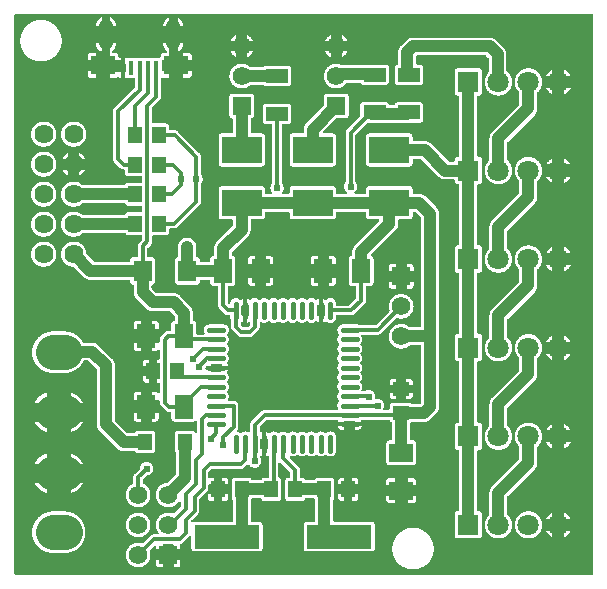
<source format=gtl>
G04 Layer: TopLayer*
G04 EasyEDA v6.2.46, 2019-11-01T12:43:08+01:00*
G04 778d866c1a174c42a2ea303962b88bf4,d54f43e133bf43b298e367d61d3b1b7b,10*
G04 Gerber Generator version 0.2*
G04 Scale: 100 percent, Rotated: No, Reflected: No *
G04 Dimensions in millimeters *
G04 leading zeros omitted , absolute positions ,3 integer and 3 decimal *
%FSLAX33Y33*%
%MOMM*%
G90*
G71D02*

%ADD11C,0.299999*%
%ADD12C,0.999998*%
%ADD13C,0.419989*%
%ADD14C,0.609600*%
%ADD15R,3.399993X2.286000*%
%ADD16R,1.160018X1.450010*%
%ADD17R,0.399999X1.199998*%
%ADD18R,2.099996X1.599997*%
%ADD19R,1.599997X1.799996*%
%ADD20R,1.999996X1.600200*%
%ADD21R,1.600200X1.999996*%
%ADD22R,1.450010X1.160018*%
%ADD23R,1.199998X1.399997*%
%ADD24R,5.499989X1.999996*%
%ADD25R,1.899996X1.199998*%
%ADD26C,1.574800*%
%ADD27R,1.574800X1.574800*%
%ADD28R,1.799996X1.799996*%
%ADD29C,1.799996*%
%ADD30C,1.624000*%
%ADD31C,2.999994*%
%ADD32C,1.199998*%

%LPD*%
G36*
G01X49141Y47744D02*
G01X358Y47744D01*
G01X343Y47743D01*
G01X329Y47740D01*
G01X315Y47735D01*
G01X303Y47728D01*
G01X291Y47719D01*
G01X281Y47709D01*
G01X272Y47697D01*
G01X265Y47684D01*
G01X260Y47671D01*
G01X257Y47657D01*
G01X256Y47642D01*
G01X256Y358D01*
G01X257Y343D01*
G01X260Y329D01*
G01X265Y315D01*
G01X272Y303D01*
G01X281Y291D01*
G01X291Y281D01*
G01X303Y272D01*
G01X315Y265D01*
G01X329Y260D01*
G01X343Y257D01*
G01X358Y256D01*
G01X49141Y256D01*
G01X49155Y257D01*
G01X49170Y260D01*
G01X49183Y265D01*
G01X49196Y272D01*
G01X49207Y281D01*
G01X49218Y291D01*
G01X49226Y303D01*
G01X49233Y315D01*
G01X49238Y329D01*
G01X49241Y343D01*
G01X49242Y358D01*
G01X49242Y47642D01*
G01X49241Y47657D01*
G01X49238Y47671D01*
G01X49233Y47684D01*
G01X49226Y47697D01*
G01X49218Y47709D01*
G01X49207Y47719D01*
G01X49196Y47728D01*
G01X49183Y47735D01*
G01X49170Y47740D01*
G01X49155Y47743D01*
G01X49141Y47744D01*
G37*

%LPC*%
G36*
G01X13336Y45302D02*
G01X12843Y45302D01*
G01X12843Y45300D01*
G01X12844Y45258D01*
G01X12847Y45216D01*
G01X12852Y45174D01*
G01X12859Y45133D01*
G01X12868Y45092D01*
G01X12880Y45051D01*
G01X12893Y45011D01*
G01X12908Y44972D01*
G01X12925Y44933D01*
G01X12944Y44896D01*
G01X12965Y44859D01*
G01X12988Y44824D01*
G01X13012Y44789D01*
G01X13038Y44756D01*
G01X13066Y44724D01*
G01X13095Y44694D01*
G01X13125Y44665D01*
G01X13157Y44637D01*
G01X13168Y44627D01*
G01X13177Y44615D01*
G01X13185Y44602D01*
G01X13190Y44588D01*
G01X13193Y44574D01*
G01X13194Y44559D01*
G01X13193Y44544D01*
G01X13190Y44530D01*
G01X13185Y44516D01*
G01X13178Y44504D01*
G01X13170Y44492D01*
G01X13159Y44482D01*
G01X13148Y44473D01*
G01X13135Y44466D01*
G01X13122Y44461D01*
G01X13107Y44458D01*
G01X13093Y44457D01*
G01X12899Y44457D01*
G01X12876Y44456D01*
G01X12852Y44453D01*
G01X12829Y44447D01*
G01X12807Y44440D01*
G01X12785Y44430D01*
G01X12764Y44419D01*
G01X12745Y44405D01*
G01X12726Y44390D01*
G01X12710Y44373D01*
G01X12695Y44355D01*
G01X12681Y44335D01*
G01X12670Y44315D01*
G01X12660Y44293D01*
G01X12652Y44271D01*
G01X12647Y44248D01*
G01X12644Y44224D01*
G01X12643Y44200D01*
G01X12643Y44147D01*
G01X12642Y44132D01*
G01X12639Y44118D01*
G01X12634Y44104D01*
G01X12627Y44092D01*
G01X12618Y44080D01*
G01X12608Y44070D01*
G01X12596Y44061D01*
G01X12583Y44054D01*
G01X12570Y44049D01*
G01X12556Y44046D01*
G01X12541Y44045D01*
G01X12515Y44048D01*
G01X12482Y44055D01*
G01X12449Y44057D01*
G01X12049Y44057D01*
G01X12022Y44055D01*
G01X11994Y44051D01*
G01X11968Y44044D01*
G01X11942Y44033D01*
G01X11928Y44028D01*
G01X11914Y44025D01*
G01X11899Y44024D01*
G01X11885Y44025D01*
G01X11870Y44028D01*
G01X11857Y44033D01*
G01X11831Y44044D01*
G01X11804Y44051D01*
G01X11777Y44055D01*
G01X11749Y44057D01*
G01X11349Y44057D01*
G01X11322Y44055D01*
G01X11294Y44051D01*
G01X11268Y44044D01*
G01X11242Y44033D01*
G01X11228Y44028D01*
G01X11214Y44025D01*
G01X11199Y44024D01*
G01X11185Y44025D01*
G01X11170Y44028D01*
G01X11157Y44033D01*
G01X11131Y44044D01*
G01X11104Y44051D01*
G01X11077Y44055D01*
G01X11049Y44057D01*
G01X10649Y44057D01*
G01X10622Y44055D01*
G01X10594Y44051D01*
G01X10568Y44044D01*
G01X10542Y44033D01*
G01X10528Y44028D01*
G01X10514Y44025D01*
G01X10499Y44024D01*
G01X10485Y44025D01*
G01X10470Y44028D01*
G01X10457Y44033D01*
G01X10431Y44044D01*
G01X10404Y44051D01*
G01X10377Y44055D01*
G01X10349Y44057D01*
G01X9949Y44057D01*
G01X9922Y44055D01*
G01X9894Y44051D01*
G01X9868Y44044D01*
G01X9842Y44033D01*
G01X9828Y44028D01*
G01X9814Y44025D01*
G01X9799Y44024D01*
G01X9785Y44025D01*
G01X9770Y44028D01*
G01X9757Y44033D01*
G01X9731Y44044D01*
G01X9704Y44051D01*
G01X9677Y44055D01*
G01X9649Y44057D01*
G01X9613Y44057D01*
G01X9613Y43561D01*
G01X9627Y43557D01*
G01X9641Y43551D01*
G01X9654Y43542D01*
G01X9665Y43532D01*
G01X9675Y43520D01*
G01X9683Y43507D01*
G01X9688Y43492D01*
G01X9692Y43477D01*
G01X9693Y43462D01*
G01X9693Y42938D01*
G01X9692Y42923D01*
G01X9688Y42908D01*
G01X9683Y42894D01*
G01X9675Y42881D01*
G01X9665Y42869D01*
G01X9654Y42859D01*
G01X9641Y42850D01*
G01X9627Y42844D01*
G01X9613Y42839D01*
G01X9613Y42344D01*
G01X9649Y42344D01*
G01X9677Y42345D01*
G01X9704Y42350D01*
G01X9731Y42357D01*
G01X9757Y42367D01*
G01X9770Y42373D01*
G01X9785Y42376D01*
G01X9799Y42377D01*
G01X9814Y42376D01*
G01X9828Y42373D01*
G01X9842Y42367D01*
G01X9868Y42357D01*
G01X9894Y42350D01*
G01X9922Y42345D01*
G01X9949Y42344D01*
G01X10341Y42344D01*
G01X10356Y42343D01*
G01X10370Y42340D01*
G01X10383Y42335D01*
G01X10396Y42328D01*
G01X10408Y42319D01*
G01X10418Y42309D01*
G01X10427Y42297D01*
G01X10434Y42284D01*
G01X10439Y42271D01*
G01X10442Y42257D01*
G01X10443Y42242D01*
G01X10443Y41561D01*
G01X10441Y41545D01*
G01X10438Y41530D01*
G01X10432Y41515D01*
G01X10423Y41501D01*
G01X10413Y41489D01*
G01X8712Y39788D01*
G01X8692Y39767D01*
G01X8674Y39744D01*
G01X8657Y39720D01*
G01X8642Y39695D01*
G01X8629Y39669D01*
G01X8618Y39642D01*
G01X8609Y39615D01*
G01X8602Y39587D01*
G01X8597Y39558D01*
G01X8594Y39529D01*
G01X8593Y39500D01*
G01X8593Y35500D01*
G01X8594Y35471D01*
G01X8597Y35443D01*
G01X8602Y35414D01*
G01X8609Y35386D01*
G01X8618Y35358D01*
G01X8629Y35332D01*
G01X8642Y35306D01*
G01X8657Y35281D01*
G01X8674Y35257D01*
G01X8692Y35234D01*
G01X8712Y35213D01*
G01X9212Y34713D01*
G01X9233Y34693D01*
G01X9255Y34675D01*
G01X9279Y34658D01*
G01X9304Y34644D01*
G01X9330Y34631D01*
G01X9357Y34620D01*
G01X9385Y34610D01*
G01X9413Y34603D01*
G01X9441Y34598D01*
G01X9470Y34595D01*
G01X9499Y34594D01*
G01X9529Y34594D01*
G01X9543Y34593D01*
G01X9558Y34590D01*
G01X9571Y34585D01*
G01X9584Y34578D01*
G01X9596Y34569D01*
G01X9606Y34559D01*
G01X9614Y34547D01*
G01X9621Y34535D01*
G01X9626Y34521D01*
G01X9630Y34507D01*
G01X9631Y34492D01*
G01X9631Y34275D01*
G01X9632Y34252D01*
G01X9635Y34228D01*
G01X9640Y34205D01*
G01X9648Y34183D01*
G01X9657Y34161D01*
G01X9669Y34140D01*
G01X9682Y34121D01*
G01X9698Y34103D01*
G01X9714Y34086D01*
G01X9733Y34071D01*
G01X9752Y34057D01*
G01X9773Y34046D01*
G01X9794Y34036D01*
G01X9817Y34029D01*
G01X9840Y34023D01*
G01X9863Y34020D01*
G01X9887Y34019D01*
G01X10991Y34019D01*
G01X11005Y34018D01*
G01X11020Y34015D01*
G01X11033Y34010D01*
G01X11046Y34003D01*
G01X11058Y33994D01*
G01X11068Y33984D01*
G01X11076Y33972D01*
G01X11083Y33960D01*
G01X11088Y33946D01*
G01X11092Y33932D01*
G01X11093Y33917D01*
G01X11093Y33584D01*
G01X11092Y33569D01*
G01X11088Y33555D01*
G01X11083Y33541D01*
G01X11076Y33529D01*
G01X11068Y33517D01*
G01X11058Y33507D01*
G01X11046Y33498D01*
G01X11033Y33491D01*
G01X11020Y33486D01*
G01X11005Y33483D01*
G01X10991Y33482D01*
G01X9887Y33482D01*
G01X9864Y33481D01*
G01X9840Y33478D01*
G01X9818Y33472D01*
G01X9795Y33465D01*
G01X9774Y33456D01*
G01X9753Y33444D01*
G01X9734Y33431D01*
G01X9716Y33416D01*
G01X9699Y33400D01*
G01X9684Y33382D01*
G01X9670Y33363D01*
G01X9659Y33342D01*
G01X9649Y33321D01*
G01X9642Y33307D01*
G01X9634Y33295D01*
G01X9623Y33284D01*
G01X9612Y33274D01*
G01X9598Y33267D01*
G01X9584Y33261D01*
G01X9570Y33258D01*
G01X9555Y33257D01*
G01X6065Y33257D01*
G01X6049Y33258D01*
G01X6035Y33261D01*
G01X6021Y33267D01*
G01X6007Y33275D01*
G01X5996Y33284D01*
G01X5960Y33315D01*
G01X5924Y33345D01*
G01X5886Y33373D01*
G01X5847Y33399D01*
G01X5807Y33424D01*
G01X5766Y33446D01*
G01X5724Y33467D01*
G01X5681Y33486D01*
G01X5637Y33503D01*
G01X5593Y33519D01*
G01X5548Y33532D01*
G01X5502Y33543D01*
G01X5456Y33552D01*
G01X5410Y33560D01*
G01X5363Y33565D01*
G01X5316Y33568D01*
G01X5269Y33569D01*
G01X5223Y33568D01*
G01X5176Y33565D01*
G01X5130Y33560D01*
G01X5084Y33553D01*
G01X5038Y33544D01*
G01X4993Y33532D01*
G01X4948Y33519D01*
G01X4904Y33504D01*
G01X4860Y33488D01*
G01X4818Y33469D01*
G01X4776Y33448D01*
G01X4735Y33426D01*
G01X4695Y33402D01*
G01X4656Y33376D01*
G01X4619Y33348D01*
G01X4582Y33319D01*
G01X4547Y33288D01*
G01X4514Y33256D01*
G01X4481Y33222D01*
G01X4451Y33187D01*
G01X4422Y33151D01*
G01X4394Y33113D01*
G01X4368Y33074D01*
G01X4344Y33035D01*
G01X4321Y32994D01*
G01X4301Y32952D01*
G01X4282Y32909D01*
G01X4265Y32866D01*
G01X4250Y32822D01*
G01X4237Y32777D01*
G01X4226Y32732D01*
G01X4217Y32686D01*
G01X4210Y32640D01*
G01X4205Y32593D01*
G01X4202Y32547D01*
G01X4201Y32500D01*
G01X4202Y32454D01*
G01X4205Y32407D01*
G01X4210Y32361D01*
G01X4217Y32315D01*
G01X4226Y32269D01*
G01X4237Y32224D01*
G01X4250Y32179D01*
G01X4265Y32135D01*
G01X4282Y32091D01*
G01X4301Y32049D01*
G01X4321Y32007D01*
G01X4344Y31966D01*
G01X4368Y31926D01*
G01X4394Y31887D01*
G01X4422Y31850D01*
G01X4451Y31813D01*
G01X4481Y31778D01*
G01X4514Y31745D01*
G01X4547Y31713D01*
G01X4582Y31682D01*
G01X4619Y31653D01*
G01X4656Y31625D01*
G01X4695Y31599D01*
G01X4735Y31575D01*
G01X4776Y31553D01*
G01X4818Y31532D01*
G01X4860Y31513D01*
G01X4904Y31496D01*
G01X4948Y31481D01*
G01X4993Y31468D01*
G01X5038Y31457D01*
G01X5084Y31448D01*
G01X5130Y31441D01*
G01X5176Y31436D01*
G01X5223Y31433D01*
G01X5269Y31432D01*
G01X5316Y31433D01*
G01X5363Y31436D01*
G01X5410Y31441D01*
G01X5456Y31448D01*
G01X5502Y31458D01*
G01X5548Y31469D01*
G01X5593Y31482D01*
G01X5638Y31497D01*
G01X5681Y31514D01*
G01X5724Y31533D01*
G01X5766Y31554D01*
G01X5807Y31577D01*
G01X5847Y31602D01*
G01X5886Y31628D01*
G01X5924Y31656D01*
G01X5961Y31686D01*
G01X5996Y31717D01*
G01X6008Y31726D01*
G01X6021Y31734D01*
G01X6035Y31739D01*
G01X6050Y31743D01*
G01X6065Y31744D01*
G01X9555Y31744D01*
G01X9570Y31743D01*
G01X9584Y31739D01*
G01X9598Y31734D01*
G01X9612Y31726D01*
G01X9623Y31717D01*
G01X9634Y31706D01*
G01X9642Y31694D01*
G01X9649Y31680D01*
G01X9659Y31659D01*
G01X9670Y31638D01*
G01X9684Y31619D01*
G01X9699Y31601D01*
G01X9716Y31585D01*
G01X9734Y31570D01*
G01X9753Y31557D01*
G01X9774Y31545D01*
G01X9795Y31536D01*
G01X9818Y31529D01*
G01X9840Y31523D01*
G01X9864Y31520D01*
G01X9887Y31519D01*
G01X10991Y31519D01*
G01X11005Y31518D01*
G01X11020Y31515D01*
G01X11033Y31510D01*
G01X11046Y31503D01*
G01X11058Y31494D01*
G01X11068Y31484D01*
G01X11076Y31472D01*
G01X11083Y31460D01*
G01X11088Y31446D01*
G01X11092Y31432D01*
G01X11093Y31417D01*
G01X11093Y31084D01*
G01X11092Y31069D01*
G01X11088Y31055D01*
G01X11083Y31041D01*
G01X11076Y31029D01*
G01X11068Y31017D01*
G01X11058Y31007D01*
G01X11046Y30998D01*
G01X11033Y30991D01*
G01X11020Y30986D01*
G01X11005Y30983D01*
G01X10991Y30982D01*
G01X9903Y30982D01*
G01X9880Y30981D01*
G01X9856Y30978D01*
G01X9834Y30972D01*
G01X9811Y30965D01*
G01X9790Y30956D01*
G01X9769Y30944D01*
G01X9750Y30931D01*
G01X9732Y30916D01*
G01X9715Y30900D01*
G01X9700Y30882D01*
G01X9686Y30863D01*
G01X9675Y30842D01*
G01X9665Y30821D01*
G01X9658Y30807D01*
G01X9650Y30795D01*
G01X9639Y30784D01*
G01X9628Y30774D01*
G01X9614Y30767D01*
G01X9600Y30761D01*
G01X9586Y30758D01*
G01X9571Y30757D01*
G01X6019Y30757D01*
G01X6002Y30759D01*
G01X5985Y30763D01*
G01X5969Y30770D01*
G01X5954Y30781D01*
G01X5915Y30811D01*
G01X5875Y30840D01*
G01X5834Y30868D01*
G01X5791Y30893D01*
G01X5747Y30916D01*
G01X5702Y30937D01*
G01X5657Y30956D01*
G01X5610Y30973D01*
G01X5563Y30988D01*
G01X5515Y31000D01*
G01X5466Y31011D01*
G01X5417Y31019D01*
G01X5368Y31024D01*
G01X5319Y31028D01*
G01X5269Y31029D01*
G01X5223Y31028D01*
G01X5176Y31025D01*
G01X5130Y31020D01*
G01X5084Y31013D01*
G01X5038Y31004D01*
G01X4993Y30992D01*
G01X4948Y30979D01*
G01X4904Y30964D01*
G01X4860Y30948D01*
G01X4818Y30929D01*
G01X4776Y30908D01*
G01X4735Y30886D01*
G01X4695Y30862D01*
G01X4656Y30836D01*
G01X4619Y30808D01*
G01X4582Y30779D01*
G01X4547Y30748D01*
G01X4514Y30716D01*
G01X4481Y30682D01*
G01X4451Y30647D01*
G01X4422Y30611D01*
G01X4394Y30573D01*
G01X4368Y30534D01*
G01X4344Y30495D01*
G01X4321Y30454D01*
G01X4301Y30412D01*
G01X4282Y30369D01*
G01X4265Y30326D01*
G01X4250Y30282D01*
G01X4237Y30237D01*
G01X4226Y30192D01*
G01X4217Y30146D01*
G01X4210Y30100D01*
G01X4205Y30053D01*
G01X4202Y30007D01*
G01X4201Y29960D01*
G01X4202Y29914D01*
G01X4205Y29867D01*
G01X4210Y29821D01*
G01X4217Y29775D01*
G01X4226Y29729D01*
G01X4237Y29684D01*
G01X4250Y29639D01*
G01X4265Y29595D01*
G01X4282Y29551D01*
G01X4301Y29509D01*
G01X4321Y29467D01*
G01X4344Y29426D01*
G01X4368Y29386D01*
G01X4394Y29347D01*
G01X4422Y29310D01*
G01X4451Y29273D01*
G01X4481Y29238D01*
G01X4514Y29205D01*
G01X4547Y29173D01*
G01X4582Y29142D01*
G01X4619Y29113D01*
G01X4656Y29085D01*
G01X4695Y29059D01*
G01X4735Y29035D01*
G01X4776Y29013D01*
G01X4818Y28992D01*
G01X4860Y28973D01*
G01X4904Y28956D01*
G01X4948Y28941D01*
G01X4993Y28928D01*
G01X5038Y28917D01*
G01X5084Y28908D01*
G01X5130Y28901D01*
G01X5176Y28896D01*
G01X5223Y28893D01*
G01X5269Y28892D01*
G01X5317Y28893D01*
G01X5364Y28896D01*
G01X5411Y28901D01*
G01X5457Y28908D01*
G01X5504Y28918D01*
G01X5550Y28929D01*
G01X5595Y28943D01*
G01X5640Y28958D01*
G01X5684Y28975D01*
G01X5727Y28995D01*
G01X5769Y29016D01*
G01X5810Y29039D01*
G01X5851Y29064D01*
G01X5890Y29090D01*
G01X5928Y29119D01*
G01X5964Y29149D01*
G01X5999Y29180D01*
G01X6033Y29213D01*
G01X6045Y29224D01*
G01X6059Y29233D01*
G01X6074Y29239D01*
G01X6090Y29243D01*
G01X6106Y29244D01*
G01X9571Y29244D01*
G01X9586Y29243D01*
G01X9600Y29239D01*
G01X9614Y29234D01*
G01X9628Y29226D01*
G01X9639Y29217D01*
G01X9650Y29206D01*
G01X9658Y29194D01*
G01X9665Y29180D01*
G01X9675Y29159D01*
G01X9686Y29138D01*
G01X9700Y29119D01*
G01X9715Y29101D01*
G01X9732Y29085D01*
G01X9750Y29070D01*
G01X9769Y29057D01*
G01X9790Y29045D01*
G01X9811Y29036D01*
G01X9834Y29029D01*
G01X9856Y29023D01*
G01X9880Y29020D01*
G01X9903Y29019D01*
G01X10991Y29019D01*
G01X11005Y29018D01*
G01X11020Y29015D01*
G01X11033Y29010D01*
G01X11046Y29003D01*
G01X11058Y28994D01*
G01X11068Y28984D01*
G01X11076Y28972D01*
G01X11083Y28960D01*
G01X11088Y28946D01*
G01X11092Y28932D01*
G01X11093Y28917D01*
G01X11093Y28711D01*
G01X11091Y28695D01*
G01X11088Y28679D01*
G01X11082Y28665D01*
G01X11073Y28651D01*
G01X11063Y28639D01*
G01X10812Y28388D01*
G01X10792Y28367D01*
G01X10774Y28344D01*
G01X10757Y28320D01*
G01X10742Y28295D01*
G01X10729Y28269D01*
G01X10718Y28242D01*
G01X10709Y28215D01*
G01X10702Y28187D01*
G01X10697Y28158D01*
G01X10694Y28129D01*
G01X10693Y28100D01*
G01X10693Y27259D01*
G01X10691Y27244D01*
G01X10688Y27230D01*
G01X10683Y27216D01*
G01X10676Y27204D01*
G01X10668Y27192D01*
G01X10657Y27182D01*
G01X10646Y27173D01*
G01X10633Y27166D01*
G01X10620Y27161D01*
G01X10605Y27158D01*
G01X10591Y27157D01*
G01X10299Y27157D01*
G01X10275Y27156D01*
G01X10252Y27153D01*
G01X10229Y27147D01*
G01X10206Y27140D01*
G01X10185Y27130D01*
G01X10164Y27119D01*
G01X10145Y27105D01*
G01X10126Y27090D01*
G01X10110Y27073D01*
G01X10094Y27055D01*
G01X10081Y27035D01*
G01X10069Y27015D01*
G01X10060Y26993D01*
G01X10052Y26971D01*
G01X10047Y26948D01*
G01X10044Y26924D01*
G01X10043Y26900D01*
G01X10043Y26859D01*
G01X10042Y26844D01*
G01X10038Y26830D01*
G01X10033Y26816D01*
G01X10026Y26804D01*
G01X10018Y26792D01*
G01X10008Y26782D01*
G01X9996Y26773D01*
G01X9983Y26766D01*
G01X9970Y26761D01*
G01X9955Y26758D01*
G01X9941Y26757D01*
G01X7045Y26757D01*
G01X7029Y26758D01*
G01X7013Y26762D01*
G01X6998Y26768D01*
G01X6985Y26776D01*
G01X6973Y26787D01*
G01X6367Y27393D01*
G01X6357Y27404D01*
G01X6349Y27417D01*
G01X6343Y27431D01*
G01X6339Y27446D01*
G01X6337Y27461D01*
G01X6334Y27507D01*
G01X6329Y27554D01*
G01X6323Y27600D01*
G01X6314Y27646D01*
G01X6303Y27692D01*
G01X6290Y27737D01*
G01X6275Y27781D01*
G01X6258Y27825D01*
G01X6240Y27868D01*
G01X6219Y27910D01*
G01X6197Y27951D01*
G01X6173Y27991D01*
G01X6147Y28030D01*
G01X6119Y28068D01*
G01X6090Y28104D01*
G01X6059Y28140D01*
G01X6027Y28174D01*
G01X5993Y28206D01*
G01X5958Y28237D01*
G01X5922Y28266D01*
G01X5884Y28294D01*
G01X5845Y28320D01*
G01X5805Y28345D01*
G01X5764Y28367D01*
G01X5722Y28388D01*
G01X5680Y28407D01*
G01X5636Y28424D01*
G01X5592Y28439D01*
G01X5547Y28452D01*
G01X5501Y28463D01*
G01X5455Y28473D01*
G01X5409Y28480D01*
G01X5363Y28485D01*
G01X5316Y28488D01*
G01X5269Y28489D01*
G01X5223Y28488D01*
G01X5176Y28485D01*
G01X5130Y28480D01*
G01X5084Y28473D01*
G01X5038Y28464D01*
G01X4993Y28452D01*
G01X4948Y28439D01*
G01X4904Y28424D01*
G01X4860Y28408D01*
G01X4818Y28389D01*
G01X4776Y28368D01*
G01X4735Y28346D01*
G01X4695Y28322D01*
G01X4656Y28296D01*
G01X4619Y28268D01*
G01X4582Y28239D01*
G01X4547Y28208D01*
G01X4514Y28176D01*
G01X4481Y28142D01*
G01X4451Y28107D01*
G01X4422Y28071D01*
G01X4394Y28033D01*
G01X4368Y27994D01*
G01X4344Y27955D01*
G01X4321Y27914D01*
G01X4301Y27872D01*
G01X4282Y27829D01*
G01X4265Y27786D01*
G01X4250Y27742D01*
G01X4237Y27697D01*
G01X4226Y27652D01*
G01X4217Y27606D01*
G01X4210Y27560D01*
G01X4205Y27513D01*
G01X4202Y27467D01*
G01X4201Y27420D01*
G01X4202Y27374D01*
G01X4205Y27327D01*
G01X4210Y27280D01*
G01X4217Y27234D01*
G01X4226Y27188D01*
G01X4237Y27143D01*
G01X4251Y27098D01*
G01X4266Y27054D01*
G01X4283Y27010D01*
G01X4302Y26967D01*
G01X4322Y26925D01*
G01X4345Y26884D01*
G01X4369Y26844D01*
G01X4395Y26805D01*
G01X4423Y26768D01*
G01X4453Y26731D01*
G01X4483Y26696D01*
G01X4516Y26663D01*
G01X4550Y26630D01*
G01X4585Y26600D01*
G01X4622Y26570D01*
G01X4660Y26543D01*
G01X4699Y26517D01*
G01X4739Y26493D01*
G01X4780Y26470D01*
G01X4822Y26450D01*
G01X4865Y26431D01*
G01X4908Y26415D01*
G01X4953Y26400D01*
G01X4998Y26387D01*
G01X5043Y26376D01*
G01X5089Y26367D01*
G01X5136Y26360D01*
G01X5182Y26355D01*
G01X5229Y26353D01*
G01X5244Y26351D01*
G01X5259Y26347D01*
G01X5272Y26341D01*
G01X5285Y26333D01*
G01X5297Y26323D01*
G01X6154Y25465D01*
G01X6183Y25438D01*
G01X6213Y25412D01*
G01X6244Y25388D01*
G01X6277Y25366D01*
G01X6311Y25345D01*
G01X6346Y25326D01*
G01X6381Y25309D01*
G01X6418Y25294D01*
G01X6455Y25281D01*
G01X6493Y25270D01*
G01X6532Y25260D01*
G01X6571Y25253D01*
G01X6610Y25248D01*
G01X6650Y25245D01*
G01X6689Y25244D01*
G01X9941Y25244D01*
G01X9955Y25243D01*
G01X9970Y25240D01*
G01X9983Y25235D01*
G01X9996Y25228D01*
G01X10008Y25219D01*
G01X10018Y25209D01*
G01X10026Y25197D01*
G01X10033Y25184D01*
G01X10038Y25171D01*
G01X10042Y25157D01*
G01X10043Y25142D01*
G01X10043Y25100D01*
G01X10044Y25076D01*
G01X10047Y25053D01*
G01X10053Y25029D01*
G01X10060Y25006D01*
G01X10070Y24984D01*
G01X10082Y24963D01*
G01X10096Y24944D01*
G01X10112Y24925D01*
G01X10129Y24909D01*
G01X10148Y24893D01*
G01X10168Y24880D01*
G01X10189Y24869D01*
G01X10211Y24859D01*
G01X10234Y24852D01*
G01X10258Y24847D01*
G01X10273Y24843D01*
G01X10288Y24837D01*
G01X10301Y24829D01*
G01X10313Y24819D01*
G01X10324Y24807D01*
G01X10332Y24793D01*
G01X10338Y24778D01*
G01X10342Y24763D01*
G01X10343Y24747D01*
G01X10343Y24208D01*
G01X10344Y24169D01*
G01X10347Y24129D01*
G01X10352Y24090D01*
G01X10359Y24051D01*
G01X10369Y24012D01*
G01X10380Y23974D01*
G01X10393Y23937D01*
G01X10408Y23901D01*
G01X10425Y23865D01*
G01X10444Y23830D01*
G01X10465Y23796D01*
G01X10487Y23764D01*
G01X10511Y23732D01*
G01X10537Y23702D01*
G01X10564Y23673D01*
G01X11410Y22827D01*
G01X11439Y22800D01*
G01X11469Y22774D01*
G01X11500Y22750D01*
G01X11533Y22728D01*
G01X11567Y22707D01*
G01X11602Y22688D01*
G01X11637Y22671D01*
G01X11674Y22656D01*
G01X11711Y22643D01*
G01X11749Y22632D01*
G01X11788Y22622D01*
G01X11827Y22615D01*
G01X11866Y22610D01*
G01X11906Y22607D01*
G01X11945Y22606D01*
G01X13360Y22606D01*
G01X13377Y22605D01*
G01X13392Y22601D01*
G01X13407Y22594D01*
G01X13421Y22586D01*
G01X13433Y22575D01*
G01X13814Y22183D01*
G01X13824Y22171D01*
G01X13832Y22158D01*
G01X13838Y22143D01*
G01X13842Y22128D01*
G01X13843Y22112D01*
G01X13843Y21854D01*
G01X13842Y21838D01*
G01X13838Y21823D01*
G01X13832Y21808D01*
G01X13824Y21794D01*
G01X13813Y21782D01*
G01X13801Y21772D01*
G01X13788Y21764D01*
G01X13773Y21757D01*
G01X13758Y21754D01*
G01X13734Y21749D01*
G01X13711Y21741D01*
G01X13689Y21732D01*
G01X13668Y21721D01*
G01X13648Y21708D01*
G01X13629Y21692D01*
G01X13612Y21676D01*
G01X13596Y21657D01*
G01X13582Y21637D01*
G01X13570Y21617D01*
G01X13560Y21595D01*
G01X13553Y21572D01*
G01X13547Y21548D01*
G01X13544Y21525D01*
G01X13542Y21500D01*
G01X13542Y21008D01*
G01X13541Y20994D01*
G01X13538Y20979D01*
G01X13533Y20966D01*
G01X13526Y20953D01*
G01X13518Y20941D01*
G01X13507Y20931D01*
G01X13496Y20923D01*
G01X13483Y20916D01*
G01X13469Y20910D01*
G01X13455Y20907D01*
G01X13441Y20906D01*
G01X13274Y20906D01*
G01X13245Y20905D01*
G01X13216Y20902D01*
G01X13187Y20897D01*
G01X13159Y20890D01*
G01X13131Y20881D01*
G01X13105Y20870D01*
G01X13079Y20857D01*
G01X13054Y20842D01*
G01X13030Y20825D01*
G01X13007Y20807D01*
G01X12986Y20787D01*
G01X12674Y20475D01*
G01X12638Y20434D01*
G01X12621Y20410D01*
G01X12606Y20385D01*
G01X12592Y20359D01*
G01X12581Y20332D01*
G01X12572Y20304D01*
G01X12564Y20275D01*
G01X12559Y20246D01*
G01X12556Y20217D01*
G01X12555Y20187D01*
G01X12555Y20038D01*
G01X12554Y20024D01*
G01X12550Y20010D01*
G01X12545Y19996D01*
G01X12538Y19984D01*
G01X12530Y19972D01*
G01X12520Y19962D01*
G01X12508Y19953D01*
G01X12495Y19946D01*
G01X12482Y19941D01*
G01X12467Y19938D01*
G01X12453Y19937D01*
G01X11863Y19937D01*
G01X11863Y19244D01*
G01X12199Y19244D01*
G01X12224Y19245D01*
G01X12249Y19249D01*
G01X12274Y19255D01*
G01X12298Y19264D01*
G01X12320Y19274D01*
G01X12342Y19287D01*
G01X12362Y19302D01*
G01X12381Y19319D01*
G01X12393Y19330D01*
G01X12407Y19338D01*
G01X12422Y19344D01*
G01X12437Y19348D01*
G01X12453Y19349D01*
G01X12467Y19348D01*
G01X12482Y19345D01*
G01X12495Y19340D01*
G01X12508Y19333D01*
G01X12520Y19325D01*
G01X12530Y19314D01*
G01X12538Y19303D01*
G01X12545Y19290D01*
G01X12550Y19276D01*
G01X12554Y19262D01*
G01X12555Y19248D01*
G01X12555Y18584D01*
G01X12554Y18569D01*
G01X12550Y18555D01*
G01X12545Y18541D01*
G01X12538Y18529D01*
G01X12530Y18517D01*
G01X12520Y18507D01*
G01X12508Y18498D01*
G01X12495Y18491D01*
G01X12482Y18486D01*
G01X12467Y18483D01*
G01X12453Y18482D01*
G01X12337Y18482D01*
G01X12337Y17926D01*
G01X12453Y17926D01*
G01X12467Y17925D01*
G01X12482Y17922D01*
G01X12495Y17917D01*
G01X12508Y17910D01*
G01X12520Y17902D01*
G01X12530Y17891D01*
G01X12538Y17880D01*
G01X12545Y17867D01*
G01X12550Y17853D01*
G01X12554Y17839D01*
G01X12555Y17825D01*
G01X12555Y17176D01*
G01X12554Y17161D01*
G01X12550Y17147D01*
G01X12545Y17134D01*
G01X12538Y17121D01*
G01X12530Y17109D01*
G01X12520Y17099D01*
G01X12508Y17090D01*
G01X12482Y17078D01*
G01X12467Y17075D01*
G01X12453Y17074D01*
G01X12337Y17074D01*
G01X12337Y16519D01*
G01X12453Y16519D01*
G01X12467Y16518D01*
G01X12482Y16515D01*
G01X12495Y16510D01*
G01X12508Y16503D01*
G01X12520Y16494D01*
G01X12530Y16484D01*
G01X12538Y16472D01*
G01X12545Y16460D01*
G01X12550Y16446D01*
G01X12554Y16432D01*
G01X12555Y16417D01*
G01X12555Y15753D01*
G01X12554Y15739D01*
G01X12550Y15725D01*
G01X12545Y15711D01*
G01X12538Y15698D01*
G01X12530Y15687D01*
G01X12520Y15676D01*
G01X12508Y15668D01*
G01X12495Y15661D01*
G01X12482Y15656D01*
G01X12467Y15653D01*
G01X12453Y15652D01*
G01X12437Y15653D01*
G01X12422Y15657D01*
G01X12407Y15663D01*
G01X12393Y15671D01*
G01X12381Y15681D01*
G01X12362Y15698D01*
G01X12342Y15714D01*
G01X12320Y15727D01*
G01X12298Y15737D01*
G01X12274Y15746D01*
G01X12249Y15752D01*
G01X12224Y15756D01*
G01X12199Y15757D01*
G01X11863Y15757D01*
G01X11863Y15064D01*
G01X12453Y15064D01*
G01X12467Y15063D01*
G01X12482Y15060D01*
G01X12495Y15055D01*
G01X12508Y15048D01*
G01X12520Y15039D01*
G01X12530Y15029D01*
G01X12538Y15017D01*
G01X12545Y15004D01*
G01X12550Y14991D01*
G01X12554Y14977D01*
G01X12555Y14962D01*
G01X12555Y14853D01*
G01X12556Y14824D01*
G01X12559Y14795D01*
G01X12564Y14766D01*
G01X12572Y14737D01*
G01X12581Y14709D01*
G01X12592Y14682D01*
G01X12606Y14656D01*
G01X12621Y14631D01*
G01X12638Y14607D01*
G01X12674Y14566D01*
G01X13055Y14185D01*
G01X13076Y14165D01*
G01X13098Y14147D01*
G01X13122Y14130D01*
G01X13147Y14116D01*
G01X13173Y14103D01*
G01X13200Y14092D01*
G01X13228Y14082D01*
G01X13256Y14075D01*
G01X13284Y14070D01*
G01X13313Y14067D01*
G01X13342Y14066D01*
G01X13382Y14068D01*
G01X13421Y14074D01*
G01X13441Y14076D01*
G01X13455Y14075D01*
G01X13469Y14071D01*
G01X13483Y14066D01*
G01X13496Y14059D01*
G01X13507Y14051D01*
G01X13518Y14041D01*
G01X13526Y14029D01*
G01X13533Y14016D01*
G01X13538Y14003D01*
G01X13541Y13988D01*
G01X13542Y13974D01*
G01X13542Y13500D01*
G01X13544Y13477D01*
G01X13547Y13453D01*
G01X13552Y13430D01*
G01X13560Y13408D01*
G01X13569Y13386D01*
G01X13581Y13365D01*
G01X13594Y13346D01*
G01X13609Y13328D01*
G01X13626Y13311D01*
G01X13644Y13296D01*
G01X13664Y13282D01*
G01X13685Y13271D01*
G01X13706Y13261D01*
G01X13729Y13254D01*
G01X13752Y13248D01*
G01X13775Y13245D01*
G01X13799Y13244D01*
G01X15399Y13244D01*
G01X15425Y13245D01*
G01X15450Y13249D01*
G01X15474Y13255D01*
G01X15498Y13264D01*
G01X15521Y13275D01*
G01X15543Y13288D01*
G01X15563Y13303D01*
G01X15578Y13313D01*
G01X15593Y13320D01*
G01X15610Y13325D01*
G01X15628Y13326D01*
G01X15642Y13325D01*
G01X15657Y13322D01*
G01X15670Y13317D01*
G01X15683Y13310D01*
G01X15695Y13302D01*
G01X15705Y13291D01*
G01X15713Y13280D01*
G01X15720Y13267D01*
G01X15725Y13254D01*
G01X15729Y13239D01*
G01X15730Y13225D01*
G01X15730Y12342D01*
G01X15729Y12328D01*
G01X15725Y12314D01*
G01X15720Y12300D01*
G01X15713Y12287D01*
G01X15705Y12276D01*
G01X15695Y12265D01*
G01X15683Y12257D01*
G01X15670Y12250D01*
G01X15657Y12245D01*
G01X15642Y12242D01*
G01X15628Y12241D01*
G01X15613Y12242D01*
G01X15599Y12245D01*
G01X15585Y12250D01*
G01X15572Y12257D01*
G01X15560Y12266D01*
G01X15550Y12277D01*
G01X15542Y12289D01*
G01X15535Y12302D01*
G01X15525Y12323D01*
G01X15513Y12342D01*
G01X15499Y12361D01*
G01X15484Y12378D01*
G01X15468Y12394D01*
G01X15450Y12408D01*
G01X15430Y12421D01*
G01X15410Y12432D01*
G01X15389Y12441D01*
G01X15367Y12448D01*
G01X15345Y12453D01*
G01X15322Y12456D01*
G01X15299Y12457D01*
G01X14099Y12457D01*
G01X14075Y12456D01*
G01X14052Y12453D01*
G01X14029Y12447D01*
G01X14006Y12440D01*
G01X13985Y12430D01*
G01X13964Y12419D01*
G01X13945Y12405D01*
G01X13926Y12390D01*
G01X13910Y12373D01*
G01X13894Y12355D01*
G01X13881Y12335D01*
G01X13869Y12315D01*
G01X13860Y12293D01*
G01X13852Y12271D01*
G01X13847Y12248D01*
G01X13844Y12224D01*
G01X13843Y12200D01*
G01X13843Y10800D01*
G01X13844Y10776D01*
G01X13847Y10752D01*
G01X13853Y10728D01*
G01X13861Y10705D01*
G01X13871Y10682D01*
G01X13884Y10661D01*
G01X13898Y10641D01*
G01X13914Y10623D01*
G01X13924Y10611D01*
G01X13932Y10597D01*
G01X13938Y10583D01*
G01X13941Y10568D01*
G01X13943Y10552D01*
G01X13943Y8826D01*
G01X13941Y8810D01*
G01X13938Y8795D01*
G01X13932Y8780D01*
G01X13923Y8766D01*
G01X13913Y8754D01*
G01X13271Y8112D01*
G01X13260Y8102D01*
G01X13247Y8094D01*
G01X13234Y8088D01*
G01X13220Y8084D01*
G01X13205Y8082D01*
G01X13159Y8078D01*
G01X13113Y8073D01*
G01X13067Y8065D01*
G01X13022Y8055D01*
G01X12977Y8043D01*
G01X12933Y8029D01*
G01X12890Y8013D01*
G01X12847Y7995D01*
G01X12805Y7975D01*
G01X12764Y7954D01*
G01X12724Y7930D01*
G01X12685Y7905D01*
G01X12647Y7879D01*
G01X12610Y7850D01*
G01X12575Y7820D01*
G01X12541Y7789D01*
G01X12509Y7756D01*
G01X12478Y7721D01*
G01X12448Y7685D01*
G01X12420Y7648D01*
G01X12394Y7610D01*
G01X12370Y7571D01*
G01X12347Y7530D01*
G01X12326Y7489D01*
G01X12307Y7446D01*
G01X12290Y7403D01*
G01X12275Y7360D01*
G01X12262Y7315D01*
G01X12251Y7270D01*
G01X12242Y7225D01*
G01X12235Y7179D01*
G01X12229Y7133D01*
G01X12226Y7087D01*
G01X12225Y7040D01*
G01X12226Y6994D01*
G01X12229Y6947D01*
G01X12235Y6900D01*
G01X12242Y6854D01*
G01X12251Y6808D01*
G01X12263Y6763D01*
G01X12276Y6718D01*
G01X12292Y6674D01*
G01X12309Y6630D01*
G01X12329Y6587D01*
G01X12350Y6546D01*
G01X12373Y6505D01*
G01X12398Y6465D01*
G01X12425Y6427D01*
G01X12453Y6389D01*
G01X12483Y6354D01*
G01X12515Y6319D01*
G01X12548Y6286D01*
G01X12582Y6254D01*
G01X12618Y6224D01*
G01X12656Y6196D01*
G01X12694Y6169D01*
G01X12734Y6144D01*
G01X12775Y6121D01*
G01X12816Y6100D01*
G01X12859Y6080D01*
G01X12902Y6063D01*
G01X12947Y6048D01*
G01X12991Y6034D01*
G01X13037Y6023D01*
G01X13083Y6013D01*
G01X13129Y6006D01*
G01X13176Y6001D01*
G01X13222Y5997D01*
G01X13269Y5996D01*
G01X13316Y5998D01*
G01X13364Y6001D01*
G01X13411Y6006D01*
G01X13457Y6014D01*
G01X13504Y6023D01*
G01X13549Y6035D01*
G01X13595Y6048D01*
G01X13639Y6064D01*
G01X13683Y6082D01*
G01X13726Y6102D01*
G01X13768Y6123D01*
G01X13809Y6147D01*
G01X13849Y6172D01*
G01X13888Y6199D01*
G01X13925Y6228D01*
G01X13961Y6259D01*
G01X13996Y6291D01*
G01X14029Y6325D01*
G01X14061Y6360D01*
G01X14091Y6396D01*
G01X14119Y6434D01*
G01X14146Y6473D01*
G01X14154Y6485D01*
G01X14165Y6495D01*
G01X14176Y6504D01*
G01X14189Y6511D01*
G01X14202Y6516D01*
G01X14217Y6519D01*
G01X14231Y6520D01*
G01X14245Y6519D01*
G01X14260Y6516D01*
G01X14286Y6504D01*
G01X14298Y6495D01*
G01X14308Y6485D01*
G01X14316Y6473D01*
G01X14323Y6460D01*
G01X14328Y6447D01*
G01X14332Y6433D01*
G01X14333Y6418D01*
G01X14333Y6047D01*
G01X14331Y6031D01*
G01X14328Y6016D01*
G01X14322Y6001D01*
G01X14313Y5987D01*
G01X14303Y5975D01*
G01X13804Y5476D01*
G01X13792Y5466D01*
G01X13778Y5458D01*
G01X13764Y5452D01*
G01X13748Y5448D01*
G01X13732Y5447D01*
G01X13711Y5449D01*
G01X13691Y5455D01*
G01X13647Y5474D01*
G01X13601Y5490D01*
G01X13555Y5504D01*
G01X13508Y5517D01*
G01X13461Y5527D01*
G01X13414Y5534D01*
G01X13366Y5540D01*
G01X13317Y5543D01*
G01X13269Y5544D01*
G01X13222Y5543D01*
G01X13176Y5540D01*
G01X13129Y5535D01*
G01X13083Y5528D01*
G01X13037Y5518D01*
G01X12991Y5507D01*
G01X12947Y5493D01*
G01X12902Y5478D01*
G01X12859Y5460D01*
G01X12816Y5441D01*
G01X12775Y5420D01*
G01X12734Y5397D01*
G01X12694Y5372D01*
G01X12656Y5345D01*
G01X12618Y5317D01*
G01X12582Y5287D01*
G01X12548Y5255D01*
G01X12515Y5222D01*
G01X12483Y5187D01*
G01X12453Y5151D01*
G01X12425Y5114D01*
G01X12398Y5075D01*
G01X12373Y5036D01*
G01X12350Y4995D01*
G01X12329Y4953D01*
G01X12309Y4911D01*
G01X12292Y4867D01*
G01X12276Y4823D01*
G01X12263Y4778D01*
G01X12251Y4733D01*
G01X12242Y4687D01*
G01X12235Y4641D01*
G01X12229Y4594D01*
G01X12226Y4547D01*
G01X12225Y4500D01*
G01X12226Y4452D01*
G01X12230Y4403D01*
G01X12235Y4355D01*
G01X12243Y4307D01*
G01X12254Y4259D01*
G01X12266Y4212D01*
G01X12280Y4166D01*
G01X12297Y4120D01*
G01X12316Y4075D01*
G01X12337Y4031D01*
G01X12360Y3988D01*
G01X12384Y3946D01*
G01X12411Y3906D01*
G01X12440Y3866D01*
G01X12449Y3852D01*
G01X12455Y3837D01*
G01X12459Y3821D01*
G01X12461Y3805D01*
G01X12460Y3790D01*
G01X12457Y3776D01*
G01X12452Y3762D01*
G01X12445Y3750D01*
G01X12436Y3738D01*
G01X12426Y3728D01*
G01X12414Y3719D01*
G01X12401Y3712D01*
G01X12388Y3707D01*
G01X12374Y3704D01*
G01X12359Y3703D01*
G01X12065Y3703D01*
G01X12036Y3702D01*
G01X12007Y3699D01*
G01X11979Y3694D01*
G01X11951Y3686D01*
G01X11923Y3677D01*
G01X11896Y3666D01*
G01X11870Y3653D01*
G01X11845Y3638D01*
G01X11821Y3622D01*
G01X11799Y3604D01*
G01X11778Y3584D01*
G01X11168Y2974D01*
G01X11155Y2963D01*
G01X11142Y2955D01*
G01X11127Y2949D01*
G01X11112Y2945D01*
G01X11096Y2944D01*
G01X11079Y2945D01*
G01X11063Y2949D01*
G01X11017Y2964D01*
G01X10970Y2976D01*
G01X10922Y2986D01*
G01X10874Y2994D01*
G01X10826Y3000D01*
G01X10778Y3003D01*
G01X10729Y3004D01*
G01X10682Y3003D01*
G01X10636Y3000D01*
G01X10589Y2995D01*
G01X10543Y2988D01*
G01X10497Y2978D01*
G01X10451Y2967D01*
G01X10407Y2953D01*
G01X10362Y2938D01*
G01X10319Y2920D01*
G01X10276Y2901D01*
G01X10235Y2880D01*
G01X10194Y2857D01*
G01X10154Y2832D01*
G01X10116Y2805D01*
G01X10078Y2777D01*
G01X10042Y2747D01*
G01X10008Y2715D01*
G01X9975Y2682D01*
G01X9943Y2647D01*
G01X9913Y2611D01*
G01X9885Y2574D01*
G01X9858Y2535D01*
G01X9833Y2496D01*
G01X9810Y2455D01*
G01X9789Y2413D01*
G01X9769Y2371D01*
G01X9752Y2327D01*
G01X9736Y2283D01*
G01X9723Y2238D01*
G01X9711Y2193D01*
G01X9702Y2147D01*
G01X9695Y2101D01*
G01X9689Y2054D01*
G01X9686Y2007D01*
G01X9685Y1960D01*
G01X9686Y1914D01*
G01X9689Y1867D01*
G01X9695Y1820D01*
G01X9702Y1774D01*
G01X9711Y1728D01*
G01X9723Y1683D01*
G01X9736Y1638D01*
G01X9752Y1594D01*
G01X9769Y1550D01*
G01X9789Y1507D01*
G01X9810Y1466D01*
G01X9833Y1425D01*
G01X9858Y1385D01*
G01X9885Y1347D01*
G01X9913Y1309D01*
G01X9943Y1274D01*
G01X9975Y1239D01*
G01X10008Y1206D01*
G01X10042Y1174D01*
G01X10078Y1144D01*
G01X10116Y1116D01*
G01X10154Y1089D01*
G01X10194Y1064D01*
G01X10235Y1041D01*
G01X10276Y1020D01*
G01X10319Y1000D01*
G01X10362Y983D01*
G01X10407Y968D01*
G01X10451Y954D01*
G01X10497Y943D01*
G01X10543Y933D01*
G01X10589Y926D01*
G01X10636Y921D01*
G01X10682Y917D01*
G01X10729Y916D01*
G01X10776Y917D01*
G01X10823Y921D01*
G01X10869Y926D01*
G01X10916Y933D01*
G01X10962Y943D01*
G01X11007Y954D01*
G01X11052Y968D01*
G01X11096Y983D01*
G01X11140Y1000D01*
G01X11182Y1020D01*
G01X11224Y1041D01*
G01X11265Y1064D01*
G01X11304Y1089D01*
G01X11343Y1116D01*
G01X11380Y1144D01*
G01X11416Y1174D01*
G01X11451Y1206D01*
G01X11484Y1239D01*
G01X11515Y1274D01*
G01X11545Y1309D01*
G01X11574Y1347D01*
G01X11600Y1385D01*
G01X11625Y1425D01*
G01X11649Y1466D01*
G01X11670Y1507D01*
G01X11689Y1550D01*
G01X11707Y1594D01*
G01X11722Y1638D01*
G01X11736Y1683D01*
G01X11747Y1728D01*
G01X11756Y1774D01*
G01X11764Y1820D01*
G01X11769Y1867D01*
G01X11772Y1914D01*
G01X11773Y1960D01*
G01X11772Y2009D01*
G01X11769Y2057D01*
G01X11763Y2106D01*
G01X11755Y2154D01*
G01X11745Y2201D01*
G01X11733Y2248D01*
G01X11718Y2295D01*
G01X11714Y2311D01*
G01X11713Y2327D01*
G01X11714Y2343D01*
G01X11718Y2359D01*
G01X11724Y2373D01*
G01X11732Y2387D01*
G01X11743Y2399D01*
G01X12052Y2708D01*
G01X12064Y2718D01*
G01X12077Y2727D01*
G01X12092Y2733D01*
G01X12108Y2737D01*
G01X12124Y2738D01*
G01X12138Y2737D01*
G01X12152Y2734D01*
G01X12166Y2729D01*
G01X12179Y2722D01*
G01X12190Y2713D01*
G01X12200Y2703D01*
G01X12209Y2691D01*
G01X12216Y2678D01*
G01X12221Y2665D01*
G01X12224Y2651D01*
G01X12225Y2636D01*
G01X12225Y2418D01*
G01X12812Y2418D01*
G01X12812Y2788D01*
G01X12813Y2803D01*
G01X12816Y2817D01*
G01X12821Y2830D01*
G01X12828Y2843D01*
G01X12837Y2855D01*
G01X12847Y2865D01*
G01X12859Y2874D01*
G01X12871Y2881D01*
G01X12885Y2886D01*
G01X12899Y2889D01*
G01X12914Y2890D01*
G01X13625Y2890D01*
G01X13639Y2889D01*
G01X13653Y2886D01*
G01X13667Y2881D01*
G01X13680Y2874D01*
G01X13691Y2865D01*
G01X13702Y2855D01*
G01X13710Y2843D01*
G01X13717Y2830D01*
G01X13722Y2817D01*
G01X13725Y2803D01*
G01X13726Y2788D01*
G01X13726Y2418D01*
G01X14313Y2418D01*
G01X14313Y2748D01*
G01X14312Y2774D01*
G01X14308Y2799D01*
G01X14306Y2820D01*
G01X14307Y2835D01*
G01X14310Y2850D01*
G01X14316Y2865D01*
G01X14324Y2878D01*
G01X14334Y2890D01*
G01X14345Y2900D01*
G01X14358Y2909D01*
G01X14372Y2915D01*
G01X14399Y2926D01*
G01X14425Y2939D01*
G01X14450Y2954D01*
G01X14474Y2971D01*
G01X14497Y2989D01*
G01X14519Y3009D01*
G01X15027Y3517D01*
G01X15061Y3556D01*
G01X15071Y3567D01*
G01X15083Y3577D01*
G01X15096Y3585D01*
G01X15111Y3590D01*
G01X15126Y3594D01*
G01X15141Y3595D01*
G01X15155Y3594D01*
G01X15170Y3591D01*
G01X15183Y3586D01*
G01X15196Y3579D01*
G01X15208Y3570D01*
G01X15218Y3560D01*
G01X15226Y3548D01*
G01X15233Y3536D01*
G01X15238Y3522D01*
G01X15242Y3508D01*
G01X15243Y3493D01*
G01X15243Y2500D01*
G01X15244Y2477D01*
G01X15247Y2453D01*
G01X15252Y2430D01*
G01X15260Y2408D01*
G01X15269Y2386D01*
G01X15281Y2365D01*
G01X15294Y2346D01*
G01X15310Y2328D01*
G01X15326Y2311D01*
G01X15345Y2296D01*
G01X15364Y2282D01*
G01X15385Y2271D01*
G01X15406Y2261D01*
G01X15429Y2254D01*
G01X15452Y2248D01*
G01X15475Y2245D01*
G01X15499Y2244D01*
G01X20999Y2244D01*
G01X21023Y2245D01*
G01X21046Y2248D01*
G01X21069Y2254D01*
G01X21092Y2261D01*
G01X21113Y2271D01*
G01X21134Y2282D01*
G01X21154Y2296D01*
G01X21172Y2311D01*
G01X21189Y2328D01*
G01X21204Y2346D01*
G01X21217Y2365D01*
G01X21229Y2386D01*
G01X21238Y2408D01*
G01X21246Y2430D01*
G01X21251Y2453D01*
G01X21255Y2477D01*
G01X21256Y2500D01*
G01X21256Y4500D01*
G01X21255Y4524D01*
G01X21251Y4548D01*
G01X21246Y4571D01*
G01X21238Y4593D01*
G01X21229Y4615D01*
G01X21217Y4635D01*
G01X21204Y4655D01*
G01X21189Y4673D01*
G01X21172Y4690D01*
G01X21154Y4705D01*
G01X21134Y4719D01*
G01X21113Y4730D01*
G01X21092Y4740D01*
G01X21069Y4747D01*
G01X21046Y4753D01*
G01X21023Y4756D01*
G01X20999Y4757D01*
G01X20372Y4757D01*
G01X20358Y4758D01*
G01X20344Y4761D01*
G01X20330Y4766D01*
G01X20318Y4773D01*
G01X20306Y4782D01*
G01X20296Y4792D01*
G01X20287Y4804D01*
G01X20280Y4816D01*
G01X20275Y4830D01*
G01X20272Y4844D01*
G01X20271Y4859D01*
G01X20271Y6549D01*
G01X20272Y6566D01*
G01X20277Y6583D01*
G01X20284Y6599D01*
G01X20309Y6634D01*
G01X20322Y6656D01*
G01X20333Y6680D01*
G01X20340Y6694D01*
G01X20348Y6706D01*
G01X20359Y6717D01*
G01X20371Y6726D01*
G01X20384Y6734D01*
G01X20398Y6739D01*
G01X20413Y6743D01*
G01X20428Y6744D01*
G01X21071Y6744D01*
G01X21086Y6743D01*
G01X21100Y6739D01*
G01X21114Y6734D01*
G01X21128Y6726D01*
G01X21139Y6717D01*
G01X21150Y6706D01*
G01X21158Y6694D01*
G01X21165Y6680D01*
G01X21175Y6659D01*
G01X21186Y6638D01*
G01X21200Y6619D01*
G01X21215Y6601D01*
G01X21232Y6585D01*
G01X21250Y6570D01*
G01X21269Y6557D01*
G01X21290Y6545D01*
G01X21311Y6536D01*
G01X21334Y6529D01*
G01X21356Y6523D01*
G01X21380Y6520D01*
G01X21403Y6519D01*
G01X22563Y6519D01*
G01X22587Y6520D01*
G01X22610Y6523D01*
G01X22633Y6529D01*
G01X22656Y6536D01*
G01X22677Y6546D01*
G01X22698Y6557D01*
G01X22718Y6571D01*
G01X22736Y6586D01*
G01X22753Y6603D01*
G01X22768Y6621D01*
G01X22781Y6640D01*
G01X22793Y6661D01*
G01X22802Y6683D01*
G01X22810Y6705D01*
G01X22815Y6728D01*
G01X22819Y6752D01*
G01X22820Y6775D01*
G01X22820Y8225D01*
G01X22819Y8248D01*
G01X22816Y8271D01*
G01X22811Y8293D01*
G01X22804Y8315D01*
G01X22795Y8336D01*
G01X22784Y8356D01*
G01X22772Y8375D01*
G01X22757Y8393D01*
G01X22742Y8410D01*
G01X22725Y8425D01*
G01X22706Y8438D01*
G01X22687Y8450D01*
G01X22666Y8460D01*
G01X22653Y8467D01*
G01X22642Y8476D01*
G01X22631Y8486D01*
G01X22622Y8498D01*
G01X22615Y8511D01*
G01X22610Y8524D01*
G01X22607Y8539D01*
G01X22606Y8553D01*
G01X22606Y9723D01*
G01X22607Y9737D01*
G01X22610Y9751D01*
G01X22615Y9765D01*
G01X22622Y9778D01*
G01X22630Y9789D01*
G01X22641Y9799D01*
G01X22652Y9808D01*
G01X22665Y9815D01*
G01X22679Y9820D01*
G01X22693Y9823D01*
G01X22707Y9824D01*
G01X22723Y9823D01*
G01X22739Y9819D01*
G01X22753Y9813D01*
G01X22767Y9805D01*
G01X22779Y9795D01*
G01X23579Y8995D01*
G01X23589Y8983D01*
G01X23598Y8969D01*
G01X23604Y8954D01*
G01X23607Y8939D01*
G01X23609Y8923D01*
G01X23609Y8584D01*
G01X23608Y8569D01*
G01X23604Y8555D01*
G01X23599Y8541D01*
G01X23592Y8529D01*
G01X23584Y8517D01*
G01X23574Y8507D01*
G01X23562Y8498D01*
G01X23549Y8491D01*
G01X23536Y8486D01*
G01X23521Y8483D01*
G01X23507Y8482D01*
G01X23435Y8482D01*
G01X23411Y8481D01*
G01X23388Y8478D01*
G01X23365Y8472D01*
G01X23342Y8465D01*
G01X23321Y8455D01*
G01X23300Y8444D01*
G01X23281Y8430D01*
G01X23262Y8415D01*
G01X23246Y8398D01*
G01X23230Y8380D01*
G01X23217Y8360D01*
G01X23205Y8340D01*
G01X23196Y8318D01*
G01X23188Y8296D01*
G01X23183Y8273D01*
G01X23180Y8249D01*
G01X23179Y8225D01*
G01X23179Y6775D01*
G01X23180Y6752D01*
G01X23183Y6728D01*
G01X23188Y6705D01*
G01X23196Y6683D01*
G01X23205Y6661D01*
G01X23217Y6640D01*
G01X23230Y6621D01*
G01X23246Y6603D01*
G01X23262Y6586D01*
G01X23281Y6571D01*
G01X23300Y6557D01*
G01X23321Y6546D01*
G01X23342Y6536D01*
G01X23365Y6529D01*
G01X23388Y6523D01*
G01X23411Y6520D01*
G01X23435Y6519D01*
G01X24595Y6519D01*
G01X24619Y6520D01*
G01X24642Y6523D01*
G01X24665Y6529D01*
G01X24687Y6536D01*
G01X24708Y6545D01*
G01X24729Y6557D01*
G01X24748Y6570D01*
G01X24767Y6585D01*
G01X24783Y6601D01*
G01X24799Y6619D01*
G01X24812Y6638D01*
G01X24824Y6659D01*
G01X24833Y6680D01*
G01X24840Y6694D01*
G01X24848Y6706D01*
G01X24859Y6717D01*
G01X24871Y6726D01*
G01X24884Y6734D01*
G01X24898Y6739D01*
G01X24913Y6743D01*
G01X24928Y6744D01*
G01X25571Y6744D01*
G01X25586Y6743D01*
G01X25600Y6739D01*
G01X25614Y6734D01*
G01X25628Y6726D01*
G01X25639Y6717D01*
G01X25650Y6706D01*
G01X25658Y6694D01*
G01X25665Y6680D01*
G01X25675Y6659D01*
G01X25687Y6638D01*
G01X25700Y6619D01*
G01X25715Y6600D01*
G01X25725Y6589D01*
G01X25733Y6575D01*
G01X25738Y6561D01*
G01X25742Y6546D01*
G01X25743Y6531D01*
G01X25743Y4859D01*
G01X25742Y4844D01*
G01X25739Y4830D01*
G01X25734Y4816D01*
G01X25727Y4804D01*
G01X25718Y4792D01*
G01X25708Y4782D01*
G01X25696Y4773D01*
G01X25683Y4766D01*
G01X25670Y4761D01*
G01X25656Y4758D01*
G01X25641Y4757D01*
G01X24999Y4757D01*
G01X24975Y4756D01*
G01X24952Y4753D01*
G01X24929Y4747D01*
G01X24906Y4740D01*
G01X24885Y4730D01*
G01X24864Y4719D01*
G01X24845Y4705D01*
G01X24826Y4690D01*
G01X24810Y4673D01*
G01X24794Y4655D01*
G01X24781Y4635D01*
G01X24769Y4615D01*
G01X24760Y4593D01*
G01X24752Y4571D01*
G01X24747Y4548D01*
G01X24744Y4524D01*
G01X24743Y4500D01*
G01X24743Y2500D01*
G01X24744Y2477D01*
G01X24747Y2453D01*
G01X24752Y2430D01*
G01X24760Y2408D01*
G01X24769Y2386D01*
G01X24781Y2365D01*
G01X24794Y2346D01*
G01X24810Y2328D01*
G01X24826Y2311D01*
G01X24845Y2296D01*
G01X24864Y2282D01*
G01X24885Y2271D01*
G01X24906Y2261D01*
G01X24929Y2254D01*
G01X24952Y2248D01*
G01X24975Y2245D01*
G01X24999Y2244D01*
G01X30499Y2244D01*
G01X30523Y2245D01*
G01X30546Y2248D01*
G01X30569Y2254D01*
G01X30592Y2261D01*
G01X30613Y2271D01*
G01X30634Y2282D01*
G01X30654Y2296D01*
G01X30672Y2311D01*
G01X30689Y2328D01*
G01X30704Y2346D01*
G01X30717Y2365D01*
G01X30729Y2386D01*
G01X30738Y2408D01*
G01X30746Y2430D01*
G01X30751Y2453D01*
G01X30755Y2477D01*
G01X30756Y2500D01*
G01X30756Y4500D01*
G01X30755Y4524D01*
G01X30751Y4548D01*
G01X30746Y4571D01*
G01X30738Y4593D01*
G01X30729Y4615D01*
G01X30717Y4635D01*
G01X30704Y4655D01*
G01X30689Y4673D01*
G01X30672Y4690D01*
G01X30654Y4705D01*
G01X30634Y4719D01*
G01X30613Y4730D01*
G01X30592Y4740D01*
G01X30569Y4747D01*
G01X30546Y4753D01*
G01X30523Y4756D01*
G01X30499Y4757D01*
G01X27357Y4757D01*
G01X27343Y4758D01*
G01X27329Y4761D01*
G01X27315Y4766D01*
G01X27303Y4773D01*
G01X27291Y4782D01*
G01X27281Y4792D01*
G01X27272Y4804D01*
G01X27265Y4816D01*
G01X27260Y4830D01*
G01X27257Y4844D01*
G01X27256Y4859D01*
G01X27256Y6571D01*
G01X27257Y6587D01*
G01X27260Y6602D01*
G01X27266Y6616D01*
G01X27274Y6629D01*
G01X27288Y6651D01*
G01X27299Y6675D01*
G01X27308Y6699D01*
G01X27314Y6724D01*
G01X27318Y6750D01*
G01X27320Y6775D01*
G01X27320Y8225D01*
G01X27319Y8249D01*
G01X27315Y8273D01*
G01X27310Y8296D01*
G01X27302Y8318D01*
G01X27293Y8340D01*
G01X27281Y8360D01*
G01X27268Y8380D01*
G01X27253Y8398D01*
G01X27236Y8415D01*
G01X27218Y8430D01*
G01X27198Y8444D01*
G01X27177Y8455D01*
G01X27156Y8465D01*
G01X27133Y8472D01*
G01X27110Y8478D01*
G01X27087Y8481D01*
G01X27063Y8482D01*
G01X25903Y8482D01*
G01X25880Y8481D01*
G01X25856Y8478D01*
G01X25834Y8472D01*
G01X25811Y8465D01*
G01X25790Y8456D01*
G01X25769Y8444D01*
G01X25750Y8431D01*
G01X25732Y8416D01*
G01X25715Y8400D01*
G01X25700Y8382D01*
G01X25686Y8363D01*
G01X25675Y8342D01*
G01X25665Y8321D01*
G01X25658Y8307D01*
G01X25650Y8295D01*
G01X25639Y8284D01*
G01X25628Y8274D01*
G01X25614Y8267D01*
G01X25600Y8261D01*
G01X25586Y8258D01*
G01X25571Y8257D01*
G01X24928Y8257D01*
G01X24913Y8258D01*
G01X24898Y8261D01*
G01X24884Y8267D01*
G01X24871Y8274D01*
G01X24859Y8284D01*
G01X24848Y8295D01*
G01X24840Y8307D01*
G01X24833Y8321D01*
G01X24824Y8342D01*
G01X24812Y8363D01*
G01X24799Y8382D01*
G01X24783Y8400D01*
G01X24767Y8416D01*
G01X24748Y8431D01*
G01X24729Y8444D01*
G01X24708Y8456D01*
G01X24687Y8465D01*
G01X24665Y8472D01*
G01X24642Y8478D01*
G01X24619Y8481D01*
G01X24595Y8482D01*
G01X24523Y8482D01*
G01X24509Y8483D01*
G01X24495Y8486D01*
G01X24481Y8491D01*
G01X24468Y8498D01*
G01X24457Y8507D01*
G01X24446Y8517D01*
G01X24438Y8529D01*
G01X24431Y8541D01*
G01X24426Y8555D01*
G01X24423Y8569D01*
G01X24422Y8584D01*
G01X24422Y9133D01*
G01X24421Y9162D01*
G01X24418Y9191D01*
G01X24412Y9220D01*
G01X24405Y9248D01*
G01X24396Y9275D01*
G01X24385Y9302D01*
G01X24372Y9328D01*
G01X24357Y9353D01*
G01X24341Y9377D01*
G01X24322Y9400D01*
G01X24303Y9421D01*
G01X23585Y10139D01*
G01X23574Y10151D01*
G01X23566Y10164D01*
G01X23560Y10179D01*
G01X23556Y10195D01*
G01X23555Y10211D01*
G01X23556Y10225D01*
G01X23559Y10239D01*
G01X23564Y10253D01*
G01X23571Y10266D01*
G01X23580Y10277D01*
G01X23590Y10287D01*
G01X23602Y10296D01*
G01X23614Y10303D01*
G01X23628Y10308D01*
G01X23642Y10311D01*
G01X23657Y10312D01*
G01X23682Y10309D01*
G01X23721Y10301D01*
G01X23760Y10296D01*
G01X23799Y10294D01*
G01X23832Y10295D01*
G01X23865Y10299D01*
G01X23898Y10304D01*
G01X23930Y10313D01*
G01X23961Y10323D01*
G01X23992Y10336D01*
G01X24022Y10350D01*
G01X24050Y10367D01*
G01X24078Y10386D01*
G01X24103Y10407D01*
G01X24128Y10429D01*
G01X24140Y10439D01*
G01X24153Y10448D01*
G01X24168Y10454D01*
G01X24183Y10457D01*
G01X24199Y10459D01*
G01X24215Y10457D01*
G01X24230Y10454D01*
G01X24245Y10448D01*
G01X24259Y10439D01*
G01X24271Y10429D01*
G01X24295Y10407D01*
G01X24321Y10386D01*
G01X24348Y10367D01*
G01X24377Y10350D01*
G01X24406Y10336D01*
G01X24437Y10323D01*
G01X24468Y10313D01*
G01X24501Y10304D01*
G01X24533Y10299D01*
G01X24566Y10295D01*
G01X24599Y10294D01*
G01X24632Y10295D01*
G01X24665Y10299D01*
G01X24698Y10305D01*
G01X24730Y10313D01*
G01X24761Y10323D01*
G01X24792Y10336D01*
G01X24822Y10350D01*
G01X24850Y10367D01*
G01X24877Y10386D01*
G01X24903Y10407D01*
G01X24928Y10429D01*
G01X24940Y10439D01*
G01X24953Y10448D01*
G01X24968Y10454D01*
G01X24983Y10457D01*
G01X24999Y10459D01*
G01X25015Y10457D01*
G01X25030Y10454D01*
G01X25045Y10448D01*
G01X25059Y10439D01*
G01X25071Y10429D01*
G01X25095Y10407D01*
G01X25121Y10386D01*
G01X25148Y10367D01*
G01X25177Y10350D01*
G01X25206Y10336D01*
G01X25237Y10323D01*
G01X25268Y10313D01*
G01X25301Y10305D01*
G01X25333Y10299D01*
G01X25366Y10295D01*
G01X25399Y10294D01*
G01X25432Y10295D01*
G01X25465Y10299D01*
G01X25498Y10304D01*
G01X25530Y10313D01*
G01X25561Y10323D01*
G01X25592Y10336D01*
G01X25622Y10350D01*
G01X25650Y10367D01*
G01X25677Y10386D01*
G01X25703Y10407D01*
G01X25728Y10429D01*
G01X25740Y10439D01*
G01X25753Y10448D01*
G01X25768Y10454D01*
G01X25783Y10457D01*
G01X25799Y10459D01*
G01X25815Y10457D01*
G01X25830Y10454D01*
G01X25845Y10448D01*
G01X25859Y10439D01*
G01X25871Y10429D01*
G01X25895Y10407D01*
G01X25921Y10386D01*
G01X25948Y10367D01*
G01X25977Y10350D01*
G01X26006Y10336D01*
G01X26037Y10323D01*
G01X26068Y10313D01*
G01X26100Y10304D01*
G01X26133Y10299D01*
G01X26166Y10295D01*
G01X26199Y10294D01*
G01X26232Y10295D01*
G01X26265Y10299D01*
G01X26298Y10305D01*
G01X26330Y10313D01*
G01X26361Y10323D01*
G01X26392Y10336D01*
G01X26422Y10350D01*
G01X26450Y10367D01*
G01X26477Y10386D01*
G01X26503Y10407D01*
G01X26528Y10429D01*
G01X26540Y10439D01*
G01X26553Y10448D01*
G01X26568Y10454D01*
G01X26583Y10457D01*
G01X26599Y10459D01*
G01X26615Y10457D01*
G01X26630Y10454D01*
G01X26645Y10448D01*
G01X26659Y10439D01*
G01X26671Y10429D01*
G01X26695Y10407D01*
G01X26721Y10386D01*
G01X26748Y10367D01*
G01X26777Y10350D01*
G01X26806Y10336D01*
G01X26837Y10323D01*
G01X26868Y10313D01*
G01X26901Y10305D01*
G01X26933Y10299D01*
G01X26966Y10295D01*
G01X26999Y10294D01*
G01X27031Y10295D01*
G01X27063Y10298D01*
G01X27094Y10304D01*
G01X27125Y10311D01*
G01X27155Y10321D01*
G01X27185Y10333D01*
G01X27214Y10346D01*
G01X27242Y10362D01*
G01X27268Y10379D01*
G01X27294Y10399D01*
G01X27318Y10420D01*
G01X27340Y10442D01*
G01X27361Y10466D01*
G01X27380Y10491D01*
G01X27398Y10518D01*
G01X27413Y10546D01*
G01X27427Y10575D01*
G01X27439Y10604D01*
G01X27448Y10635D01*
G01X27456Y10666D01*
G01X27461Y10697D01*
G01X27465Y10729D01*
G01X27466Y10760D01*
G01X27466Y11940D01*
G01X27465Y11972D01*
G01X27461Y12004D01*
G01X27456Y12035D01*
G01X27448Y12066D01*
G01X27439Y12097D01*
G01X27427Y12126D01*
G01X27413Y12155D01*
G01X27398Y12183D01*
G01X27380Y12210D01*
G01X27361Y12235D01*
G01X27340Y12259D01*
G01X27318Y12281D01*
G01X27294Y12302D01*
G01X27268Y12322D01*
G01X27242Y12339D01*
G01X27214Y12355D01*
G01X27185Y12368D01*
G01X27155Y12380D01*
G01X27125Y12390D01*
G01X27094Y12397D01*
G01X27063Y12403D01*
G01X27031Y12406D01*
G01X26999Y12407D01*
G01X26966Y12406D01*
G01X26933Y12402D01*
G01X26901Y12396D01*
G01X26868Y12388D01*
G01X26837Y12378D01*
G01X26806Y12365D01*
G01X26777Y12351D01*
G01X26748Y12334D01*
G01X26721Y12315D01*
G01X26695Y12294D01*
G01X26671Y12272D01*
G01X26659Y12262D01*
G01X26645Y12253D01*
G01X26630Y12247D01*
G01X26615Y12244D01*
G01X26599Y12242D01*
G01X26583Y12244D01*
G01X26568Y12247D01*
G01X26553Y12253D01*
G01X26540Y12262D01*
G01X26528Y12272D01*
G01X26503Y12294D01*
G01X26477Y12315D01*
G01X26450Y12334D01*
G01X26422Y12351D01*
G01X26392Y12365D01*
G01X26361Y12378D01*
G01X26330Y12388D01*
G01X26298Y12396D01*
G01X26265Y12402D01*
G01X26232Y12406D01*
G01X26199Y12407D01*
G01X26166Y12406D01*
G01X26133Y12402D01*
G01X26100Y12396D01*
G01X26068Y12388D01*
G01X26037Y12378D01*
G01X26006Y12365D01*
G01X25977Y12351D01*
G01X25948Y12334D01*
G01X25921Y12315D01*
G01X25895Y12294D01*
G01X25871Y12272D01*
G01X25859Y12262D01*
G01X25845Y12253D01*
G01X25830Y12247D01*
G01X25815Y12244D01*
G01X25799Y12242D01*
G01X25783Y12244D01*
G01X25768Y12247D01*
G01X25753Y12253D01*
G01X25740Y12262D01*
G01X25728Y12272D01*
G01X25703Y12294D01*
G01X25677Y12315D01*
G01X25650Y12334D01*
G01X25622Y12351D01*
G01X25592Y12365D01*
G01X25561Y12378D01*
G01X25530Y12388D01*
G01X25498Y12396D01*
G01X25465Y12402D01*
G01X25432Y12406D01*
G01X25399Y12407D01*
G01X25366Y12406D01*
G01X25333Y12402D01*
G01X25301Y12396D01*
G01X25268Y12388D01*
G01X25237Y12378D01*
G01X25206Y12365D01*
G01X25177Y12351D01*
G01X25148Y12334D01*
G01X25121Y12315D01*
G01X25095Y12294D01*
G01X25071Y12272D01*
G01X25059Y12262D01*
G01X25045Y12253D01*
G01X25030Y12247D01*
G01X25015Y12244D01*
G01X24999Y12242D01*
G01X24983Y12244D01*
G01X24968Y12247D01*
G01X24953Y12253D01*
G01X24940Y12262D01*
G01X24928Y12272D01*
G01X24903Y12294D01*
G01X24877Y12315D01*
G01X24850Y12334D01*
G01X24822Y12351D01*
G01X24792Y12365D01*
G01X24761Y12378D01*
G01X24730Y12388D01*
G01X24698Y12396D01*
G01X24665Y12402D01*
G01X24632Y12406D01*
G01X24599Y12407D01*
G01X24566Y12406D01*
G01X24533Y12402D01*
G01X24501Y12396D01*
G01X24468Y12388D01*
G01X24437Y12378D01*
G01X24406Y12365D01*
G01X24377Y12351D01*
G01X24348Y12334D01*
G01X24321Y12315D01*
G01X24295Y12294D01*
G01X24271Y12272D01*
G01X24259Y12262D01*
G01X24245Y12253D01*
G01X24230Y12247D01*
G01X24215Y12244D01*
G01X24199Y12242D01*
G01X24183Y12244D01*
G01X24168Y12247D01*
G01X24153Y12253D01*
G01X24140Y12262D01*
G01X24128Y12272D01*
G01X24103Y12294D01*
G01X24078Y12315D01*
G01X24050Y12334D01*
G01X24022Y12351D01*
G01X23992Y12365D01*
G01X23961Y12378D01*
G01X23930Y12388D01*
G01X23898Y12396D01*
G01X23865Y12402D01*
G01X23832Y12406D01*
G01X23799Y12407D01*
G01X23766Y12406D01*
G01X23733Y12402D01*
G01X23701Y12396D01*
G01X23669Y12388D01*
G01X23637Y12378D01*
G01X23606Y12365D01*
G01X23577Y12351D01*
G01X23548Y12334D01*
G01X23521Y12315D01*
G01X23495Y12294D01*
G01X23471Y12272D01*
G01X23459Y12262D01*
G01X23445Y12253D01*
G01X23430Y12247D01*
G01X23415Y12244D01*
G01X23399Y12242D01*
G01X23383Y12244D01*
G01X23368Y12247D01*
G01X23353Y12253D01*
G01X23340Y12262D01*
G01X23328Y12272D01*
G01X23303Y12294D01*
G01X23278Y12315D01*
G01X23250Y12334D01*
G01X23222Y12351D01*
G01X23192Y12365D01*
G01X23161Y12378D01*
G01X23130Y12388D01*
G01X23098Y12396D01*
G01X23065Y12402D01*
G01X23032Y12406D01*
G01X22999Y12407D01*
G01X22966Y12406D01*
G01X22933Y12402D01*
G01X22901Y12396D01*
G01X22868Y12388D01*
G01X22837Y12378D01*
G01X22806Y12365D01*
G01X22777Y12351D01*
G01X22748Y12334D01*
G01X22721Y12315D01*
G01X22695Y12294D01*
G01X22671Y12272D01*
G01X22659Y12262D01*
G01X22645Y12253D01*
G01X22630Y12247D01*
G01X22615Y12244D01*
G01X22599Y12242D01*
G01X22583Y12244D01*
G01X22568Y12247D01*
G01X22553Y12253D01*
G01X22540Y12262D01*
G01X22528Y12272D01*
G01X22503Y12294D01*
G01X22477Y12315D01*
G01X22450Y12334D01*
G01X22422Y12351D01*
G01X22392Y12365D01*
G01X22361Y12378D01*
G01X22330Y12388D01*
G01X22298Y12396D01*
G01X22265Y12402D01*
G01X22232Y12406D01*
G01X22199Y12407D01*
G01X22166Y12406D01*
G01X22133Y12402D01*
G01X22100Y12396D01*
G01X22068Y12388D01*
G01X22037Y12378D01*
G01X22006Y12365D01*
G01X21977Y12351D01*
G01X21948Y12334D01*
G01X21921Y12315D01*
G01X21895Y12294D01*
G01X21871Y12272D01*
G01X21859Y12262D01*
G01X21845Y12253D01*
G01X21830Y12247D01*
G01X21815Y12244D01*
G01X21799Y12242D01*
G01X21783Y12244D01*
G01X21768Y12247D01*
G01X21753Y12253D01*
G01X21740Y12262D01*
G01X21728Y12272D01*
G01X21704Y12294D01*
G01X21679Y12314D01*
G01X21653Y12332D01*
G01X21626Y12348D01*
G01X21597Y12363D01*
G01X21568Y12376D01*
G01X21568Y11809D01*
G01X21631Y11809D01*
G01X21645Y11808D01*
G01X21660Y11805D01*
G01X21673Y11800D01*
G01X21686Y11793D01*
G01X21697Y11784D01*
G01X21708Y11774D01*
G01X21716Y11762D01*
G01X21723Y11749D01*
G01X21728Y11736D01*
G01X21732Y11722D01*
G01X21733Y11707D01*
G01X21733Y10994D01*
G01X21732Y10979D01*
G01X21728Y10965D01*
G01X21723Y10952D01*
G01X21716Y10939D01*
G01X21708Y10927D01*
G01X21697Y10917D01*
G01X21686Y10908D01*
G01X21673Y10901D01*
G01X21660Y10896D01*
G01X21645Y10893D01*
G01X21631Y10892D01*
G01X21568Y10892D01*
G01X21568Y10325D01*
G01X21604Y10341D01*
G01X21639Y10360D01*
G01X21655Y10368D01*
G01X21673Y10373D01*
G01X21691Y10375D01*
G01X21705Y10374D01*
G01X21720Y10370D01*
G01X21733Y10365D01*
G01X21746Y10358D01*
G01X21757Y10350D01*
G01X21768Y10339D01*
G01X21776Y10328D01*
G01X21783Y10315D01*
G01X21788Y10302D01*
G01X21792Y10287D01*
G01X21793Y10273D01*
G01X21793Y8584D01*
G01X21792Y8569D01*
G01X21788Y8555D01*
G01X21783Y8541D01*
G01X21776Y8529D01*
G01X21768Y8517D01*
G01X21757Y8507D01*
G01X21746Y8498D01*
G01X21733Y8491D01*
G01X21720Y8486D01*
G01X21705Y8483D01*
G01X21691Y8482D01*
G01X21403Y8482D01*
G01X21380Y8481D01*
G01X21356Y8478D01*
G01X21334Y8472D01*
G01X21311Y8465D01*
G01X21290Y8456D01*
G01X21269Y8444D01*
G01X21250Y8431D01*
G01X21232Y8416D01*
G01X21215Y8400D01*
G01X21200Y8382D01*
G01X21186Y8363D01*
G01X21175Y8342D01*
G01X21165Y8321D01*
G01X21158Y8307D01*
G01X21150Y8295D01*
G01X21139Y8284D01*
G01X21128Y8274D01*
G01X21114Y8267D01*
G01X21100Y8261D01*
G01X21086Y8258D01*
G01X21071Y8257D01*
G01X20428Y8257D01*
G01X20413Y8258D01*
G01X20398Y8261D01*
G01X20384Y8267D01*
G01X20371Y8274D01*
G01X20359Y8284D01*
G01X20348Y8295D01*
G01X20340Y8307D01*
G01X20333Y8321D01*
G01X20324Y8342D01*
G01X20312Y8363D01*
G01X20298Y8382D01*
G01X20283Y8400D01*
G01X20267Y8416D01*
G01X20248Y8431D01*
G01X20229Y8444D01*
G01X20208Y8456D01*
G01X20187Y8465D01*
G01X20165Y8472D01*
G01X20142Y8478D01*
G01X20119Y8481D01*
G01X20095Y8482D01*
G01X18935Y8482D01*
G01X18911Y8481D01*
G01X18888Y8478D01*
G01X18865Y8472D01*
G01X18842Y8465D01*
G01X18821Y8455D01*
G01X18800Y8444D01*
G01X18780Y8430D01*
G01X18762Y8415D01*
G01X18746Y8398D01*
G01X18730Y8380D01*
G01X18717Y8360D01*
G01X18705Y8340D01*
G01X18696Y8318D01*
G01X18688Y8296D01*
G01X18683Y8273D01*
G01X18680Y8249D01*
G01X18679Y8225D01*
G01X18679Y6775D01*
G01X18680Y6751D01*
G01X18683Y6726D01*
G01X18689Y6702D01*
G01X18698Y6679D01*
G01X18708Y6656D01*
G01X18721Y6635D01*
G01X18735Y6615D01*
G01X18745Y6600D01*
G01X18752Y6585D01*
G01X18756Y6568D01*
G01X18758Y6551D01*
G01X18758Y4859D01*
G01X18757Y4844D01*
G01X18754Y4830D01*
G01X18749Y4816D01*
G01X18742Y4804D01*
G01X18733Y4792D01*
G01X18723Y4782D01*
G01X18711Y4773D01*
G01X18698Y4766D01*
G01X18685Y4761D01*
G01X18671Y4758D01*
G01X18656Y4757D01*
G01X15499Y4757D01*
G01X15473Y4756D01*
G01X15446Y4752D01*
G01X15421Y4745D01*
G01X15396Y4735D01*
G01X15372Y4723D01*
G01X15356Y4716D01*
G01X15339Y4712D01*
G01X15322Y4710D01*
G01X15308Y4711D01*
G01X15293Y4714D01*
G01X15280Y4719D01*
G01X15267Y4726D01*
G01X15256Y4735D01*
G01X15245Y4745D01*
G01X15237Y4757D01*
G01X15230Y4770D01*
G01X15225Y4783D01*
G01X15221Y4797D01*
G01X15220Y4812D01*
G01X15222Y4828D01*
G01X15225Y4843D01*
G01X15232Y4858D01*
G01X15240Y4871D01*
G01X15250Y4884D01*
G01X15789Y5422D01*
G01X15808Y5443D01*
G01X15827Y5466D01*
G01X15843Y5490D01*
G01X15858Y5515D01*
G01X15871Y5541D01*
G01X15882Y5567D01*
G01X15891Y5595D01*
G01X15898Y5623D01*
G01X15904Y5652D01*
G01X15907Y5680D01*
G01X15908Y5709D01*
G01X15908Y6642D01*
G01X15909Y6658D01*
G01X15913Y6673D01*
G01X15919Y6688D01*
G01X15927Y6702D01*
G01X15937Y6714D01*
G01X16473Y7249D01*
G01X16551Y7327D01*
G01X16570Y7348D01*
G01X16589Y7371D01*
G01X16605Y7395D01*
G01X16620Y7420D01*
G01X16633Y7446D01*
G01X16644Y7472D01*
G01X16653Y7500D01*
G01X16660Y7528D01*
G01X16666Y7557D01*
G01X16669Y7585D01*
G01X16670Y7614D01*
G01X16670Y7825D01*
G01X16671Y7839D01*
G01X16674Y7853D01*
G01X16679Y7867D01*
G01X16686Y7880D01*
G01X16694Y7891D01*
G01X16705Y7902D01*
G01X16716Y7910D01*
G01X16729Y7917D01*
G01X16743Y7922D01*
G01X16757Y7925D01*
G01X16771Y7926D01*
G01X17130Y7926D01*
G01X17130Y8482D01*
G01X16903Y8482D01*
G01X16879Y8481D01*
G01X16855Y8477D01*
G01X16832Y8472D01*
G01X16809Y8464D01*
G01X16790Y8459D01*
G01X16771Y8457D01*
G01X16757Y8458D01*
G01X16743Y8461D01*
G01X16729Y8466D01*
G01X16716Y8473D01*
G01X16705Y8482D01*
G01X16694Y8492D01*
G01X16686Y8504D01*
G01X16679Y8516D01*
G01X16674Y8530D01*
G01X16671Y8544D01*
G01X16670Y8558D01*
G01X16670Y8928D01*
G01X16671Y8944D01*
G01X16675Y8959D01*
G01X16681Y8974D01*
G01X16689Y8988D01*
G01X16699Y9000D01*
G01X16910Y9210D01*
G01X16922Y9220D01*
G01X16935Y9229D01*
G01X16950Y9235D01*
G01X16966Y9239D01*
G01X16982Y9240D01*
G01X19438Y9240D01*
G01X19467Y9241D01*
G01X19496Y9244D01*
G01X19525Y9249D01*
G01X19553Y9256D01*
G01X19580Y9266D01*
G01X19607Y9277D01*
G01X19633Y9290D01*
G01X19658Y9304D01*
G01X19682Y9321D01*
G01X19704Y9339D01*
G01X19726Y9359D01*
G01X19963Y9596D01*
G01X19975Y9607D01*
G01X19989Y9615D01*
G01X20004Y9621D01*
G01X20019Y9625D01*
G01X20035Y9626D01*
G01X20051Y9625D01*
G01X20067Y9621D01*
G01X20082Y9615D01*
G01X20096Y9606D01*
G01X20108Y9595D01*
G01X20119Y9582D01*
G01X20139Y9555D01*
G01X20160Y9529D01*
G01X20184Y9504D01*
G01X20208Y9481D01*
G01X20234Y9459D01*
G01X20262Y9439D01*
G01X20290Y9420D01*
G01X20320Y9404D01*
G01X20350Y9389D01*
G01X20382Y9376D01*
G01X20414Y9365D01*
G01X20447Y9355D01*
G01X20480Y9348D01*
G01X20513Y9343D01*
G01X20547Y9340D01*
G01X20581Y9339D01*
G01X20615Y9340D01*
G01X20649Y9343D01*
G01X20682Y9348D01*
G01X20715Y9355D01*
G01X20748Y9364D01*
G01X20780Y9376D01*
G01X20812Y9389D01*
G01X20842Y9403D01*
G01X20872Y9420D01*
G01X20900Y9438D01*
G01X20927Y9459D01*
G01X20953Y9480D01*
G01X20978Y9503D01*
G01X21001Y9528D01*
G01X21023Y9554D01*
G01X21043Y9582D01*
G01X21062Y9610D01*
G01X21078Y9640D01*
G01X21093Y9670D01*
G01X21106Y9701D01*
G01X21117Y9733D01*
G01X21126Y9766D01*
G01X21133Y9799D01*
G01X21138Y9833D01*
G01X21141Y9867D01*
G01X21142Y9900D01*
G01X21141Y9935D01*
G01X21138Y9970D01*
G01X21133Y10005D01*
G01X21125Y10039D01*
G01X21115Y10073D01*
G01X21103Y10106D01*
G01X21090Y10138D01*
G01X21074Y10170D01*
G01X21056Y10200D01*
G01X21047Y10217D01*
G01X21042Y10235D01*
G01X21040Y10254D01*
G01X21041Y10268D01*
G01X21044Y10283D01*
G01X21049Y10296D01*
G01X21056Y10309D01*
G01X21065Y10321D01*
G01X21075Y10331D01*
G01X21087Y10339D01*
G01X21100Y10346D01*
G01X21113Y10351D01*
G01X21127Y10355D01*
G01X21142Y10356D01*
G01X21158Y10354D01*
G01X21173Y10351D01*
G01X21188Y10345D01*
G01X21231Y10325D01*
G01X21231Y10892D01*
G01X21167Y10892D01*
G01X21153Y10893D01*
G01X21139Y10896D01*
G01X21125Y10901D01*
G01X21112Y10908D01*
G01X21101Y10917D01*
G01X21091Y10927D01*
G01X21082Y10939D01*
G01X21075Y10952D01*
G01X21070Y10965D01*
G01X21067Y10979D01*
G01X21066Y10994D01*
G01X21066Y11707D01*
G01X21067Y11722D01*
G01X21070Y11736D01*
G01X21075Y11749D01*
G01X21082Y11762D01*
G01X21091Y11774D01*
G01X21101Y11784D01*
G01X21112Y11793D01*
G01X21125Y11800D01*
G01X21139Y11805D01*
G01X21153Y11808D01*
G01X21167Y11809D01*
G01X21231Y11809D01*
G01X21231Y12376D01*
G01X21194Y12360D01*
G01X21159Y12341D01*
G01X21143Y12333D01*
G01X21125Y12328D01*
G01X21107Y12326D01*
G01X21093Y12327D01*
G01X21079Y12330D01*
G01X21065Y12335D01*
G01X21052Y12342D01*
G01X21041Y12351D01*
G01X21030Y12361D01*
G01X21022Y12373D01*
G01X21015Y12386D01*
G01X21010Y12399D01*
G01X21007Y12413D01*
G01X21006Y12428D01*
G01X21006Y12756D01*
G01X21007Y12772D01*
G01X21011Y12787D01*
G01X21017Y12802D01*
G01X21025Y12816D01*
G01X21035Y12828D01*
G01X21572Y13364D01*
G01X21584Y13375D01*
G01X21598Y13383D01*
G01X21612Y13389D01*
G01X21628Y13393D01*
G01X21644Y13394D01*
G01X27572Y13394D01*
G01X27586Y13393D01*
G01X27600Y13390D01*
G01X27614Y13385D01*
G01X27627Y13378D01*
G01X27638Y13369D01*
G01X27649Y13359D01*
G01X27657Y13347D01*
G01X27664Y13335D01*
G01X27669Y13321D01*
G01X27672Y13307D01*
G01X27673Y13292D01*
G01X27672Y13274D01*
G01X27667Y13257D01*
G01X27659Y13240D01*
G01X27640Y13205D01*
G01X27624Y13169D01*
G01X28191Y13169D01*
G01X28191Y13232D01*
G01X28192Y13247D01*
G01X28195Y13261D01*
G01X28200Y13275D01*
G01X28207Y13287D01*
G01X28216Y13299D01*
G01X28226Y13309D01*
G01X28237Y13318D01*
G01X28250Y13325D01*
G01X28264Y13330D01*
G01X28278Y13333D01*
G01X28292Y13334D01*
G01X29006Y13334D01*
G01X29020Y13333D01*
G01X29035Y13330D01*
G01X29048Y13325D01*
G01X29061Y13318D01*
G01X29072Y13309D01*
G01X29083Y13299D01*
G01X29091Y13287D01*
G01X29098Y13275D01*
G01X29103Y13261D01*
G01X29107Y13247D01*
G01X29108Y13232D01*
G01X29108Y13169D01*
G01X29674Y13169D01*
G01X29658Y13205D01*
G01X29639Y13240D01*
G01X29632Y13257D01*
G01X29627Y13274D01*
G01X29625Y13292D01*
G01X29626Y13307D01*
G01X29629Y13321D01*
G01X29634Y13335D01*
G01X29641Y13347D01*
G01X29650Y13359D01*
G01X29660Y13369D01*
G01X29672Y13378D01*
G01X29684Y13385D01*
G01X29698Y13390D01*
G01X29712Y13393D01*
G01X29727Y13394D01*
G01X31934Y13394D01*
G01X31950Y13393D01*
G01X31965Y13389D01*
G01X31980Y13383D01*
G01X31994Y13375D01*
G01X32006Y13364D01*
G01X32016Y13352D01*
G01X32024Y13339D01*
G01X32030Y13324D01*
G01X32039Y13301D01*
G01X32050Y13279D01*
G01X32064Y13258D01*
G01X32079Y13238D01*
G01X32096Y13220D01*
G01X32115Y13204D01*
G01X32135Y13189D01*
G01X32156Y13177D01*
G01X32179Y13166D01*
G01X32192Y13160D01*
G01X32205Y13151D01*
G01X32216Y13141D01*
G01X32225Y13129D01*
G01X32233Y13116D01*
G01X32238Y13102D01*
G01X32241Y13087D01*
G01X32243Y13072D01*
G01X32243Y11759D01*
G01X32242Y11744D01*
G01X32238Y11730D01*
G01X32233Y11716D01*
G01X32226Y11704D01*
G01X32218Y11692D01*
G01X32208Y11682D01*
G01X32196Y11673D01*
G01X32183Y11666D01*
G01X32170Y11661D01*
G01X32155Y11658D01*
G01X32141Y11657D01*
G01X31999Y11657D01*
G01X31975Y11656D01*
G01X31952Y11653D01*
G01X31929Y11647D01*
G01X31906Y11640D01*
G01X31885Y11630D01*
G01X31864Y11619D01*
G01X31845Y11605D01*
G01X31826Y11590D01*
G01X31810Y11573D01*
G01X31794Y11555D01*
G01X31781Y11536D01*
G01X31769Y11515D01*
G01X31760Y11493D01*
G01X31752Y11471D01*
G01X31747Y11448D01*
G01X31744Y11424D01*
G01X31743Y11401D01*
G01X31743Y9800D01*
G01X31744Y9777D01*
G01X31747Y9753D01*
G01X31752Y9730D01*
G01X31760Y9708D01*
G01X31769Y9686D01*
G01X31781Y9665D01*
G01X31794Y9646D01*
G01X31810Y9627D01*
G01X31826Y9611D01*
G01X31845Y9596D01*
G01X31864Y9582D01*
G01X31885Y9571D01*
G01X31906Y9561D01*
G01X31929Y9554D01*
G01X31952Y9548D01*
G01X31975Y9545D01*
G01X31999Y9544D01*
G01X33999Y9544D01*
G01X34023Y9545D01*
G01X34046Y9548D01*
G01X34069Y9554D01*
G01X34092Y9561D01*
G01X34113Y9571D01*
G01X34134Y9582D01*
G01X34154Y9596D01*
G01X34172Y9611D01*
G01X34189Y9627D01*
G01X34204Y9646D01*
G01X34217Y9665D01*
G01X34229Y9686D01*
G01X34238Y9708D01*
G01X34246Y9730D01*
G01X34251Y9753D01*
G01X34255Y9777D01*
G01X34256Y9800D01*
G01X34256Y11401D01*
G01X34255Y11424D01*
G01X34251Y11448D01*
G01X34246Y11471D01*
G01X34238Y11493D01*
G01X34229Y11515D01*
G01X34217Y11536D01*
G01X34204Y11555D01*
G01X34189Y11573D01*
G01X34172Y11590D01*
G01X34154Y11605D01*
G01X34134Y11619D01*
G01X34113Y11630D01*
G01X34092Y11640D01*
G01X34069Y11647D01*
G01X34046Y11653D01*
G01X34023Y11656D01*
G01X33999Y11657D01*
G01X33857Y11657D01*
G01X33843Y11658D01*
G01X33829Y11661D01*
G01X33815Y11666D01*
G01X33802Y11673D01*
G01X33791Y11682D01*
G01X33780Y11692D01*
G01X33772Y11704D01*
G01X33765Y11716D01*
G01X33760Y11730D01*
G01X33757Y11744D01*
G01X33756Y11759D01*
G01X33756Y13072D01*
G01X33757Y13087D01*
G01X33760Y13102D01*
G01X33766Y13116D01*
G01X33773Y13129D01*
G01X33782Y13141D01*
G01X33794Y13151D01*
G01X33806Y13160D01*
G01X33819Y13166D01*
G01X33843Y13177D01*
G01X33865Y13190D01*
G01X33900Y13215D01*
G01X33916Y13222D01*
G01X33933Y13227D01*
G01X33950Y13228D01*
G01X34952Y13228D01*
G01X34992Y13229D01*
G01X35032Y13232D01*
G01X35071Y13238D01*
G01X35110Y13245D01*
G01X35148Y13254D01*
G01X35186Y13265D01*
G01X35224Y13278D01*
G01X35260Y13294D01*
G01X35296Y13311D01*
G01X35331Y13330D01*
G01X35364Y13350D01*
G01X35397Y13373D01*
G01X35429Y13397D01*
G01X35459Y13423D01*
G01X35487Y13450D01*
G01X35975Y13937D01*
G01X36002Y13966D01*
G01X36028Y13996D01*
G01X36052Y14028D01*
G01X36075Y14060D01*
G01X36095Y14094D01*
G01X36114Y14129D01*
G01X36131Y14165D01*
G01X36146Y14201D01*
G01X36160Y14239D01*
G01X36171Y14277D01*
G01X36180Y14315D01*
G01X36187Y14354D01*
G01X36193Y14393D01*
G01X36196Y14433D01*
G01X36197Y14472D01*
G01X36197Y30855D01*
G01X36196Y30895D01*
G01X36193Y30934D01*
G01X36187Y30974D01*
G01X36180Y31013D01*
G01X36171Y31051D01*
G01X36160Y31089D01*
G01X36146Y31127D01*
G01X36131Y31163D01*
G01X36114Y31199D01*
G01X36095Y31234D01*
G01X36075Y31267D01*
G01X36052Y31300D01*
G01X36028Y31332D01*
G01X36002Y31362D01*
G01X35975Y31390D01*
G01X35066Y32300D01*
G01X35037Y32327D01*
G01X35007Y32353D01*
G01X34975Y32377D01*
G01X34943Y32399D01*
G01X34909Y32420D01*
G01X34874Y32439D01*
G01X34839Y32456D01*
G01X34802Y32471D01*
G01X34765Y32484D01*
G01X34727Y32496D01*
G01X34688Y32505D01*
G01X34649Y32512D01*
G01X34610Y32517D01*
G01X34570Y32520D01*
G01X34531Y32521D01*
G01X34057Y32521D01*
G01X34043Y32522D01*
G01X34029Y32525D01*
G01X34015Y32530D01*
G01X34002Y32537D01*
G01X33991Y32546D01*
G01X33981Y32556D01*
G01X33972Y32568D01*
G01X33965Y32581D01*
G01X33960Y32594D01*
G01X33957Y32608D01*
G01X33956Y32623D01*
G01X33956Y32908D01*
G01X33955Y32932D01*
G01X33951Y32955D01*
G01X33946Y32978D01*
G01X33938Y33001D01*
G01X33929Y33023D01*
G01X33917Y33043D01*
G01X33904Y33063D01*
G01X33889Y33081D01*
G01X33872Y33098D01*
G01X33854Y33113D01*
G01X33834Y33126D01*
G01X33814Y33138D01*
G01X33792Y33147D01*
G01X33769Y33155D01*
G01X33746Y33160D01*
G01X33723Y33164D01*
G01X33699Y33165D01*
G01X30299Y33165D01*
G01X30275Y33164D01*
G01X30252Y33160D01*
G01X30229Y33155D01*
G01X30206Y33147D01*
G01X30185Y33138D01*
G01X30164Y33126D01*
G01X30145Y33113D01*
G01X30126Y33098D01*
G01X30110Y33081D01*
G01X30094Y33063D01*
G01X30081Y33043D01*
G01X30069Y33023D01*
G01X30060Y33001D01*
G01X30052Y32978D01*
G01X30047Y32955D01*
G01X30044Y32932D01*
G01X30043Y32908D01*
G01X30043Y32623D01*
G01X30042Y32609D01*
G01X30038Y32595D01*
G01X30033Y32581D01*
G01X30026Y32568D01*
G01X30018Y32557D01*
G01X30008Y32547D01*
G01X29996Y32538D01*
G01X29983Y32531D01*
G01X29970Y32526D01*
G01X29955Y32523D01*
G01X29941Y32522D01*
G01X29123Y32522D01*
G01X29108Y32523D01*
G01X29094Y32526D01*
G01X29081Y32531D01*
G01X29068Y32538D01*
G01X29056Y32547D01*
G01X29046Y32557D01*
G01X29037Y32568D01*
G01X29030Y32581D01*
G01X29025Y32595D01*
G01X29022Y32609D01*
G01X29021Y32623D01*
G01X29022Y32639D01*
G01X29026Y32653D01*
G01X29031Y32667D01*
G01X29039Y32681D01*
G01X29048Y32692D01*
G01X29059Y32703D01*
G01X29087Y32726D01*
G01X29113Y32751D01*
G01X29137Y32778D01*
G01X29159Y32806D01*
G01X29180Y32835D01*
G01X29198Y32866D01*
G01X29215Y32898D01*
G01X29229Y32931D01*
G01X29242Y32965D01*
G01X29252Y32999D01*
G01X29260Y33034D01*
G01X29266Y33070D01*
G01X29269Y33105D01*
G01X29270Y33141D01*
G01X29269Y33177D01*
G01X29266Y33212D01*
G01X29260Y33248D01*
G01X29253Y33282D01*
G01X29242Y33316D01*
G01X29230Y33350D01*
G01X29216Y33382D01*
G01X29200Y33414D01*
G01X29182Y33445D01*
G01X29161Y33474D01*
G01X29139Y33502D01*
G01X29129Y33516D01*
G01X29122Y33532D01*
G01X29117Y33550D01*
G01X29116Y33567D01*
G01X29116Y37503D01*
G01X29117Y37519D01*
G01X29121Y37534D01*
G01X29127Y37549D01*
G01X29135Y37563D01*
G01X29145Y37575D01*
G01X30100Y38529D01*
G01X30112Y38539D01*
G01X30125Y38548D01*
G01X30140Y38554D01*
G01X30156Y38558D01*
G01X30172Y38559D01*
G01X30340Y38559D01*
G01X30359Y38557D01*
G01X30405Y38550D01*
G01X30452Y38545D01*
G01X30499Y38544D01*
G01X33499Y38544D01*
G01X33546Y38545D01*
G01X33593Y38550D01*
G01X33640Y38557D01*
G01X33659Y38559D01*
G01X34612Y38559D01*
G01X34636Y38560D01*
G01X34659Y38563D01*
G01X34682Y38569D01*
G01X34705Y38576D01*
G01X34726Y38586D01*
G01X34747Y38597D01*
G01X34767Y38611D01*
G01X34785Y38626D01*
G01X34802Y38643D01*
G01X34817Y38661D01*
G01X34830Y38680D01*
G01X34842Y38701D01*
G01X34851Y38723D01*
G01X34859Y38745D01*
G01X34864Y38768D01*
G01X34868Y38792D01*
G01X34869Y38815D01*
G01X34869Y40015D01*
G01X34868Y40039D01*
G01X34864Y40062D01*
G01X34859Y40086D01*
G01X34851Y40108D01*
G01X34842Y40130D01*
G01X34830Y40150D01*
G01X34817Y40170D01*
G01X34802Y40188D01*
G01X34785Y40205D01*
G01X34767Y40220D01*
G01X34747Y40233D01*
G01X34726Y40245D01*
G01X34705Y40255D01*
G01X34682Y40262D01*
G01X34659Y40268D01*
G01X34636Y40271D01*
G01X34612Y40272D01*
G01X32712Y40272D01*
G01X32689Y40271D01*
G01X32667Y40268D01*
G01X32644Y40263D01*
G01X32623Y40256D01*
G01X32601Y40247D01*
G01X32581Y40236D01*
G01X32562Y40223D01*
G01X32544Y40209D01*
G01X32528Y40194D01*
G01X32512Y40176D01*
G01X32499Y40158D01*
G01X32487Y40138D01*
G01X32477Y40118D01*
G01X32470Y40105D01*
G01X32461Y40093D01*
G01X32451Y40082D01*
G01X32440Y40074D01*
G01X32427Y40066D01*
G01X32413Y40061D01*
G01X32399Y40058D01*
G01X32384Y40057D01*
G01X32019Y40057D01*
G01X32005Y40058D01*
G01X31990Y40061D01*
G01X31977Y40066D01*
G01X31964Y40074D01*
G01X31952Y40082D01*
G01X31942Y40093D01*
G01X31933Y40105D01*
G01X31926Y40118D01*
G01X31916Y40138D01*
G01X31904Y40158D01*
G01X31891Y40176D01*
G01X31876Y40194D01*
G01X31859Y40209D01*
G01X31841Y40223D01*
G01X31822Y40236D01*
G01X31802Y40247D01*
G01X31781Y40256D01*
G01X31759Y40263D01*
G01X31737Y40268D01*
G01X31714Y40271D01*
G01X31691Y40272D01*
G01X29791Y40272D01*
G01X29767Y40271D01*
G01X29744Y40268D01*
G01X29721Y40262D01*
G01X29698Y40255D01*
G01X29677Y40245D01*
G01X29656Y40233D01*
G01X29637Y40220D01*
G01X29618Y40205D01*
G01X29602Y40188D01*
G01X29586Y40170D01*
G01X29573Y40150D01*
G01X29561Y40130D01*
G01X29552Y40108D01*
G01X29544Y40086D01*
G01X29539Y40062D01*
G01X29536Y40039D01*
G01X29535Y40015D01*
G01X29535Y39156D01*
G01X29533Y39140D01*
G01X29530Y39124D01*
G01X29523Y39110D01*
G01X29515Y39096D01*
G01X29505Y39084D01*
G01X28422Y38001D01*
G01X28402Y37980D01*
G01X28384Y37957D01*
G01X28367Y37933D01*
G01X28352Y37908D01*
G01X28339Y37882D01*
G01X28328Y37855D01*
G01X28319Y37828D01*
G01X28312Y37800D01*
G01X28307Y37771D01*
G01X28304Y37742D01*
G01X28303Y37713D01*
G01X28303Y33567D01*
G01X28301Y33550D01*
G01X28296Y33532D01*
G01X28289Y33516D01*
G01X28279Y33502D01*
G01X28257Y33474D01*
G01X28237Y33445D01*
G01X28218Y33414D01*
G01X28202Y33382D01*
G01X28188Y33350D01*
G01X28176Y33316D01*
G01X28166Y33282D01*
G01X28158Y33248D01*
G01X28152Y33212D01*
G01X28149Y33177D01*
G01X28148Y33141D01*
G01X28149Y33105D01*
G01X28152Y33070D01*
G01X28158Y33034D01*
G01X28166Y32999D01*
G01X28176Y32965D01*
G01X28189Y32931D01*
G01X28203Y32898D01*
G01X28220Y32866D01*
G01X28239Y32835D01*
G01X28259Y32806D01*
G01X28282Y32778D01*
G01X28306Y32751D01*
G01X28331Y32726D01*
G01X28359Y32703D01*
G01X28370Y32692D01*
G01X28379Y32681D01*
G01X28387Y32667D01*
G01X28393Y32653D01*
G01X28396Y32639D01*
G01X28397Y32623D01*
G01X28396Y32609D01*
G01X28393Y32595D01*
G01X28388Y32581D01*
G01X28381Y32568D01*
G01X28372Y32557D01*
G01X28362Y32547D01*
G01X28350Y32538D01*
G01X28338Y32531D01*
G01X28324Y32526D01*
G01X28310Y32523D01*
G01X28295Y32522D01*
G01X27557Y32522D01*
G01X27543Y32523D01*
G01X27529Y32526D01*
G01X27515Y32531D01*
G01X27502Y32538D01*
G01X27491Y32547D01*
G01X27480Y32557D01*
G01X27472Y32568D01*
G01X27465Y32581D01*
G01X27460Y32595D01*
G01X27457Y32609D01*
G01X27456Y32623D01*
G01X27456Y32908D01*
G01X27455Y32932D01*
G01X27451Y32955D01*
G01X27446Y32978D01*
G01X27438Y33001D01*
G01X27429Y33023D01*
G01X27417Y33043D01*
G01X27404Y33063D01*
G01X27389Y33081D01*
G01X27372Y33098D01*
G01X27354Y33113D01*
G01X27334Y33126D01*
G01X27313Y33138D01*
G01X27292Y33147D01*
G01X27269Y33155D01*
G01X27246Y33160D01*
G01X27223Y33164D01*
G01X27199Y33165D01*
G01X23799Y33165D01*
G01X23775Y33164D01*
G01X23752Y33160D01*
G01X23729Y33155D01*
G01X23706Y33147D01*
G01X23685Y33138D01*
G01X23664Y33126D01*
G01X23644Y33113D01*
G01X23626Y33098D01*
G01X23610Y33081D01*
G01X23594Y33063D01*
G01X23581Y33043D01*
G01X23569Y33023D01*
G01X23560Y33001D01*
G01X23552Y32978D01*
G01X23547Y32955D01*
G01X23544Y32932D01*
G01X23543Y32908D01*
G01X23543Y32623D01*
G01X23542Y32609D01*
G01X23538Y32595D01*
G01X23533Y32581D01*
G01X23526Y32568D01*
G01X23518Y32557D01*
G01X23507Y32547D01*
G01X23496Y32538D01*
G01X23483Y32531D01*
G01X23470Y32526D01*
G01X23455Y32523D01*
G01X23441Y32522D01*
G01X23021Y32522D01*
G01X23007Y32523D01*
G01X22993Y32526D01*
G01X22979Y32531D01*
G01X22967Y32538D01*
G01X22955Y32547D01*
G01X22945Y32557D01*
G01X22936Y32568D01*
G01X22929Y32581D01*
G01X22924Y32595D01*
G01X22921Y32609D01*
G01X22920Y32623D01*
G01X22921Y32639D01*
G01X22925Y32655D01*
G01X22931Y32670D01*
G01X22939Y32683D01*
G01X22959Y32713D01*
G01X22977Y32743D01*
G01X22994Y32775D01*
G01X23008Y32807D01*
G01X23020Y32840D01*
G01X23030Y32874D01*
G01X23037Y32909D01*
G01X23043Y32944D01*
G01X23046Y32979D01*
G01X23047Y33014D01*
G01X23046Y33050D01*
G01X23043Y33085D01*
G01X23037Y33121D01*
G01X23030Y33155D01*
G01X23019Y33189D01*
G01X23007Y33223D01*
G01X22993Y33255D01*
G01X22977Y33287D01*
G01X22959Y33318D01*
G01X22938Y33347D01*
G01X22916Y33375D01*
G01X22906Y33389D01*
G01X22899Y33405D01*
G01X22894Y33423D01*
G01X22893Y33440D01*
G01X22893Y38330D01*
G01X22894Y38345D01*
G01X22897Y38359D01*
G01X22902Y38372D01*
G01X22909Y38385D01*
G01X22917Y38397D01*
G01X22928Y38407D01*
G01X22939Y38416D01*
G01X22952Y38423D01*
G01X22966Y38428D01*
G01X22980Y38431D01*
G01X22994Y38432D01*
G01X23436Y38432D01*
G01X23460Y38433D01*
G01X23483Y38436D01*
G01X23506Y38442D01*
G01X23529Y38449D01*
G01X23550Y38459D01*
G01X23571Y38470D01*
G01X23591Y38484D01*
G01X23609Y38499D01*
G01X23626Y38516D01*
G01X23641Y38534D01*
G01X23654Y38553D01*
G01X23666Y38574D01*
G01X23675Y38596D01*
G01X23683Y38618D01*
G01X23688Y38641D01*
G01X23692Y38665D01*
G01X23693Y38688D01*
G01X23693Y39888D01*
G01X23692Y39912D01*
G01X23688Y39935D01*
G01X23683Y39959D01*
G01X23675Y39981D01*
G01X23666Y40003D01*
G01X23654Y40023D01*
G01X23641Y40043D01*
G01X23626Y40061D01*
G01X23609Y40078D01*
G01X23591Y40093D01*
G01X23571Y40106D01*
G01X23550Y40118D01*
G01X23529Y40128D01*
G01X23506Y40135D01*
G01X23483Y40141D01*
G01X23460Y40144D01*
G01X23436Y40145D01*
G01X21536Y40145D01*
G01X21512Y40144D01*
G01X21489Y40141D01*
G01X21466Y40135D01*
G01X21443Y40128D01*
G01X21422Y40118D01*
G01X21401Y40106D01*
G01X21382Y40093D01*
G01X21363Y40078D01*
G01X21347Y40061D01*
G01X21331Y40043D01*
G01X21318Y40023D01*
G01X21306Y40003D01*
G01X21297Y39981D01*
G01X21289Y39959D01*
G01X21284Y39935D01*
G01X21281Y39912D01*
G01X21280Y39888D01*
G01X21280Y38688D01*
G01X21281Y38665D01*
G01X21284Y38641D01*
G01X21289Y38618D01*
G01X21297Y38596D01*
G01X21306Y38574D01*
G01X21318Y38553D01*
G01X21331Y38534D01*
G01X21347Y38516D01*
G01X21363Y38499D01*
G01X21382Y38484D01*
G01X21401Y38470D01*
G01X21422Y38459D01*
G01X21443Y38449D01*
G01X21466Y38442D01*
G01X21489Y38436D01*
G01X21512Y38433D01*
G01X21536Y38432D01*
G01X21978Y38432D01*
G01X21992Y38431D01*
G01X22007Y38428D01*
G01X22020Y38423D01*
G01X22033Y38416D01*
G01X22045Y38407D01*
G01X22055Y38397D01*
G01X22063Y38385D01*
G01X22070Y38372D01*
G01X22075Y38359D01*
G01X22079Y38345D01*
G01X22080Y38330D01*
G01X22080Y33440D01*
G01X22078Y33423D01*
G01X22073Y33405D01*
G01X22066Y33389D01*
G01X22056Y33375D01*
G01X22034Y33347D01*
G01X22014Y33318D01*
G01X21995Y33287D01*
G01X21979Y33255D01*
G01X21965Y33223D01*
G01X21953Y33189D01*
G01X21943Y33155D01*
G01X21935Y33121D01*
G01X21929Y33085D01*
G01X21926Y33050D01*
G01X21925Y33014D01*
G01X21926Y32979D01*
G01X21929Y32944D01*
G01X21935Y32909D01*
G01X21943Y32874D01*
G01X21952Y32840D01*
G01X21965Y32807D01*
G01X21979Y32775D01*
G01X21995Y32743D01*
G01X22013Y32713D01*
G01X22033Y32683D01*
G01X22041Y32670D01*
G01X22047Y32655D01*
G01X22051Y32639D01*
G01X22052Y32623D01*
G01X22051Y32609D01*
G01X22048Y32595D01*
G01X22043Y32581D01*
G01X22036Y32568D01*
G01X22028Y32557D01*
G01X22017Y32547D01*
G01X22006Y32538D01*
G01X21993Y32531D01*
G01X21979Y32526D01*
G01X21965Y32523D01*
G01X21951Y32522D01*
G01X21557Y32522D01*
G01X21543Y32523D01*
G01X21529Y32526D01*
G01X21515Y32531D01*
G01X21502Y32538D01*
G01X21491Y32547D01*
G01X21481Y32557D01*
G01X21472Y32568D01*
G01X21465Y32581D01*
G01X21460Y32595D01*
G01X21457Y32609D01*
G01X21456Y32623D01*
G01X21456Y32908D01*
G01X21455Y32932D01*
G01X21451Y32955D01*
G01X21446Y32978D01*
G01X21438Y33001D01*
G01X21429Y33023D01*
G01X21417Y33043D01*
G01X21404Y33063D01*
G01X21389Y33081D01*
G01X21372Y33098D01*
G01X21354Y33113D01*
G01X21334Y33126D01*
G01X21314Y33138D01*
G01X21292Y33147D01*
G01X21269Y33155D01*
G01X21246Y33160D01*
G01X21223Y33164D01*
G01X21199Y33165D01*
G01X17799Y33165D01*
G01X17775Y33164D01*
G01X17752Y33160D01*
G01X17729Y33155D01*
G01X17706Y33147D01*
G01X17685Y33138D01*
G01X17664Y33126D01*
G01X17645Y33113D01*
G01X17626Y33098D01*
G01X17610Y33081D01*
G01X17594Y33063D01*
G01X17581Y33043D01*
G01X17569Y33023D01*
G01X17560Y33001D01*
G01X17552Y32978D01*
G01X17547Y32955D01*
G01X17544Y32932D01*
G01X17543Y32908D01*
G01X17543Y30622D01*
G01X17544Y30599D01*
G01X17547Y30575D01*
G01X17552Y30552D01*
G01X17560Y30530D01*
G01X17569Y30508D01*
G01X17581Y30487D01*
G01X17594Y30468D01*
G01X17610Y30449D01*
G01X17626Y30433D01*
G01X17645Y30418D01*
G01X17664Y30404D01*
G01X17685Y30393D01*
G01X17706Y30383D01*
G01X17729Y30376D01*
G01X17752Y30370D01*
G01X17775Y30367D01*
G01X17799Y30366D01*
G01X18641Y30366D01*
G01X18655Y30365D01*
G01X18670Y30362D01*
G01X18683Y30357D01*
G01X18696Y30350D01*
G01X18707Y30341D01*
G01X18718Y30331D01*
G01X18726Y30319D01*
G01X18733Y30306D01*
G01X18738Y30293D01*
G01X18742Y30279D01*
G01X18743Y30264D01*
G01X18743Y29857D01*
G01X18741Y29841D01*
G01X18738Y29826D01*
G01X18731Y29811D01*
G01X18723Y29797D01*
G01X18713Y29785D01*
G01X17364Y28436D01*
G01X17337Y28408D01*
G01X17311Y28378D01*
G01X17287Y28346D01*
G01X17264Y28313D01*
G01X17244Y28280D01*
G01X17225Y28245D01*
G01X17208Y28209D01*
G01X17193Y28173D01*
G01X17179Y28135D01*
G01X17168Y28097D01*
G01X17159Y28059D01*
G01X17152Y28020D01*
G01X17146Y27980D01*
G01X17143Y27941D01*
G01X17142Y27901D01*
G01X17142Y27354D01*
G01X17141Y27338D01*
G01X17137Y27323D01*
G01X17131Y27308D01*
G01X17123Y27294D01*
G01X17113Y27282D01*
G01X17101Y27272D01*
G01X17087Y27263D01*
G01X17073Y27257D01*
G01X17057Y27254D01*
G01X17034Y27249D01*
G01X17011Y27241D01*
G01X16989Y27232D01*
G01X16967Y27221D01*
G01X16947Y27207D01*
G01X16929Y27192D01*
G01X16911Y27175D01*
G01X16896Y27157D01*
G01X16882Y27137D01*
G01X16870Y27116D01*
G01X16860Y27094D01*
G01X16853Y27072D01*
G01X16847Y27048D01*
G01X16844Y27024D01*
G01X16842Y27000D01*
G01X16842Y26859D01*
G01X16841Y26844D01*
G01X16838Y26830D01*
G01X16833Y26816D01*
G01X16826Y26804D01*
G01X16818Y26792D01*
G01X16807Y26782D01*
G01X16796Y26773D01*
G01X16783Y26766D01*
G01X16770Y26761D01*
G01X16755Y26758D01*
G01X16741Y26757D01*
G01X16057Y26757D01*
G01X16043Y26758D01*
G01X16029Y26761D01*
G01X16015Y26766D01*
G01X16002Y26773D01*
G01X15991Y26782D01*
G01X15980Y26792D01*
G01X15972Y26804D01*
G01X15965Y26816D01*
G01X15960Y26830D01*
G01X15957Y26844D01*
G01X15956Y26859D01*
G01X15956Y26900D01*
G01X15955Y26924D01*
G01X15951Y26948D01*
G01X15946Y26972D01*
G01X15938Y26994D01*
G01X15928Y27016D01*
G01X15916Y27037D01*
G01X15902Y27057D01*
G01X15887Y27075D01*
G01X15869Y27092D01*
G01X15851Y27107D01*
G01X15831Y27121D01*
G01X15809Y27132D01*
G01X15787Y27141D01*
G01X15764Y27149D01*
G01X15741Y27154D01*
G01X15725Y27157D01*
G01X15711Y27163D01*
G01X15697Y27172D01*
G01X15685Y27182D01*
G01X15675Y27194D01*
G01X15667Y27208D01*
G01X15661Y27223D01*
G01X15657Y27238D01*
G01X15656Y27254D01*
G01X15656Y28028D01*
G01X15655Y28068D01*
G01X15652Y28107D01*
G01X15646Y28147D01*
G01X15639Y28186D01*
G01X15630Y28224D01*
G01X15619Y28262D01*
G01X15605Y28299D01*
G01X15590Y28336D01*
G01X15573Y28372D01*
G01X15554Y28407D01*
G01X15534Y28440D01*
G01X15511Y28473D01*
G01X15487Y28504D01*
G01X15461Y28535D01*
G01X15434Y28563D01*
G01X15401Y28596D01*
G01X15372Y28624D01*
G01X15342Y28649D01*
G01X15311Y28673D01*
G01X15278Y28696D01*
G01X15244Y28717D01*
G01X15210Y28736D01*
G01X15174Y28753D01*
G01X15137Y28768D01*
G01X15100Y28781D01*
G01X15062Y28792D01*
G01X15023Y28801D01*
G01X14984Y28809D01*
G01X14945Y28814D01*
G01X14906Y28817D01*
G01X14866Y28818D01*
G01X14827Y28817D01*
G01X14787Y28814D01*
G01X14748Y28809D01*
G01X14709Y28801D01*
G01X14670Y28792D01*
G01X14632Y28781D01*
G01X14595Y28768D01*
G01X14558Y28753D01*
G01X14523Y28736D01*
G01X14488Y28717D01*
G01X14454Y28696D01*
G01X14421Y28673D01*
G01X14390Y28649D01*
G01X14360Y28624D01*
G01X14331Y28596D01*
G01X14304Y28568D01*
G01X14278Y28538D01*
G01X14254Y28506D01*
G01X14232Y28473D01*
G01X14211Y28440D01*
G01X14192Y28405D01*
G01X14175Y28369D01*
G01X14160Y28333D01*
G01X14147Y28295D01*
G01X14135Y28257D01*
G01X14126Y28219D01*
G01X14119Y28180D01*
G01X14114Y28140D01*
G01X14111Y28101D01*
G01X14110Y28061D01*
G01X14111Y28019D01*
G01X14114Y27977D01*
G01X14120Y27936D01*
G01X14128Y27894D01*
G01X14139Y27853D01*
G01X14143Y27826D01*
G01X14143Y27254D01*
G01X14141Y27238D01*
G01X14138Y27223D01*
G01X14132Y27208D01*
G01X14123Y27194D01*
G01X14113Y27182D01*
G01X14101Y27172D01*
G01X14088Y27163D01*
G01X14073Y27157D01*
G01X14058Y27154D01*
G01X14034Y27149D01*
G01X14011Y27141D01*
G01X13989Y27132D01*
G01X13968Y27121D01*
G01X13948Y27107D01*
G01X13929Y27092D01*
G01X13912Y27075D01*
G01X13896Y27057D01*
G01X13882Y27037D01*
G01X13870Y27016D01*
G01X13860Y26994D01*
G01X13853Y26972D01*
G01X13847Y26948D01*
G01X13844Y26924D01*
G01X13843Y26900D01*
G01X13843Y25100D01*
G01X13844Y25077D01*
G01X13847Y25053D01*
G01X13852Y25030D01*
G01X13860Y25008D01*
G01X13869Y24986D01*
G01X13881Y24965D01*
G01X13894Y24946D01*
G01X13910Y24928D01*
G01X13926Y24911D01*
G01X13945Y24896D01*
G01X13964Y24882D01*
G01X13985Y24871D01*
G01X14006Y24861D01*
G01X14029Y24854D01*
G01X14052Y24848D01*
G01X14075Y24845D01*
G01X14099Y24844D01*
G01X15699Y24844D01*
G01X15723Y24845D01*
G01X15746Y24848D01*
G01X15769Y24854D01*
G01X15792Y24861D01*
G01X15813Y24871D01*
G01X15834Y24882D01*
G01X15854Y24896D01*
G01X15872Y24911D01*
G01X15889Y24928D01*
G01X15904Y24946D01*
G01X15917Y24965D01*
G01X15929Y24986D01*
G01X15938Y25008D01*
G01X15946Y25030D01*
G01X15951Y25053D01*
G01X15955Y25077D01*
G01X15956Y25100D01*
G01X15956Y25142D01*
G01X15957Y25157D01*
G01X15960Y25171D01*
G01X15965Y25184D01*
G01X15972Y25197D01*
G01X15980Y25209D01*
G01X15991Y25219D01*
G01X16002Y25228D01*
G01X16015Y25235D01*
G01X16029Y25240D01*
G01X16043Y25243D01*
G01X16057Y25244D01*
G01X16741Y25244D01*
G01X16755Y25243D01*
G01X16770Y25240D01*
G01X16783Y25235D01*
G01X16796Y25228D01*
G01X16807Y25219D01*
G01X16818Y25209D01*
G01X16826Y25197D01*
G01X16833Y25184D01*
G01X16838Y25171D01*
G01X16841Y25157D01*
G01X16842Y25142D01*
G01X16842Y25000D01*
G01X16844Y24977D01*
G01X16847Y24953D01*
G01X16852Y24930D01*
G01X16860Y24908D01*
G01X16869Y24886D01*
G01X16881Y24865D01*
G01X16894Y24846D01*
G01X16909Y24828D01*
G01X16926Y24811D01*
G01X16944Y24796D01*
G01X16964Y24782D01*
G01X16985Y24771D01*
G01X17006Y24761D01*
G01X17029Y24754D01*
G01X17052Y24748D01*
G01X17075Y24745D01*
G01X17099Y24744D01*
G01X17391Y24744D01*
G01X17406Y24743D01*
G01X17420Y24740D01*
G01X17433Y24735D01*
G01X17446Y24728D01*
G01X17458Y24719D01*
G01X17468Y24709D01*
G01X17477Y24697D01*
G01X17489Y24671D01*
G01X17492Y24657D01*
G01X17493Y24642D01*
G01X17493Y23100D01*
G01X17494Y23071D01*
G01X17497Y23042D01*
G01X17502Y23014D01*
G01X17509Y22986D01*
G01X17518Y22958D01*
G01X17529Y22931D01*
G01X17542Y22906D01*
G01X17557Y22881D01*
G01X17574Y22857D01*
G01X17592Y22834D01*
G01X17612Y22813D01*
G01X18062Y22363D01*
G01X18083Y22343D01*
G01X18105Y22325D01*
G01X18129Y22308D01*
G01X18154Y22294D01*
G01X18180Y22281D01*
G01X18207Y22269D01*
G01X18235Y22260D01*
G01X18263Y22253D01*
G01X18291Y22248D01*
G01X18320Y22245D01*
G01X18349Y22244D01*
G01X18431Y22244D01*
G01X18446Y22243D01*
G01X18460Y22240D01*
G01X18473Y22235D01*
G01X18486Y22228D01*
G01X18498Y22219D01*
G01X18508Y22209D01*
G01X18517Y22197D01*
G01X18529Y22171D01*
G01X18532Y22157D01*
G01X18533Y22142D01*
G01X18533Y22060D01*
G01X18534Y22030D01*
G01X18537Y21999D01*
G01X18542Y21968D01*
G01X18549Y21938D01*
G01X18558Y21909D01*
G01X18569Y21880D01*
G01X18582Y21852D01*
G01X18588Y21837D01*
G01X18591Y21822D01*
G01X18593Y21806D01*
G01X18593Y21261D01*
G01X18594Y21232D01*
G01X18597Y21204D01*
G01X18602Y21175D01*
G01X18609Y21147D01*
G01X18618Y21119D01*
G01X18629Y21093D01*
G01X18642Y21067D01*
G01X18657Y21042D01*
G01X18674Y21018D01*
G01X18692Y20995D01*
G01X18712Y20974D01*
G01X19151Y20535D01*
G01X19172Y20515D01*
G01X19194Y20497D01*
G01X19218Y20480D01*
G01X19243Y20466D01*
G01X19269Y20453D01*
G01X19296Y20442D01*
G01X19324Y20432D01*
G01X19352Y20425D01*
G01X19380Y20420D01*
G01X19409Y20417D01*
G01X19438Y20416D01*
G01X20200Y20416D01*
G01X20229Y20417D01*
G01X20258Y20420D01*
G01X20287Y20425D01*
G01X20315Y20432D01*
G01X20342Y20442D01*
G01X20369Y20453D01*
G01X20395Y20466D01*
G01X20420Y20480D01*
G01X20444Y20497D01*
G01X20466Y20515D01*
G01X20488Y20535D01*
G01X20887Y20934D01*
G01X20906Y20955D01*
G01X20925Y20978D01*
G01X20941Y21002D01*
G01X20956Y21027D01*
G01X20969Y21052D01*
G01X20980Y21079D01*
G01X20989Y21107D01*
G01X20996Y21135D01*
G01X21001Y21164D01*
G01X21005Y21192D01*
G01X21006Y21221D01*
G01X21006Y21573D01*
G01X21007Y21588D01*
G01X21010Y21602D01*
G01X21015Y21615D01*
G01X21022Y21628D01*
G01X21030Y21640D01*
G01X21041Y21650D01*
G01X21052Y21659D01*
G01X21065Y21666D01*
G01X21079Y21671D01*
G01X21093Y21674D01*
G01X21107Y21675D01*
G01X21125Y21673D01*
G01X21143Y21668D01*
G01X21159Y21660D01*
G01X21187Y21645D01*
G01X21215Y21632D01*
G01X21245Y21620D01*
G01X21275Y21611D01*
G01X21305Y21603D01*
G01X21336Y21598D01*
G01X21368Y21595D01*
G01X21399Y21594D01*
G01X21432Y21595D01*
G01X21465Y21599D01*
G01X21498Y21604D01*
G01X21530Y21613D01*
G01X21561Y21623D01*
G01X21592Y21636D01*
G01X21622Y21650D01*
G01X21650Y21667D01*
G01X21677Y21686D01*
G01X21703Y21707D01*
G01X21728Y21729D01*
G01X21740Y21739D01*
G01X21753Y21748D01*
G01X21768Y21754D01*
G01X21783Y21757D01*
G01X21799Y21759D01*
G01X21815Y21757D01*
G01X21830Y21754D01*
G01X21845Y21748D01*
G01X21859Y21739D01*
G01X21871Y21729D01*
G01X21895Y21707D01*
G01X21921Y21686D01*
G01X21948Y21667D01*
G01X21977Y21650D01*
G01X22006Y21636D01*
G01X22037Y21623D01*
G01X22068Y21613D01*
G01X22100Y21604D01*
G01X22133Y21599D01*
G01X22166Y21595D01*
G01X22199Y21594D01*
G01X22232Y21595D01*
G01X22265Y21599D01*
G01X22298Y21604D01*
G01X22330Y21613D01*
G01X22361Y21623D01*
G01X22392Y21636D01*
G01X22422Y21650D01*
G01X22450Y21667D01*
G01X22477Y21686D01*
G01X22503Y21707D01*
G01X22528Y21729D01*
G01X22540Y21739D01*
G01X22553Y21748D01*
G01X22568Y21754D01*
G01X22583Y21757D01*
G01X22599Y21759D01*
G01X22615Y21757D01*
G01X22630Y21754D01*
G01X22645Y21748D01*
G01X22659Y21739D01*
G01X22671Y21729D01*
G01X22695Y21707D01*
G01X22721Y21686D01*
G01X22748Y21667D01*
G01X22777Y21650D01*
G01X22806Y21636D01*
G01X22837Y21623D01*
G01X22868Y21613D01*
G01X22901Y21604D01*
G01X22933Y21599D01*
G01X22966Y21595D01*
G01X22999Y21594D01*
G01X23032Y21595D01*
G01X23065Y21599D01*
G01X23098Y21604D01*
G01X23130Y21613D01*
G01X23161Y21623D01*
G01X23192Y21636D01*
G01X23222Y21650D01*
G01X23250Y21667D01*
G01X23278Y21686D01*
G01X23303Y21707D01*
G01X23328Y21729D01*
G01X23340Y21739D01*
G01X23353Y21748D01*
G01X23368Y21754D01*
G01X23383Y21757D01*
G01X23399Y21759D01*
G01X23415Y21757D01*
G01X23430Y21754D01*
G01X23445Y21748D01*
G01X23459Y21739D01*
G01X23471Y21729D01*
G01X23495Y21707D01*
G01X23521Y21686D01*
G01X23548Y21667D01*
G01X23577Y21650D01*
G01X23606Y21636D01*
G01X23637Y21623D01*
G01X23669Y21613D01*
G01X23701Y21604D01*
G01X23733Y21599D01*
G01X23766Y21595D01*
G01X23799Y21594D01*
G01X23832Y21595D01*
G01X23865Y21599D01*
G01X23898Y21604D01*
G01X23930Y21613D01*
G01X23961Y21623D01*
G01X23992Y21636D01*
G01X24022Y21650D01*
G01X24050Y21667D01*
G01X24078Y21686D01*
G01X24103Y21707D01*
G01X24128Y21729D01*
G01X24140Y21739D01*
G01X24153Y21748D01*
G01X24168Y21754D01*
G01X24183Y21757D01*
G01X24199Y21759D01*
G01X24215Y21757D01*
G01X24230Y21754D01*
G01X24245Y21748D01*
G01X24259Y21739D01*
G01X24271Y21729D01*
G01X24295Y21707D01*
G01X24321Y21686D01*
G01X24348Y21667D01*
G01X24377Y21650D01*
G01X24406Y21636D01*
G01X24437Y21623D01*
G01X24468Y21613D01*
G01X24501Y21604D01*
G01X24533Y21599D01*
G01X24566Y21595D01*
G01X24599Y21594D01*
G01X24632Y21595D01*
G01X24665Y21599D01*
G01X24698Y21604D01*
G01X24730Y21613D01*
G01X24761Y21623D01*
G01X24792Y21636D01*
G01X24822Y21650D01*
G01X24850Y21667D01*
G01X24877Y21686D01*
G01X24903Y21707D01*
G01X24928Y21729D01*
G01X24940Y21739D01*
G01X24953Y21748D01*
G01X24968Y21754D01*
G01X24983Y21757D01*
G01X24999Y21759D01*
G01X25015Y21757D01*
G01X25030Y21754D01*
G01X25045Y21748D01*
G01X25059Y21739D01*
G01X25071Y21729D01*
G01X25095Y21707D01*
G01X25121Y21686D01*
G01X25148Y21667D01*
G01X25177Y21650D01*
G01X25206Y21636D01*
G01X25237Y21623D01*
G01X25268Y21613D01*
G01X25301Y21604D01*
G01X25333Y21599D01*
G01X25366Y21595D01*
G01X25399Y21594D01*
G01X25432Y21595D01*
G01X25465Y21599D01*
G01X25498Y21604D01*
G01X25530Y21613D01*
G01X25561Y21623D01*
G01X25592Y21636D01*
G01X25622Y21650D01*
G01X25650Y21667D01*
G01X25677Y21686D01*
G01X25703Y21707D01*
G01X25728Y21729D01*
G01X25740Y21739D01*
G01X25753Y21748D01*
G01X25768Y21754D01*
G01X25783Y21757D01*
G01X25799Y21759D01*
G01X25815Y21757D01*
G01X25830Y21754D01*
G01X25845Y21748D01*
G01X25859Y21739D01*
G01X25871Y21729D01*
G01X25894Y21707D01*
G01X25919Y21687D01*
G01X25945Y21669D01*
G01X25973Y21653D01*
G01X26001Y21638D01*
G01X26031Y21625D01*
G01X26031Y22192D01*
G01X25967Y22192D01*
G01X25953Y22193D01*
G01X25939Y22196D01*
G01X25925Y22201D01*
G01X25912Y22208D01*
G01X25901Y22217D01*
G01X25891Y22227D01*
G01X25882Y22239D01*
G01X25875Y22251D01*
G01X25870Y22265D01*
G01X25867Y22279D01*
G01X25866Y22294D01*
G01X25866Y23007D01*
G01X25867Y23022D01*
G01X25870Y23036D01*
G01X25875Y23049D01*
G01X25882Y23062D01*
G01X25891Y23074D01*
G01X25901Y23084D01*
G01X25912Y23093D01*
G01X25925Y23100D01*
G01X25939Y23105D01*
G01X25953Y23108D01*
G01X25967Y23109D01*
G01X26031Y23109D01*
G01X26031Y23675D01*
G01X26001Y23663D01*
G01X25973Y23648D01*
G01X25945Y23632D01*
G01X25919Y23614D01*
G01X25894Y23594D01*
G01X25871Y23572D01*
G01X25859Y23562D01*
G01X25845Y23553D01*
G01X25830Y23547D01*
G01X25815Y23544D01*
G01X25799Y23542D01*
G01X25783Y23544D01*
G01X25768Y23547D01*
G01X25753Y23553D01*
G01X25740Y23562D01*
G01X25728Y23572D01*
G01X25703Y23594D01*
G01X25677Y23615D01*
G01X25650Y23634D01*
G01X25622Y23651D01*
G01X25592Y23665D01*
G01X25561Y23678D01*
G01X25530Y23688D01*
G01X25498Y23696D01*
G01X25465Y23702D01*
G01X25432Y23706D01*
G01X25399Y23707D01*
G01X25366Y23706D01*
G01X25333Y23702D01*
G01X25301Y23696D01*
G01X25268Y23688D01*
G01X25237Y23678D01*
G01X25206Y23665D01*
G01X25177Y23651D01*
G01X25148Y23634D01*
G01X25121Y23615D01*
G01X25095Y23594D01*
G01X25059Y23561D01*
G01X25045Y23553D01*
G01X25030Y23547D01*
G01X25015Y23543D01*
G01X24999Y23542D01*
G01X24983Y23543D01*
G01X24968Y23547D01*
G01X24953Y23553D01*
G01X24940Y23561D01*
G01X24928Y23572D01*
G01X24903Y23594D01*
G01X24877Y23615D01*
G01X24850Y23634D01*
G01X24822Y23651D01*
G01X24792Y23665D01*
G01X24761Y23678D01*
G01X24730Y23688D01*
G01X24698Y23696D01*
G01X24665Y23702D01*
G01X24632Y23706D01*
G01X24599Y23707D01*
G01X24566Y23706D01*
G01X24533Y23702D01*
G01X24501Y23696D01*
G01X24468Y23688D01*
G01X24437Y23678D01*
G01X24406Y23665D01*
G01X24377Y23651D01*
G01X24348Y23634D01*
G01X24321Y23615D01*
G01X24295Y23594D01*
G01X24271Y23572D01*
G01X24259Y23562D01*
G01X24245Y23553D01*
G01X24230Y23547D01*
G01X24215Y23544D01*
G01X24199Y23542D01*
G01X24183Y23544D01*
G01X24168Y23547D01*
G01X24153Y23553D01*
G01X24140Y23562D01*
G01X24128Y23572D01*
G01X24103Y23594D01*
G01X24078Y23615D01*
G01X24050Y23634D01*
G01X24022Y23651D01*
G01X23992Y23665D01*
G01X23961Y23678D01*
G01X23930Y23688D01*
G01X23898Y23696D01*
G01X23865Y23702D01*
G01X23832Y23706D01*
G01X23799Y23707D01*
G01X23766Y23706D01*
G01X23733Y23702D01*
G01X23701Y23696D01*
G01X23669Y23688D01*
G01X23637Y23678D01*
G01X23606Y23665D01*
G01X23577Y23651D01*
G01X23548Y23634D01*
G01X23521Y23615D01*
G01X23495Y23594D01*
G01X23459Y23561D01*
G01X23445Y23553D01*
G01X23430Y23547D01*
G01X23415Y23543D01*
G01X23399Y23542D01*
G01X23383Y23543D01*
G01X23368Y23547D01*
G01X23353Y23553D01*
G01X23340Y23561D01*
G01X23328Y23572D01*
G01X23303Y23594D01*
G01X23278Y23615D01*
G01X23250Y23634D01*
G01X23222Y23651D01*
G01X23192Y23665D01*
G01X23161Y23678D01*
G01X23130Y23688D01*
G01X23098Y23696D01*
G01X23065Y23702D01*
G01X23032Y23706D01*
G01X22999Y23707D01*
G01X22966Y23706D01*
G01X22933Y23702D01*
G01X22901Y23696D01*
G01X22868Y23688D01*
G01X22837Y23678D01*
G01X22806Y23665D01*
G01X22777Y23651D01*
G01X22748Y23634D01*
G01X22721Y23615D01*
G01X22695Y23594D01*
G01X22659Y23561D01*
G01X22645Y23553D01*
G01X22630Y23547D01*
G01X22615Y23543D01*
G01X22599Y23542D01*
G01X22583Y23543D01*
G01X22568Y23547D01*
G01X22553Y23553D01*
G01X22540Y23561D01*
G01X22528Y23572D01*
G01X22503Y23594D01*
G01X22477Y23615D01*
G01X22450Y23634D01*
G01X22422Y23651D01*
G01X22392Y23665D01*
G01X22361Y23678D01*
G01X22330Y23688D01*
G01X22298Y23696D01*
G01X22265Y23702D01*
G01X22232Y23706D01*
G01X22199Y23707D01*
G01X22166Y23706D01*
G01X22133Y23702D01*
G01X22100Y23696D01*
G01X22068Y23688D01*
G01X22037Y23678D01*
G01X22006Y23665D01*
G01X21977Y23651D01*
G01X21948Y23634D01*
G01X21921Y23615D01*
G01X21895Y23594D01*
G01X21871Y23572D01*
G01X21859Y23562D01*
G01X21845Y23553D01*
G01X21830Y23547D01*
G01X21815Y23544D01*
G01X21799Y23542D01*
G01X21783Y23544D01*
G01X21768Y23547D01*
G01X21753Y23553D01*
G01X21740Y23562D01*
G01X21728Y23572D01*
G01X21703Y23594D01*
G01X21677Y23615D01*
G01X21650Y23634D01*
G01X21622Y23651D01*
G01X21592Y23665D01*
G01X21561Y23678D01*
G01X21530Y23688D01*
G01X21498Y23696D01*
G01X21465Y23702D01*
G01X21432Y23706D01*
G01X21399Y23707D01*
G01X21366Y23706D01*
G01X21333Y23702D01*
G01X21301Y23696D01*
G01X21268Y23688D01*
G01X21237Y23678D01*
G01X21206Y23665D01*
G01X21177Y23651D01*
G01X21148Y23634D01*
G01X21121Y23615D01*
G01X21095Y23594D01*
G01X21059Y23561D01*
G01X21045Y23553D01*
G01X21030Y23547D01*
G01X21015Y23543D01*
G01X20999Y23542D01*
G01X20983Y23543D01*
G01X20968Y23547D01*
G01X20953Y23553D01*
G01X20940Y23561D01*
G01X20928Y23572D01*
G01X20903Y23594D01*
G01X20877Y23615D01*
G01X20850Y23634D01*
G01X20822Y23651D01*
G01X20792Y23665D01*
G01X20761Y23678D01*
G01X20730Y23688D01*
G01X20698Y23696D01*
G01X20665Y23702D01*
G01X20632Y23706D01*
G01X20599Y23707D01*
G01X20566Y23706D01*
G01X20533Y23702D01*
G01X20501Y23696D01*
G01X20468Y23688D01*
G01X20437Y23678D01*
G01X20406Y23665D01*
G01X20377Y23651D01*
G01X20348Y23634D01*
G01X20321Y23615D01*
G01X20295Y23594D01*
G01X20271Y23572D01*
G01X20259Y23562D01*
G01X20245Y23553D01*
G01X20230Y23547D01*
G01X20215Y23544D01*
G01X20199Y23542D01*
G01X20183Y23544D01*
G01X20168Y23547D01*
G01X20153Y23553D01*
G01X20140Y23562D01*
G01X20128Y23572D01*
G01X20104Y23594D01*
G01X20079Y23614D01*
G01X20053Y23632D01*
G01X20026Y23648D01*
G01X19997Y23663D01*
G01X19968Y23675D01*
G01X19968Y23109D01*
G01X20031Y23109D01*
G01X20045Y23108D01*
G01X20060Y23105D01*
G01X20073Y23100D01*
G01X20086Y23093D01*
G01X20098Y23084D01*
G01X20108Y23074D01*
G01X20116Y23062D01*
G01X20123Y23049D01*
G01X20129Y23036D01*
G01X20132Y23022D01*
G01X20133Y23007D01*
G01X20133Y22294D01*
G01X20132Y22279D01*
G01X20129Y22265D01*
G01X20123Y22251D01*
G01X20116Y22239D01*
G01X20108Y22227D01*
G01X20098Y22217D01*
G01X20086Y22208D01*
G01X20073Y22201D01*
G01X20060Y22196D01*
G01X20045Y22193D01*
G01X20031Y22192D01*
G01X19968Y22192D01*
G01X19968Y21625D01*
G01X20004Y21641D01*
G01X20039Y21660D01*
G01X20055Y21668D01*
G01X20073Y21673D01*
G01X20091Y21674D01*
G01X20105Y21673D01*
G01X20120Y21670D01*
G01X20133Y21665D01*
G01X20146Y21658D01*
G01X20157Y21650D01*
G01X20168Y21639D01*
G01X20176Y21628D01*
G01X20183Y21615D01*
G01X20188Y21601D01*
G01X20192Y21587D01*
G01X20193Y21573D01*
G01X20193Y21432D01*
G01X20191Y21416D01*
G01X20188Y21400D01*
G01X20181Y21386D01*
G01X20173Y21372D01*
G01X20163Y21360D01*
G01X20061Y21259D01*
G01X20049Y21248D01*
G01X20036Y21240D01*
G01X20021Y21234D01*
G01X20006Y21230D01*
G01X19990Y21229D01*
G01X19649Y21229D01*
G01X19633Y21230D01*
G01X19617Y21234D01*
G01X19602Y21240D01*
G01X19589Y21248D01*
G01X19577Y21259D01*
G01X19435Y21400D01*
G01X19425Y21412D01*
G01X19417Y21426D01*
G01X19411Y21440D01*
G01X19407Y21456D01*
G01X19406Y21472D01*
G01X19406Y21573D01*
G01X19407Y21588D01*
G01X19410Y21602D01*
G01X19415Y21615D01*
G01X19422Y21628D01*
G01X19430Y21640D01*
G01X19441Y21650D01*
G01X19452Y21659D01*
G01X19465Y21666D01*
G01X19479Y21671D01*
G01X19493Y21674D01*
G01X19507Y21675D01*
G01X19525Y21673D01*
G01X19543Y21668D01*
G01X19559Y21660D01*
G01X19594Y21641D01*
G01X19631Y21625D01*
G01X19631Y22192D01*
G01X19567Y22192D01*
G01X19553Y22193D01*
G01X19539Y22196D01*
G01X19525Y22201D01*
G01X19512Y22208D01*
G01X19501Y22217D01*
G01X19491Y22227D01*
G01X19482Y22239D01*
G01X19475Y22251D01*
G01X19470Y22265D01*
G01X19467Y22279D01*
G01X19466Y22294D01*
G01X19466Y23007D01*
G01X19467Y23022D01*
G01X19470Y23036D01*
G01X19475Y23049D01*
G01X19482Y23062D01*
G01X19491Y23074D01*
G01X19501Y23084D01*
G01X19512Y23093D01*
G01X19525Y23100D01*
G01X19539Y23105D01*
G01X19553Y23108D01*
G01X19567Y23109D01*
G01X19631Y23109D01*
G01X19631Y23675D01*
G01X19601Y23663D01*
G01X19573Y23648D01*
G01X19545Y23632D01*
G01X19519Y23614D01*
G01X19494Y23593D01*
G01X19471Y23572D01*
G01X19459Y23561D01*
G01X19445Y23553D01*
G01X19430Y23547D01*
G01X19415Y23543D01*
G01X19399Y23542D01*
G01X19383Y23543D01*
G01X19368Y23547D01*
G01X19353Y23553D01*
G01X19340Y23561D01*
G01X19328Y23572D01*
G01X19303Y23594D01*
G01X19278Y23615D01*
G01X19250Y23634D01*
G01X19222Y23651D01*
G01X19192Y23665D01*
G01X19161Y23678D01*
G01X19130Y23688D01*
G01X19098Y23696D01*
G01X19065Y23702D01*
G01X19032Y23706D01*
G01X18999Y23707D01*
G01X18968Y23706D01*
G01X18936Y23703D01*
G01X18905Y23697D01*
G01X18874Y23690D01*
G01X18844Y23680D01*
G01X18815Y23669D01*
G01X18786Y23655D01*
G01X18758Y23640D01*
G01X18732Y23623D01*
G01X18707Y23604D01*
G01X18683Y23583D01*
G01X18660Y23561D01*
G01X18639Y23537D01*
G01X18620Y23512D01*
G01X18602Y23486D01*
G01X18587Y23458D01*
G01X18573Y23430D01*
G01X18561Y23401D01*
G01X18551Y23370D01*
G01X18543Y23340D01*
G01X18538Y23309D01*
G01X18534Y23277D01*
G01X18532Y23262D01*
G01X18527Y23248D01*
G01X18521Y23234D01*
G01X18512Y23222D01*
G01X18502Y23211D01*
G01X18490Y23201D01*
G01X18477Y23194D01*
G01X18463Y23188D01*
G01X18448Y23185D01*
G01X18433Y23184D01*
G01X18417Y23185D01*
G01X18401Y23189D01*
G01X18387Y23195D01*
G01X18373Y23203D01*
G01X18361Y23213D01*
G01X18335Y23239D01*
G01X18325Y23251D01*
G01X18317Y23265D01*
G01X18311Y23279D01*
G01X18307Y23295D01*
G01X18306Y23311D01*
G01X18306Y24642D01*
G01X18307Y24657D01*
G01X18310Y24671D01*
G01X18315Y24684D01*
G01X18322Y24697D01*
G01X18331Y24709D01*
G01X18341Y24719D01*
G01X18352Y24728D01*
G01X18365Y24735D01*
G01X18379Y24740D01*
G01X18393Y24743D01*
G01X18407Y24744D01*
G01X18699Y24744D01*
G01X18723Y24745D01*
G01X18746Y24748D01*
G01X18769Y24754D01*
G01X18792Y24761D01*
G01X18814Y24771D01*
G01X18834Y24782D01*
G01X18854Y24796D01*
G01X18872Y24811D01*
G01X18889Y24828D01*
G01X18904Y24846D01*
G01X18917Y24865D01*
G01X18929Y24886D01*
G01X18938Y24908D01*
G01X18946Y24930D01*
G01X18951Y24953D01*
G01X18955Y24977D01*
G01X18956Y25000D01*
G01X18956Y27000D01*
G01X18955Y27024D01*
G01X18951Y27048D01*
G01X18946Y27072D01*
G01X18938Y27095D01*
G01X18928Y27116D01*
G01X18916Y27137D01*
G01X18902Y27157D01*
G01X18887Y27176D01*
G01X18869Y27192D01*
G01X18851Y27207D01*
G01X18831Y27221D01*
G01X18809Y27232D01*
G01X18787Y27241D01*
G01X18764Y27249D01*
G01X18741Y27254D01*
G01X18725Y27257D01*
G01X18711Y27264D01*
G01X18697Y27272D01*
G01X18685Y27282D01*
G01X18675Y27294D01*
G01X18666Y27308D01*
G01X18660Y27323D01*
G01X18657Y27338D01*
G01X18655Y27354D01*
G01X18655Y27546D01*
G01X18657Y27562D01*
G01X18660Y27577D01*
G01X18666Y27592D01*
G01X18675Y27606D01*
G01X18685Y27618D01*
G01X20034Y28967D01*
G01X20061Y28995D01*
G01X20087Y29025D01*
G01X20111Y29057D01*
G01X20134Y29090D01*
G01X20154Y29123D01*
G01X20173Y29158D01*
G01X20190Y29194D01*
G01X20205Y29230D01*
G01X20219Y29268D01*
G01X20230Y29306D01*
G01X20239Y29344D01*
G01X20246Y29383D01*
G01X20251Y29423D01*
G01X20255Y29462D01*
G01X20256Y29502D01*
G01X20256Y30264D01*
G01X20257Y30279D01*
G01X20260Y30293D01*
G01X20265Y30306D01*
G01X20272Y30319D01*
G01X20280Y30331D01*
G01X20291Y30341D01*
G01X20302Y30350D01*
G01X20315Y30357D01*
G01X20329Y30362D01*
G01X20343Y30365D01*
G01X20357Y30366D01*
G01X21199Y30366D01*
G01X21223Y30367D01*
G01X21246Y30370D01*
G01X21269Y30376D01*
G01X21292Y30383D01*
G01X21314Y30393D01*
G01X21334Y30404D01*
G01X21354Y30418D01*
G01X21372Y30433D01*
G01X21389Y30449D01*
G01X21404Y30468D01*
G01X21417Y30487D01*
G01X21429Y30508D01*
G01X21438Y30530D01*
G01X21446Y30552D01*
G01X21451Y30575D01*
G01X21455Y30599D01*
G01X21456Y30622D01*
G01X21456Y30907D01*
G01X21457Y30922D01*
G01X21460Y30936D01*
G01X21465Y30949D01*
G01X21472Y30962D01*
G01X21481Y30974D01*
G01X21491Y30984D01*
G01X21502Y30993D01*
G01X21515Y31000D01*
G01X21529Y31005D01*
G01X21543Y31008D01*
G01X21557Y31009D01*
G01X23441Y31009D01*
G01X23455Y31008D01*
G01X23470Y31005D01*
G01X23483Y31000D01*
G01X23496Y30993D01*
G01X23507Y30984D01*
G01X23518Y30974D01*
G01X23526Y30962D01*
G01X23533Y30949D01*
G01X23538Y30936D01*
G01X23542Y30922D01*
G01X23543Y30907D01*
G01X23543Y30622D01*
G01X23544Y30599D01*
G01X23547Y30575D01*
G01X23552Y30552D01*
G01X23560Y30530D01*
G01X23569Y30508D01*
G01X23581Y30487D01*
G01X23594Y30468D01*
G01X23610Y30449D01*
G01X23626Y30433D01*
G01X23644Y30418D01*
G01X23664Y30404D01*
G01X23685Y30393D01*
G01X23706Y30383D01*
G01X23729Y30376D01*
G01X23752Y30370D01*
G01X23775Y30367D01*
G01X23799Y30366D01*
G01X27199Y30366D01*
G01X27223Y30367D01*
G01X27246Y30370D01*
G01X27269Y30376D01*
G01X27292Y30383D01*
G01X27313Y30393D01*
G01X27334Y30404D01*
G01X27354Y30418D01*
G01X27372Y30433D01*
G01X27389Y30449D01*
G01X27404Y30468D01*
G01X27417Y30487D01*
G01X27429Y30508D01*
G01X27438Y30530D01*
G01X27446Y30552D01*
G01X27451Y30575D01*
G01X27455Y30599D01*
G01X27456Y30622D01*
G01X27456Y30907D01*
G01X27457Y30922D01*
G01X27460Y30936D01*
G01X27465Y30949D01*
G01X27472Y30962D01*
G01X27480Y30974D01*
G01X27491Y30984D01*
G01X27502Y30993D01*
G01X27515Y31000D01*
G01X27529Y31005D01*
G01X27543Y31008D01*
G01X27557Y31009D01*
G01X29941Y31009D01*
G01X29955Y31008D01*
G01X29970Y31005D01*
G01X29983Y31000D01*
G01X29996Y30993D01*
G01X30008Y30984D01*
G01X30018Y30974D01*
G01X30026Y30962D01*
G01X30033Y30949D01*
G01X30038Y30936D01*
G01X30042Y30922D01*
G01X30043Y30907D01*
G01X30043Y30622D01*
G01X30044Y30599D01*
G01X30047Y30575D01*
G01X30052Y30552D01*
G01X30060Y30530D01*
G01X30069Y30508D01*
G01X30081Y30487D01*
G01X30094Y30468D01*
G01X30110Y30449D01*
G01X30126Y30433D01*
G01X30145Y30418D01*
G01X30164Y30404D01*
G01X30185Y30393D01*
G01X30206Y30383D01*
G01X30229Y30376D01*
G01X30252Y30370D01*
G01X30275Y30367D01*
G01X30299Y30366D01*
G01X31049Y30366D01*
G01X31064Y30365D01*
G01X31078Y30362D01*
G01X31091Y30357D01*
G01X31104Y30350D01*
G01X31116Y30341D01*
G01X31126Y30331D01*
G01X31135Y30319D01*
G01X31142Y30306D01*
G01X31147Y30293D01*
G01X31150Y30279D01*
G01X31151Y30264D01*
G01X31150Y30248D01*
G01X31146Y30233D01*
G01X31140Y30218D01*
G01X31131Y30204D01*
G01X31121Y30192D01*
G01X29064Y28135D01*
G01X29037Y28107D01*
G01X29011Y28076D01*
G01X28987Y28045D01*
G01X28965Y28012D01*
G01X28944Y27979D01*
G01X28925Y27944D01*
G01X28908Y27908D01*
G01X28893Y27871D01*
G01X28880Y27834D01*
G01X28868Y27796D01*
G01X28859Y27758D01*
G01X28852Y27719D01*
G01X28847Y27679D01*
G01X28844Y27640D01*
G01X28843Y27600D01*
G01X28843Y27354D01*
G01X28841Y27338D01*
G01X28838Y27323D01*
G01X28832Y27308D01*
G01X28823Y27294D01*
G01X28813Y27282D01*
G01X28801Y27272D01*
G01X28787Y27263D01*
G01X28773Y27257D01*
G01X28757Y27254D01*
G01X28734Y27249D01*
G01X28711Y27241D01*
G01X28689Y27232D01*
G01X28667Y27221D01*
G01X28647Y27207D01*
G01X28629Y27192D01*
G01X28611Y27175D01*
G01X28596Y27157D01*
G01X28582Y27137D01*
G01X28570Y27116D01*
G01X28560Y27094D01*
G01X28553Y27072D01*
G01X28547Y27048D01*
G01X28544Y27024D01*
G01X28542Y27000D01*
G01X28542Y25000D01*
G01X28544Y24977D01*
G01X28547Y24953D01*
G01X28552Y24930D01*
G01X28560Y24908D01*
G01X28569Y24886D01*
G01X28581Y24865D01*
G01X28594Y24846D01*
G01X28609Y24828D01*
G01X28626Y24811D01*
G01X28644Y24796D01*
G01X28664Y24782D01*
G01X28685Y24771D01*
G01X28706Y24761D01*
G01X28729Y24754D01*
G01X28752Y24748D01*
G01X28775Y24745D01*
G01X28799Y24744D01*
G01X29091Y24744D01*
G01X29105Y24743D01*
G01X29120Y24740D01*
G01X29133Y24735D01*
G01X29146Y24728D01*
G01X29157Y24719D01*
G01X29168Y24709D01*
G01X29176Y24697D01*
G01X29183Y24684D01*
G01X29188Y24671D01*
G01X29191Y24657D01*
G01X29193Y24642D01*
G01X29193Y23701D01*
G01X29191Y23685D01*
G01X29188Y23669D01*
G01X29181Y23655D01*
G01X29173Y23641D01*
G01X29163Y23629D01*
G01X28620Y23087D01*
G01X28608Y23076D01*
G01X28595Y23068D01*
G01X28580Y23062D01*
G01X28565Y23058D01*
G01X28549Y23057D01*
G01X27567Y23057D01*
G01X27553Y23058D01*
G01X27539Y23061D01*
G01X27525Y23066D01*
G01X27512Y23073D01*
G01X27501Y23082D01*
G01X27491Y23092D01*
G01X27482Y23104D01*
G01X27475Y23116D01*
G01X27470Y23130D01*
G01X27467Y23144D01*
G01X27466Y23159D01*
G01X27466Y23240D01*
G01X27465Y23272D01*
G01X27461Y23304D01*
G01X27456Y23335D01*
G01X27448Y23366D01*
G01X27439Y23397D01*
G01X27427Y23426D01*
G01X27413Y23455D01*
G01X27398Y23483D01*
G01X27380Y23509D01*
G01X27361Y23535D01*
G01X27340Y23559D01*
G01X27318Y23581D01*
G01X27294Y23602D01*
G01X27268Y23622D01*
G01X27242Y23639D01*
G01X27214Y23655D01*
G01X27185Y23668D01*
G01X27155Y23680D01*
G01X27125Y23690D01*
G01X27094Y23697D01*
G01X27063Y23703D01*
G01X27031Y23706D01*
G01X26999Y23707D01*
G01X26966Y23706D01*
G01X26933Y23702D01*
G01X26901Y23696D01*
G01X26868Y23688D01*
G01X26837Y23678D01*
G01X26806Y23665D01*
G01X26777Y23651D01*
G01X26748Y23634D01*
G01X26721Y23615D01*
G01X26695Y23594D01*
G01X26659Y23561D01*
G01X26645Y23553D01*
G01X26630Y23547D01*
G01X26615Y23543D01*
G01X26599Y23542D01*
G01X26583Y23543D01*
G01X26568Y23547D01*
G01X26553Y23553D01*
G01X26540Y23561D01*
G01X26528Y23572D01*
G01X26504Y23593D01*
G01X26479Y23614D01*
G01X26453Y23632D01*
G01X26426Y23648D01*
G01X26397Y23663D01*
G01X26368Y23675D01*
G01X26368Y23109D01*
G01X26431Y23109D01*
G01X26446Y23108D01*
G01X26460Y23105D01*
G01X26473Y23100D01*
G01X26486Y23093D01*
G01X26498Y23084D01*
G01X26508Y23074D01*
G01X26517Y23062D01*
G01X26529Y23036D01*
G01X26532Y23022D01*
G01X26533Y23007D01*
G01X26533Y22294D01*
G01X26532Y22279D01*
G01X26529Y22265D01*
G01X26523Y22251D01*
G01X26517Y22239D01*
G01X26508Y22227D01*
G01X26498Y22217D01*
G01X26486Y22208D01*
G01X26473Y22201D01*
G01X26460Y22196D01*
G01X26446Y22193D01*
G01X26431Y22192D01*
G01X26368Y22192D01*
G01X26368Y21625D01*
G01X26397Y21638D01*
G01X26426Y21653D01*
G01X26453Y21669D01*
G01X26479Y21687D01*
G01X26504Y21707D01*
G01X26528Y21729D01*
G01X26540Y21739D01*
G01X26553Y21748D01*
G01X26568Y21754D01*
G01X26583Y21757D01*
G01X26599Y21759D01*
G01X26615Y21757D01*
G01X26630Y21754D01*
G01X26645Y21748D01*
G01X26659Y21739D01*
G01X26671Y21729D01*
G01X26695Y21707D01*
G01X26721Y21686D01*
G01X26748Y21667D01*
G01X26777Y21650D01*
G01X26806Y21636D01*
G01X26837Y21623D01*
G01X26868Y21613D01*
G01X26901Y21604D01*
G01X26933Y21599D01*
G01X26966Y21595D01*
G01X26999Y21594D01*
G01X27031Y21595D01*
G01X27063Y21598D01*
G01X27094Y21604D01*
G01X27125Y21611D01*
G01X27155Y21621D01*
G01X27185Y21633D01*
G01X27214Y21646D01*
G01X27242Y21662D01*
G01X27268Y21679D01*
G01X27294Y21699D01*
G01X27318Y21719D01*
G01X27340Y21742D01*
G01X27361Y21766D01*
G01X27380Y21791D01*
G01X27398Y21818D01*
G01X27413Y21846D01*
G01X27427Y21875D01*
G01X27439Y21904D01*
G01X27448Y21935D01*
G01X27456Y21966D01*
G01X27461Y21997D01*
G01X27465Y22029D01*
G01X27466Y22060D01*
G01X27466Y22142D01*
G01X27467Y22157D01*
G01X27470Y22171D01*
G01X27475Y22184D01*
G01X27482Y22197D01*
G01X27491Y22209D01*
G01X27501Y22219D01*
G01X27512Y22228D01*
G01X27525Y22235D01*
G01X27539Y22240D01*
G01X27553Y22243D01*
G01X27567Y22244D01*
G01X28759Y22244D01*
G01X28788Y22245D01*
G01X28817Y22248D01*
G01X28846Y22253D01*
G01X28874Y22260D01*
G01X28901Y22269D01*
G01X28928Y22281D01*
G01X28954Y22294D01*
G01X28979Y22308D01*
G01X29003Y22325D01*
G01X29025Y22343D01*
G01X29047Y22363D01*
G01X29887Y23203D01*
G01X29906Y23224D01*
G01X29925Y23247D01*
G01X29941Y23271D01*
G01X29956Y23296D01*
G01X29969Y23321D01*
G01X29980Y23348D01*
G01X29989Y23376D01*
G01X29996Y23404D01*
G01X30001Y23433D01*
G01X30005Y23461D01*
G01X30006Y23490D01*
G01X30006Y24642D01*
G01X30007Y24657D01*
G01X30010Y24671D01*
G01X30015Y24684D01*
G01X30022Y24697D01*
G01X30030Y24709D01*
G01X30041Y24719D01*
G01X30052Y24728D01*
G01X30065Y24735D01*
G01X30079Y24740D01*
G01X30093Y24743D01*
G01X30107Y24744D01*
G01X30399Y24744D01*
G01X30423Y24745D01*
G01X30446Y24748D01*
G01X30469Y24754D01*
G01X30492Y24761D01*
G01X30514Y24771D01*
G01X30534Y24782D01*
G01X30554Y24796D01*
G01X30572Y24811D01*
G01X30589Y24828D01*
G01X30604Y24846D01*
G01X30617Y24865D01*
G01X30629Y24886D01*
G01X30638Y24908D01*
G01X30646Y24930D01*
G01X30651Y24953D01*
G01X30655Y24977D01*
G01X30656Y25000D01*
G01X30656Y27000D01*
G01X30655Y27023D01*
G01X30652Y27046D01*
G01X30647Y27068D01*
G01X30640Y27090D01*
G01X30631Y27111D01*
G01X30620Y27132D01*
G01X30607Y27151D01*
G01X30593Y27169D01*
G01X30577Y27185D01*
G01X30560Y27200D01*
G01X30541Y27214D01*
G01X30522Y27226D01*
G01X30501Y27236D01*
G01X30488Y27243D01*
G01X30476Y27251D01*
G01X30465Y27262D01*
G01X30457Y27273D01*
G01X30449Y27286D01*
G01X30444Y27300D01*
G01X30441Y27314D01*
G01X30440Y27329D01*
G01X30441Y27345D01*
G01X30445Y27361D01*
G01X30451Y27375D01*
G01X30459Y27389D01*
G01X30470Y27401D01*
G01X32534Y29465D01*
G01X32561Y29494D01*
G01X32587Y29524D01*
G01X32611Y29556D01*
G01X32634Y29588D01*
G01X32654Y29622D01*
G01X32673Y29657D01*
G01X32690Y29693D01*
G01X32705Y29729D01*
G01X32719Y29767D01*
G01X32730Y29805D01*
G01X32739Y29843D01*
G01X32746Y29882D01*
G01X32752Y29921D01*
G01X32755Y29961D01*
G01X32756Y30000D01*
G01X32756Y30264D01*
G01X32757Y30279D01*
G01X32760Y30293D01*
G01X32765Y30306D01*
G01X32772Y30319D01*
G01X32780Y30331D01*
G01X32791Y30341D01*
G01X32802Y30350D01*
G01X32815Y30357D01*
G01X32829Y30362D01*
G01X32843Y30365D01*
G01X32857Y30366D01*
G01X33699Y30366D01*
G01X33723Y30367D01*
G01X33746Y30370D01*
G01X33769Y30376D01*
G01X33792Y30383D01*
G01X33814Y30393D01*
G01X33834Y30404D01*
G01X33854Y30418D01*
G01X33872Y30433D01*
G01X33889Y30449D01*
G01X33904Y30468D01*
G01X33917Y30487D01*
G01X33929Y30508D01*
G01X33938Y30530D01*
G01X33946Y30552D01*
G01X33951Y30575D01*
G01X33955Y30599D01*
G01X33956Y30622D01*
G01X33956Y30907D01*
G01X33957Y30921D01*
G01X33960Y30935D01*
G01X33965Y30949D01*
G01X33972Y30962D01*
G01X33981Y30973D01*
G01X33991Y30983D01*
G01X34002Y30992D01*
G01X34015Y30999D01*
G01X34029Y31004D01*
G01X34043Y31007D01*
G01X34057Y31008D01*
G01X34175Y31008D01*
G01X34191Y31007D01*
G01X34207Y31003D01*
G01X34221Y30997D01*
G01X34235Y30989D01*
G01X34247Y30978D01*
G01X34654Y30572D01*
G01X34664Y30560D01*
G01X34673Y30546D01*
G01X34679Y30531D01*
G01X34682Y30516D01*
G01X34684Y30500D01*
G01X34684Y21319D01*
G01X34683Y21304D01*
G01X34679Y21290D01*
G01X34674Y21276D01*
G01X34667Y21264D01*
G01X34659Y21252D01*
G01X34649Y21242D01*
G01X34637Y21233D01*
G01X34624Y21226D01*
G01X34611Y21221D01*
G01X34596Y21218D01*
G01X34582Y21217D01*
G01X33758Y21217D01*
G01X33743Y21218D01*
G01X33729Y21221D01*
G01X33715Y21226D01*
G01X33702Y21234D01*
G01X33691Y21242D01*
G01X33655Y21273D01*
G01X33617Y21302D01*
G01X33579Y21329D01*
G01X33539Y21354D01*
G01X33498Y21378D01*
G01X33456Y21399D01*
G01X33413Y21419D01*
G01X33369Y21437D01*
G01X33324Y21452D01*
G01X33279Y21466D01*
G01X33233Y21478D01*
G01X33187Y21487D01*
G01X33140Y21495D01*
G01X33094Y21500D01*
G01X33046Y21503D01*
G01X32999Y21504D01*
G01X32952Y21503D01*
G01X32906Y21500D01*
G01X32859Y21495D01*
G01X32813Y21488D01*
G01X32767Y21478D01*
G01X32721Y21467D01*
G01X32677Y21453D01*
G01X32632Y21438D01*
G01X32589Y21420D01*
G01X32546Y21401D01*
G01X32504Y21380D01*
G01X32464Y21357D01*
G01X32424Y21332D01*
G01X32386Y21305D01*
G01X32348Y21277D01*
G01X32312Y21247D01*
G01X32278Y21215D01*
G01X32245Y21182D01*
G01X32213Y21147D01*
G01X32183Y21111D01*
G01X32155Y21074D01*
G01X32128Y21036D01*
G01X32103Y20996D01*
G01X32080Y20955D01*
G01X32059Y20913D01*
G01X32039Y20871D01*
G01X32022Y20827D01*
G01X32006Y20783D01*
G01X31993Y20738D01*
G01X31981Y20693D01*
G01X31972Y20647D01*
G01X31965Y20601D01*
G01X31959Y20554D01*
G01X31956Y20507D01*
G01X31955Y20460D01*
G01X31956Y20414D01*
G01X31959Y20367D01*
G01X31965Y20320D01*
G01X31972Y20274D01*
G01X31981Y20228D01*
G01X31993Y20183D01*
G01X32006Y20138D01*
G01X32022Y20094D01*
G01X32039Y20050D01*
G01X32059Y20008D01*
G01X32080Y19966D01*
G01X32103Y19925D01*
G01X32128Y19885D01*
G01X32155Y19847D01*
G01X32183Y19810D01*
G01X32213Y19774D01*
G01X32245Y19739D01*
G01X32278Y19706D01*
G01X32312Y19674D01*
G01X32348Y19644D01*
G01X32386Y19616D01*
G01X32424Y19589D01*
G01X32464Y19564D01*
G01X32504Y19541D01*
G01X32546Y19520D01*
G01X32589Y19501D01*
G01X32632Y19483D01*
G01X32677Y19468D01*
G01X32721Y19454D01*
G01X32767Y19443D01*
G01X32813Y19433D01*
G01X32859Y19426D01*
G01X32906Y19421D01*
G01X32952Y19418D01*
G01X32999Y19417D01*
G01X33046Y19418D01*
G01X33094Y19421D01*
G01X33140Y19426D01*
G01X33187Y19434D01*
G01X33233Y19443D01*
G01X33279Y19455D01*
G01X33324Y19468D01*
G01X33369Y19484D01*
G01X33413Y19502D01*
G01X33456Y19522D01*
G01X33498Y19543D01*
G01X33539Y19567D01*
G01X33578Y19592D01*
G01X33617Y19619D01*
G01X33655Y19648D01*
G01X33691Y19678D01*
G01X33702Y19687D01*
G01X33715Y19694D01*
G01X33729Y19700D01*
G01X33743Y19703D01*
G01X33758Y19704D01*
G01X34582Y19704D01*
G01X34596Y19703D01*
G01X34611Y19700D01*
G01X34624Y19695D01*
G01X34637Y19688D01*
G01X34649Y19679D01*
G01X34659Y19669D01*
G01X34667Y19657D01*
G01X34674Y19644D01*
G01X34679Y19631D01*
G01X34683Y19617D01*
G01X34684Y19602D01*
G01X34684Y14843D01*
G01X34683Y14828D01*
G01X34679Y14814D01*
G01X34674Y14801D01*
G01X34667Y14788D01*
G01X34659Y14776D01*
G01X34649Y14766D01*
G01X34637Y14757D01*
G01X34624Y14750D01*
G01X34611Y14745D01*
G01X34596Y14742D01*
G01X34582Y14741D01*
G01X33949Y14741D01*
G01X33932Y14743D01*
G01X33915Y14747D01*
G01X33900Y14754D01*
G01X33885Y14764D01*
G01X33865Y14779D01*
G01X33844Y14791D01*
G01X33821Y14802D01*
G01X33798Y14810D01*
G01X33774Y14816D01*
G01X33749Y14820D01*
G01X33724Y14821D01*
G01X32274Y14821D01*
G01X32250Y14820D01*
G01X32227Y14817D01*
G01X32204Y14811D01*
G01X32181Y14804D01*
G01X32160Y14794D01*
G01X32139Y14783D01*
G01X32120Y14769D01*
G01X32101Y14754D01*
G01X32085Y14737D01*
G01X32069Y14719D01*
G01X32056Y14699D01*
G01X32044Y14679D01*
G01X32035Y14657D01*
G01X32027Y14635D01*
G01X32022Y14612D01*
G01X32019Y14588D01*
G01X32018Y14564D01*
G01X32018Y14309D01*
G01X32017Y14294D01*
G01X32013Y14280D01*
G01X32008Y14266D01*
G01X32001Y14254D01*
G01X31993Y14242D01*
G01X31983Y14232D01*
G01X31971Y14223D01*
G01X31958Y14216D01*
G01X31945Y14211D01*
G01X31930Y14208D01*
G01X31916Y14207D01*
G01X31591Y14207D01*
G01X31576Y14208D01*
G01X31562Y14211D01*
G01X31549Y14216D01*
G01X31536Y14223D01*
G01X31524Y14232D01*
G01X31514Y14242D01*
G01X31505Y14254D01*
G01X31498Y14266D01*
G01X31493Y14280D01*
G01X31490Y14294D01*
G01X31489Y14309D01*
G01X31490Y14324D01*
G01X31494Y14339D01*
G01X31500Y14353D01*
G01X31514Y14386D01*
G01X31527Y14421D01*
G01X31538Y14455D01*
G01X31546Y14491D01*
G01X31552Y14527D01*
G01X31555Y14563D01*
G01X31556Y14599D01*
G01X31555Y14633D01*
G01X31552Y14667D01*
G01X31547Y14701D01*
G01X31540Y14734D01*
G01X31531Y14766D01*
G01X31520Y14798D01*
G01X31507Y14830D01*
G01X31492Y14860D01*
G01X31476Y14890D01*
G01X31457Y14918D01*
G01X31437Y14946D01*
G01X31415Y14972D01*
G01X31392Y14996D01*
G01X31367Y15020D01*
G01X31341Y15041D01*
G01X31314Y15061D01*
G01X31286Y15080D01*
G01X31256Y15096D01*
G01X31226Y15111D01*
G01X31194Y15124D01*
G01X31162Y15135D01*
G01X31129Y15144D01*
G01X31096Y15152D01*
G01X31063Y15157D01*
G01X31029Y15160D01*
G01X30995Y15161D01*
G01X30949Y15159D01*
G01X30904Y15153D01*
G01X30887Y15152D01*
G01X30873Y15153D01*
G01X30859Y15156D01*
G01X30845Y15161D01*
G01X30832Y15168D01*
G01X30821Y15177D01*
G01X30810Y15187D01*
G01X30802Y15199D01*
G01X30795Y15211D01*
G01X30790Y15225D01*
G01X30787Y15239D01*
G01X30786Y15254D01*
G01X30787Y15270D01*
G01X30793Y15316D01*
G01X30794Y15361D01*
G01X30793Y15395D01*
G01X30790Y15429D01*
G01X30785Y15463D01*
G01X30778Y15496D01*
G01X30769Y15528D01*
G01X30758Y15560D01*
G01X30745Y15592D01*
G01X30730Y15622D01*
G01X30714Y15652D01*
G01X30695Y15680D01*
G01X30675Y15708D01*
G01X30653Y15734D01*
G01X30630Y15758D01*
G01X30605Y15782D01*
G01X30579Y15803D01*
G01X30552Y15823D01*
G01X30524Y15842D01*
G01X30494Y15858D01*
G01X30464Y15873D01*
G01X30432Y15886D01*
G01X30400Y15897D01*
G01X30367Y15906D01*
G01X30334Y15914D01*
G01X30301Y15919D01*
G01X30267Y15922D01*
G01X30233Y15923D01*
G01X30196Y15922D01*
G01X30159Y15918D01*
G01X30122Y15912D01*
G01X30085Y15903D01*
G01X30049Y15892D01*
G01X30015Y15878D01*
G01X29981Y15863D01*
G01X29948Y15845D01*
G01X29916Y15825D01*
G01X29903Y15817D01*
G01X29889Y15812D01*
G01X29874Y15808D01*
G01X29859Y15807D01*
G01X29727Y15807D01*
G01X29712Y15808D01*
G01X29698Y15811D01*
G01X29684Y15816D01*
G01X29672Y15823D01*
G01X29660Y15832D01*
G01X29650Y15842D01*
G01X29641Y15854D01*
G01X29634Y15866D01*
G01X29629Y15880D01*
G01X29626Y15894D01*
G01X29625Y15909D01*
G01X29627Y15927D01*
G01X29632Y15944D01*
G01X29640Y15961D01*
G01X29655Y15988D01*
G01X29668Y16017D01*
G01X29679Y16046D01*
G01X29689Y16076D01*
G01X29696Y16107D01*
G01X29701Y16138D01*
G01X29705Y16169D01*
G01X29706Y16200D01*
G01X29705Y16233D01*
G01X29701Y16266D01*
G01X29695Y16299D01*
G01X29687Y16331D01*
G01X29677Y16363D01*
G01X29664Y16393D01*
G01X29649Y16423D01*
G01X29632Y16451D01*
G01X29614Y16479D01*
G01X29593Y16505D01*
G01X29570Y16529D01*
G01X29560Y16541D01*
G01X29552Y16555D01*
G01X29546Y16569D01*
G01X29542Y16585D01*
G01X29541Y16600D01*
G01X29542Y16616D01*
G01X29546Y16632D01*
G01X29552Y16646D01*
G01X29560Y16660D01*
G01X29570Y16672D01*
G01X29593Y16696D01*
G01X29614Y16722D01*
G01X29632Y16749D01*
G01X29649Y16778D01*
G01X29664Y16808D01*
G01X29677Y16838D01*
G01X29687Y16870D01*
G01X29695Y16902D01*
G01X29701Y16934D01*
G01X29705Y16967D01*
G01X29706Y17000D01*
G01X29705Y17034D01*
G01X29701Y17067D01*
G01X29695Y17099D01*
G01X29687Y17131D01*
G01X29677Y17163D01*
G01X29664Y17193D01*
G01X29649Y17223D01*
G01X29632Y17252D01*
G01X29614Y17279D01*
G01X29593Y17305D01*
G01X29570Y17329D01*
G01X29560Y17341D01*
G01X29552Y17355D01*
G01X29546Y17369D01*
G01X29542Y17385D01*
G01X29541Y17401D01*
G01X29542Y17416D01*
G01X29546Y17432D01*
G01X29552Y17446D01*
G01X29560Y17460D01*
G01X29570Y17472D01*
G01X29593Y17496D01*
G01X29614Y17522D01*
G01X29632Y17550D01*
G01X29649Y17578D01*
G01X29664Y17608D01*
G01X29677Y17638D01*
G01X29687Y17670D01*
G01X29695Y17702D01*
G01X29701Y17735D01*
G01X29705Y17767D01*
G01X29706Y17801D01*
G01X29705Y17834D01*
G01X29701Y17867D01*
G01X29695Y17899D01*
G01X29687Y17931D01*
G01X29677Y17963D01*
G01X29664Y17993D01*
G01X29649Y18023D01*
G01X29632Y18052D01*
G01X29614Y18079D01*
G01X29593Y18105D01*
G01X29560Y18141D01*
G01X29552Y18155D01*
G01X29546Y18169D01*
G01X29542Y18185D01*
G01X29541Y18201D01*
G01X29542Y18216D01*
G01X29546Y18232D01*
G01X29552Y18246D01*
G01X29560Y18260D01*
G01X29593Y18296D01*
G01X29614Y18322D01*
G01X29632Y18349D01*
G01X29649Y18378D01*
G01X29664Y18408D01*
G01X29677Y18438D01*
G01X29687Y18470D01*
G01X29695Y18502D01*
G01X29701Y18534D01*
G01X29705Y18567D01*
G01X29706Y18600D01*
G01X29705Y18634D01*
G01X29701Y18666D01*
G01X29695Y18699D01*
G01X29687Y18731D01*
G01X29677Y18763D01*
G01X29664Y18793D01*
G01X29649Y18823D01*
G01X29632Y18851D01*
G01X29614Y18879D01*
G01X29593Y18905D01*
G01X29570Y18929D01*
G01X29560Y18941D01*
G01X29552Y18955D01*
G01X29546Y18969D01*
G01X29542Y18985D01*
G01X29541Y19000D01*
G01X29542Y19016D01*
G01X29546Y19032D01*
G01X29552Y19046D01*
G01X29560Y19060D01*
G01X29570Y19072D01*
G01X29593Y19096D01*
G01X29614Y19122D01*
G01X29632Y19149D01*
G01X29649Y19178D01*
G01X29664Y19208D01*
G01X29677Y19238D01*
G01X29687Y19270D01*
G01X29695Y19302D01*
G01X29701Y19334D01*
G01X29705Y19367D01*
G01X29706Y19401D01*
G01X29705Y19434D01*
G01X29701Y19467D01*
G01X29695Y19499D01*
G01X29687Y19531D01*
G01X29677Y19563D01*
G01X29664Y19593D01*
G01X29649Y19623D01*
G01X29632Y19651D01*
G01X29614Y19679D01*
G01X29593Y19705D01*
G01X29560Y19741D01*
G01X29552Y19755D01*
G01X29546Y19769D01*
G01X29542Y19785D01*
G01X29541Y19800D01*
G01X29542Y19816D01*
G01X29546Y19832D01*
G01X29552Y19846D01*
G01X29560Y19860D01*
G01X29593Y19896D01*
G01X29614Y19922D01*
G01X29632Y19949D01*
G01X29649Y19978D01*
G01X29664Y20008D01*
G01X29677Y20038D01*
G01X29687Y20070D01*
G01X29695Y20102D01*
G01X29701Y20134D01*
G01X29705Y20167D01*
G01X29706Y20200D01*
G01X29705Y20232D01*
G01X29701Y20263D01*
G01X29696Y20294D01*
G01X29689Y20325D01*
G01X29679Y20355D01*
G01X29668Y20384D01*
G01X29655Y20413D01*
G01X29639Y20440D01*
G01X29632Y20457D01*
G01X29627Y20474D01*
G01X29625Y20492D01*
G01X29626Y20507D01*
G01X29629Y20521D01*
G01X29634Y20534D01*
G01X29641Y20547D01*
G01X29650Y20559D01*
G01X29660Y20569D01*
G01X29672Y20578D01*
G01X29684Y20585D01*
G01X29698Y20590D01*
G01X29712Y20593D01*
G01X29727Y20594D01*
G01X30999Y20594D01*
G01X31028Y20595D01*
G01X31057Y20598D01*
G01X31086Y20603D01*
G01X31114Y20610D01*
G01X31141Y20620D01*
G01X31168Y20631D01*
G01X31194Y20644D01*
G01X31219Y20658D01*
G01X31243Y20675D01*
G01X31265Y20693D01*
G01X31287Y20713D01*
G01X32561Y21987D01*
G01X32573Y21997D01*
G01X32586Y22006D01*
G01X32601Y22012D01*
G01X32617Y22016D01*
G01X32633Y22017D01*
G01X32649Y22015D01*
G01X32665Y22011D01*
G01X32711Y21997D01*
G01X32758Y21985D01*
G01X32806Y21975D01*
G01X32854Y21967D01*
G01X32902Y21961D01*
G01X32951Y21958D01*
G01X32999Y21957D01*
G01X33046Y21958D01*
G01X33093Y21961D01*
G01X33139Y21966D01*
G01X33186Y21973D01*
G01X33231Y21983D01*
G01X33277Y21994D01*
G01X33322Y22008D01*
G01X33366Y22023D01*
G01X33409Y22041D01*
G01X33452Y22060D01*
G01X33494Y22081D01*
G01X33535Y22104D01*
G01X33574Y22129D01*
G01X33613Y22156D01*
G01X33650Y22184D01*
G01X33686Y22214D01*
G01X33721Y22246D01*
G01X33754Y22279D01*
G01X33785Y22314D01*
G01X33815Y22350D01*
G01X33844Y22387D01*
G01X33870Y22425D01*
G01X33895Y22465D01*
G01X33918Y22506D01*
G01X33940Y22548D01*
G01X33959Y22590D01*
G01X33977Y22634D01*
G01X33992Y22678D01*
G01X34005Y22723D01*
G01X34017Y22768D01*
G01X34026Y22814D01*
G01X34034Y22860D01*
G01X34039Y22907D01*
G01X34042Y22954D01*
G01X34043Y23000D01*
G01X34042Y23047D01*
G01X34039Y23094D01*
G01X34034Y23141D01*
G01X34026Y23187D01*
G01X34017Y23233D01*
G01X34005Y23278D01*
G01X33992Y23323D01*
G01X33977Y23367D01*
G01X33959Y23411D01*
G01X33940Y23453D01*
G01X33918Y23495D01*
G01X33895Y23536D01*
G01X33870Y23576D01*
G01X33844Y23614D01*
G01X33815Y23651D01*
G01X33785Y23687D01*
G01X33754Y23722D01*
G01X33721Y23755D01*
G01X33686Y23787D01*
G01X33650Y23817D01*
G01X33613Y23845D01*
G01X33574Y23872D01*
G01X33535Y23897D01*
G01X33494Y23920D01*
G01X33452Y23941D01*
G01X33409Y23960D01*
G01X33366Y23978D01*
G01X33322Y23993D01*
G01X33277Y24007D01*
G01X33231Y24018D01*
G01X33186Y24028D01*
G01X33139Y24035D01*
G01X33093Y24040D01*
G01X33046Y24043D01*
G01X32999Y24044D01*
G01X32952Y24043D01*
G01X32906Y24040D01*
G01X32859Y24035D01*
G01X32813Y24028D01*
G01X32767Y24018D01*
G01X32721Y24007D01*
G01X32677Y23993D01*
G01X32632Y23978D01*
G01X32589Y23960D01*
G01X32546Y23941D01*
G01X32504Y23920D01*
G01X32464Y23897D01*
G01X32424Y23872D01*
G01X32386Y23845D01*
G01X32348Y23817D01*
G01X32312Y23787D01*
G01X32278Y23755D01*
G01X32245Y23722D01*
G01X32213Y23687D01*
G01X32183Y23651D01*
G01X32155Y23614D01*
G01X32128Y23576D01*
G01X32103Y23536D01*
G01X32080Y23495D01*
G01X32059Y23453D01*
G01X32039Y23411D01*
G01X32022Y23367D01*
G01X32006Y23323D01*
G01X31993Y23278D01*
G01X31981Y23233D01*
G01X31972Y23187D01*
G01X31965Y23141D01*
G01X31959Y23094D01*
G01X31956Y23047D01*
G01X31955Y23000D01*
G01X31956Y22952D01*
G01X31960Y22903D01*
G01X31965Y22855D01*
G01X31973Y22807D01*
G01X31983Y22760D01*
G01X31996Y22713D01*
G01X32010Y22666D01*
G01X32014Y22650D01*
G01X32016Y22634D01*
G01X32014Y22618D01*
G01X32011Y22602D01*
G01X32004Y22588D01*
G01X31996Y22574D01*
G01X31986Y22562D01*
G01X30860Y21437D01*
G01X30848Y21426D01*
G01X30835Y21418D01*
G01X30820Y21412D01*
G01X30805Y21408D01*
G01X30789Y21407D01*
G01X29493Y21407D01*
G01X29478Y21408D01*
G01X29462Y21412D01*
G01X29448Y21418D01*
G01X29420Y21431D01*
G01X29391Y21442D01*
G01X29361Y21451D01*
G01X29331Y21458D01*
G01X29301Y21463D01*
G01X29270Y21466D01*
G01X29239Y21467D01*
G01X28059Y21467D01*
G01X28027Y21466D01*
G01X27996Y21463D01*
G01X27964Y21457D01*
G01X27933Y21450D01*
G01X27903Y21440D01*
G01X27873Y21428D01*
G01X27845Y21415D01*
G01X27817Y21399D01*
G01X27790Y21382D01*
G01X27765Y21362D01*
G01X27741Y21341D01*
G01X27718Y21319D01*
G01X27697Y21295D01*
G01X27678Y21270D01*
G01X27661Y21243D01*
G01X27645Y21215D01*
G01X27631Y21186D01*
G01X27620Y21157D01*
G01X27610Y21126D01*
G01X27602Y21095D01*
G01X27597Y21064D01*
G01X27594Y21032D01*
G01X27593Y21000D01*
G01X27594Y20967D01*
G01X27597Y20934D01*
G01X27603Y20902D01*
G01X27611Y20870D01*
G01X27622Y20838D01*
G01X27634Y20808D01*
G01X27649Y20778D01*
G01X27666Y20749D01*
G01X27685Y20722D01*
G01X27705Y20696D01*
G01X27728Y20672D01*
G01X27738Y20660D01*
G01X27746Y20646D01*
G01X27752Y20632D01*
G01X27756Y20616D01*
G01X27757Y20600D01*
G01X27756Y20585D01*
G01X27752Y20569D01*
G01X27746Y20555D01*
G01X27738Y20541D01*
G01X27728Y20529D01*
G01X27705Y20505D01*
G01X27685Y20479D01*
G01X27666Y20451D01*
G01X27649Y20423D01*
G01X27634Y20393D01*
G01X27622Y20363D01*
G01X27611Y20331D01*
G01X27603Y20299D01*
G01X27597Y20266D01*
G01X27594Y20233D01*
G01X27593Y20200D01*
G01X27594Y20167D01*
G01X27597Y20134D01*
G01X27603Y20102D01*
G01X27611Y20070D01*
G01X27622Y20038D01*
G01X27634Y20008D01*
G01X27649Y19978D01*
G01X27666Y19949D01*
G01X27685Y19922D01*
G01X27705Y19896D01*
G01X27728Y19872D01*
G01X27738Y19860D01*
G01X27746Y19846D01*
G01X27752Y19832D01*
G01X27756Y19816D01*
G01X27757Y19800D01*
G01X27756Y19785D01*
G01X27752Y19769D01*
G01X27746Y19755D01*
G01X27738Y19741D01*
G01X27728Y19729D01*
G01X27705Y19705D01*
G01X27685Y19679D01*
G01X27666Y19651D01*
G01X27649Y19623D01*
G01X27634Y19593D01*
G01X27622Y19563D01*
G01X27611Y19531D01*
G01X27603Y19499D01*
G01X27597Y19467D01*
G01X27594Y19434D01*
G01X27593Y19401D01*
G01X27594Y19367D01*
G01X27597Y19334D01*
G01X27603Y19302D01*
G01X27611Y19270D01*
G01X27622Y19238D01*
G01X27634Y19208D01*
G01X27649Y19178D01*
G01X27666Y19149D01*
G01X27685Y19122D01*
G01X27705Y19096D01*
G01X27728Y19072D01*
G01X27738Y19060D01*
G01X27746Y19046D01*
G01X27752Y19032D01*
G01X27756Y19016D01*
G01X27757Y19000D01*
G01X27756Y18985D01*
G01X27752Y18969D01*
G01X27746Y18955D01*
G01X27738Y18941D01*
G01X27728Y18929D01*
G01X27705Y18905D01*
G01X27685Y18879D01*
G01X27666Y18851D01*
G01X27649Y18823D01*
G01X27634Y18793D01*
G01X27622Y18763D01*
G01X27611Y18731D01*
G01X27603Y18699D01*
G01X27597Y18666D01*
G01X27594Y18634D01*
G01X27593Y18600D01*
G01X27594Y18567D01*
G01X27597Y18534D01*
G01X27603Y18502D01*
G01X27611Y18470D01*
G01X27622Y18438D01*
G01X27634Y18408D01*
G01X27649Y18378D01*
G01X27666Y18349D01*
G01X27685Y18322D01*
G01X27705Y18296D01*
G01X27728Y18272D01*
G01X27738Y18260D01*
G01X27746Y18246D01*
G01X27752Y18232D01*
G01X27756Y18216D01*
G01X27757Y18201D01*
G01X27756Y18185D01*
G01X27752Y18169D01*
G01X27746Y18155D01*
G01X27738Y18141D01*
G01X27728Y18129D01*
G01X27705Y18105D01*
G01X27685Y18079D01*
G01X27666Y18052D01*
G01X27649Y18023D01*
G01X27634Y17993D01*
G01X27622Y17963D01*
G01X27611Y17931D01*
G01X27603Y17899D01*
G01X27597Y17867D01*
G01X27594Y17834D01*
G01X27593Y17801D01*
G01X27594Y17767D01*
G01X27597Y17735D01*
G01X27603Y17702D01*
G01X27611Y17670D01*
G01X27622Y17638D01*
G01X27634Y17608D01*
G01X27649Y17578D01*
G01X27666Y17550D01*
G01X27685Y17522D01*
G01X27705Y17496D01*
G01X27728Y17472D01*
G01X27738Y17460D01*
G01X27746Y17446D01*
G01X27752Y17432D01*
G01X27756Y17416D01*
G01X27757Y17401D01*
G01X27756Y17385D01*
G01X27752Y17369D01*
G01X27746Y17355D01*
G01X27738Y17341D01*
G01X27728Y17329D01*
G01X27705Y17305D01*
G01X27685Y17279D01*
G01X27666Y17252D01*
G01X27649Y17223D01*
G01X27634Y17193D01*
G01X27622Y17163D01*
G01X27611Y17131D01*
G01X27603Y17099D01*
G01X27597Y17067D01*
G01X27594Y17034D01*
G01X27593Y17000D01*
G01X27594Y16967D01*
G01X27597Y16934D01*
G01X27603Y16902D01*
G01X27611Y16870D01*
G01X27622Y16838D01*
G01X27634Y16808D01*
G01X27649Y16778D01*
G01X27666Y16749D01*
G01X27685Y16722D01*
G01X27705Y16696D01*
G01X27728Y16672D01*
G01X27738Y16660D01*
G01X27746Y16646D01*
G01X27752Y16632D01*
G01X27756Y16616D01*
G01X27757Y16600D01*
G01X27756Y16585D01*
G01X27752Y16569D01*
G01X27746Y16555D01*
G01X27738Y16541D01*
G01X27728Y16529D01*
G01X27705Y16505D01*
G01X27685Y16479D01*
G01X27666Y16451D01*
G01X27649Y16423D01*
G01X27634Y16393D01*
G01X27622Y16363D01*
G01X27611Y16331D01*
G01X27603Y16299D01*
G01X27597Y16266D01*
G01X27594Y16233D01*
G01X27593Y16200D01*
G01X27594Y16167D01*
G01X27597Y16134D01*
G01X27603Y16102D01*
G01X27611Y16070D01*
G01X27622Y16038D01*
G01X27634Y16008D01*
G01X27649Y15978D01*
G01X27666Y15949D01*
G01X27685Y15922D01*
G01X27705Y15896D01*
G01X27728Y15872D01*
G01X27738Y15860D01*
G01X27746Y15846D01*
G01X27752Y15832D01*
G01X27756Y15816D01*
G01X27757Y15800D01*
G01X27756Y15785D01*
G01X27752Y15769D01*
G01X27746Y15755D01*
G01X27738Y15741D01*
G01X27728Y15729D01*
G01X27705Y15705D01*
G01X27685Y15679D01*
G01X27666Y15651D01*
G01X27649Y15623D01*
G01X27634Y15593D01*
G01X27622Y15563D01*
G01X27611Y15531D01*
G01X27603Y15499D01*
G01X27597Y15467D01*
G01X27594Y15434D01*
G01X27593Y15401D01*
G01X27594Y15367D01*
G01X27597Y15334D01*
G01X27603Y15302D01*
G01X27611Y15270D01*
G01X27622Y15238D01*
G01X27634Y15208D01*
G01X27649Y15178D01*
G01X27666Y15150D01*
G01X27685Y15122D01*
G01X27705Y15096D01*
G01X27728Y15072D01*
G01X27738Y15060D01*
G01X27746Y15046D01*
G01X27752Y15032D01*
G01X27756Y15016D01*
G01X27757Y15000D01*
G01X27756Y14985D01*
G01X27752Y14969D01*
G01X27746Y14955D01*
G01X27738Y14941D01*
G01X27728Y14929D01*
G01X27705Y14905D01*
G01X27685Y14879D01*
G01X27666Y14851D01*
G01X27649Y14823D01*
G01X27634Y14793D01*
G01X27622Y14763D01*
G01X27611Y14731D01*
G01X27603Y14699D01*
G01X27597Y14666D01*
G01X27594Y14634D01*
G01X27593Y14600D01*
G01X27594Y14569D01*
G01X27597Y14538D01*
G01X27602Y14507D01*
G01X27610Y14476D01*
G01X27619Y14446D01*
G01X27630Y14417D01*
G01X27644Y14388D01*
G01X27659Y14361D01*
G01X27667Y14344D01*
G01X27672Y14327D01*
G01X27673Y14309D01*
G01X27672Y14294D01*
G01X27669Y14280D01*
G01X27664Y14266D01*
G01X27657Y14254D01*
G01X27648Y14242D01*
G01X27638Y14232D01*
G01X27627Y14223D01*
G01X27614Y14216D01*
G01X27600Y14211D01*
G01X27586Y14208D01*
G01X27572Y14207D01*
G01X21433Y14207D01*
G01X21404Y14206D01*
G01X21375Y14203D01*
G01X21347Y14198D01*
G01X21319Y14191D01*
G01X21291Y14181D01*
G01X21264Y14170D01*
G01X21238Y14157D01*
G01X21213Y14143D01*
G01X21190Y14126D01*
G01X21167Y14108D01*
G01X21146Y14088D01*
G01X20312Y13254D01*
G01X20292Y13233D01*
G01X20274Y13210D01*
G01X20257Y13186D01*
G01X20242Y13161D01*
G01X20229Y13135D01*
G01X20218Y13108D01*
G01X20209Y13081D01*
G01X20202Y13053D01*
G01X20197Y13024D01*
G01X20194Y12995D01*
G01X20193Y12966D01*
G01X20193Y12428D01*
G01X20192Y12414D01*
G01X20188Y12399D01*
G01X20183Y12386D01*
G01X20176Y12373D01*
G01X20168Y12362D01*
G01X20157Y12351D01*
G01X20146Y12343D01*
G01X20133Y12336D01*
G01X20120Y12331D01*
G01X20105Y12328D01*
G01X20091Y12326D01*
G01X20073Y12328D01*
G01X20055Y12333D01*
G01X20039Y12341D01*
G01X20011Y12356D01*
G01X19983Y12369D01*
G01X19954Y12381D01*
G01X19924Y12390D01*
G01X19893Y12398D01*
G01X19862Y12403D01*
G01X19831Y12406D01*
G01X19799Y12407D01*
G01X19766Y12406D01*
G01X19733Y12402D01*
G01X19701Y12396D01*
G01X19669Y12388D01*
G01X19637Y12378D01*
G01X19606Y12365D01*
G01X19577Y12351D01*
G01X19548Y12334D01*
G01X19521Y12315D01*
G01X19495Y12294D01*
G01X19471Y12272D01*
G01X19459Y12262D01*
G01X19445Y12253D01*
G01X19430Y12247D01*
G01X19415Y12244D01*
G01X19399Y12242D01*
G01X19383Y12244D01*
G01X19368Y12247D01*
G01X19353Y12253D01*
G01X19340Y12262D01*
G01X19328Y12272D01*
G01X19301Y12296D01*
G01X19273Y12318D01*
G01X19244Y12338D01*
G01X19213Y12355D01*
G01X19180Y12370D01*
G01X19147Y12383D01*
G01X19132Y12389D01*
G01X19119Y12398D01*
G01X19107Y12408D01*
G01X19097Y12420D01*
G01X19088Y12434D01*
G01X19082Y12448D01*
G01X19079Y12464D01*
G01X19077Y12479D01*
G01X19078Y12494D01*
G01X19082Y12509D01*
G01X19087Y12523D01*
G01X19095Y12536D01*
G01X19104Y12548D01*
G01X19123Y12571D01*
G01X19141Y12595D01*
G01X19157Y12621D01*
G01X19170Y12647D01*
G01X19182Y12675D01*
G01X19192Y12703D01*
G01X19200Y12732D01*
G01X19205Y12762D01*
G01X19209Y12791D01*
G01X19210Y12821D01*
G01X19210Y14599D01*
G01X19209Y14628D01*
G01X19206Y14657D01*
G01X19200Y14686D01*
G01X19193Y14714D01*
G01X19184Y14741D01*
G01X19173Y14768D01*
G01X19160Y14794D01*
G01X19145Y14819D01*
G01X19129Y14843D01*
G01X19110Y14866D01*
G01X19091Y14887D01*
G01X19069Y14907D01*
G01X19047Y14925D01*
G01X19023Y14941D01*
G01X18998Y14956D01*
G01X18972Y14969D01*
G01X18945Y14980D01*
G01X18918Y14989D01*
G01X18890Y14997D01*
G01X18861Y15002D01*
G01X18832Y15005D01*
G01X18803Y15006D01*
G01X18426Y15006D01*
G01X18412Y15007D01*
G01X18397Y15010D01*
G01X18384Y15015D01*
G01X18371Y15022D01*
G01X18359Y15031D01*
G01X18349Y15041D01*
G01X18341Y15053D01*
G01X18334Y15065D01*
G01X18329Y15079D01*
G01X18325Y15093D01*
G01X18324Y15108D01*
G01X18326Y15126D01*
G01X18331Y15143D01*
G01X18339Y15160D01*
G01X18354Y15188D01*
G01X18368Y15216D01*
G01X18379Y15246D01*
G01X18389Y15276D01*
G01X18396Y15306D01*
G01X18402Y15338D01*
G01X18405Y15369D01*
G01X18406Y15401D01*
G01X18405Y15434D01*
G01X18401Y15467D01*
G01X18395Y15499D01*
G01X18387Y15531D01*
G01X18377Y15563D01*
G01X18364Y15593D01*
G01X18349Y15623D01*
G01X18333Y15651D01*
G01X18314Y15679D01*
G01X18293Y15705D01*
G01X18260Y15741D01*
G01X18252Y15755D01*
G01X18246Y15769D01*
G01X18242Y15785D01*
G01X18241Y15800D01*
G01X18242Y15816D01*
G01X18246Y15832D01*
G01X18252Y15846D01*
G01X18260Y15860D01*
G01X18293Y15896D01*
G01X18314Y15922D01*
G01X18333Y15949D01*
G01X18349Y15978D01*
G01X18364Y16008D01*
G01X18377Y16038D01*
G01X18387Y16070D01*
G01X18395Y16102D01*
G01X18401Y16134D01*
G01X18405Y16167D01*
G01X18406Y16200D01*
G01X18405Y16233D01*
G01X18401Y16266D01*
G01X18395Y16299D01*
G01X18387Y16331D01*
G01X18377Y16363D01*
G01X18364Y16393D01*
G01X18349Y16423D01*
G01X18332Y16451D01*
G01X18314Y16479D01*
G01X18293Y16505D01*
G01X18260Y16541D01*
G01X18252Y16555D01*
G01X18246Y16569D01*
G01X18242Y16585D01*
G01X18241Y16600D01*
G01X18242Y16616D01*
G01X18246Y16632D01*
G01X18252Y16646D01*
G01X18260Y16660D01*
G01X18293Y16696D01*
G01X18314Y16722D01*
G01X18332Y16749D01*
G01X18349Y16778D01*
G01X18364Y16808D01*
G01X18377Y16838D01*
G01X18387Y16870D01*
G01X18395Y16902D01*
G01X18401Y16934D01*
G01X18405Y16967D01*
G01X18406Y17000D01*
G01X18405Y17034D01*
G01X18401Y17067D01*
G01X18395Y17099D01*
G01X18387Y17131D01*
G01X18377Y17163D01*
G01X18364Y17193D01*
G01X18349Y17223D01*
G01X18332Y17252D01*
G01X18314Y17279D01*
G01X18293Y17305D01*
G01X18260Y17341D01*
G01X18252Y17355D01*
G01X18246Y17369D01*
G01X18242Y17385D01*
G01X18241Y17401D01*
G01X18242Y17416D01*
G01X18246Y17432D01*
G01X18252Y17446D01*
G01X18260Y17460D01*
G01X18271Y17472D01*
G01X18292Y17496D01*
G01X18312Y17520D01*
G01X18331Y17547D01*
G01X18347Y17574D01*
G01X18362Y17603D01*
G01X18374Y17632D01*
G01X17808Y17632D01*
G01X17808Y17569D01*
G01X17807Y17554D01*
G01X17803Y17540D01*
G01X17798Y17526D01*
G01X17791Y17514D01*
G01X17783Y17502D01*
G01X17773Y17492D01*
G01X17761Y17483D01*
G01X17748Y17476D01*
G01X17735Y17471D01*
G01X17720Y17468D01*
G01X17706Y17467D01*
G01X16992Y17467D01*
G01X16978Y17468D01*
G01X16964Y17471D01*
G01X16950Y17476D01*
G01X16938Y17483D01*
G01X16926Y17492D01*
G01X16916Y17502D01*
G01X16907Y17514D01*
G01X16900Y17526D01*
G01X16895Y17540D01*
G01X16892Y17554D01*
G01X16891Y17569D01*
G01X16891Y17632D01*
G01X16523Y17632D01*
G01X16509Y17633D01*
G01X16495Y17636D01*
G01X16481Y17641D01*
G01X16469Y17648D01*
G01X16457Y17657D01*
G01X16447Y17667D01*
G01X16438Y17679D01*
G01X16431Y17691D01*
G01X16426Y17705D01*
G01X16423Y17719D01*
G01X16422Y17734D01*
G01X16425Y17759D01*
G01X16435Y17805D01*
G01X16441Y17852D01*
G01X16444Y17870D01*
G01X16450Y17886D01*
G01X16459Y17901D01*
G01X16471Y17915D01*
G01X16495Y17939D01*
G01X16507Y17950D01*
G01X16521Y17958D01*
G01X16535Y17964D01*
G01X16551Y17968D01*
G01X16567Y17969D01*
G01X16891Y17969D01*
G01X16891Y18032D01*
G01X16892Y18047D01*
G01X16895Y18061D01*
G01X16900Y18074D01*
G01X16907Y18087D01*
G01X16916Y18099D01*
G01X16926Y18109D01*
G01X16938Y18118D01*
G01X16950Y18125D01*
G01X16964Y18130D01*
G01X16978Y18133D01*
G01X16992Y18134D01*
G01X17706Y18134D01*
G01X17720Y18133D01*
G01X17735Y18130D01*
G01X17748Y18125D01*
G01X17761Y18118D01*
G01X17773Y18109D01*
G01X17783Y18099D01*
G01X17791Y18087D01*
G01X17798Y18074D01*
G01X17803Y18061D01*
G01X17807Y18047D01*
G01X17808Y18032D01*
G01X17808Y17969D01*
G01X18374Y17969D01*
G01X18362Y17998D01*
G01X18347Y18027D01*
G01X18331Y18054D01*
G01X18312Y18081D01*
G01X18292Y18106D01*
G01X18271Y18129D01*
G01X18260Y18141D01*
G01X18252Y18155D01*
G01X18246Y18169D01*
G01X18242Y18185D01*
G01X18241Y18201D01*
G01X18242Y18216D01*
G01X18246Y18232D01*
G01X18252Y18246D01*
G01X18260Y18260D01*
G01X18293Y18296D01*
G01X18314Y18322D01*
G01X18333Y18349D01*
G01X18349Y18378D01*
G01X18364Y18408D01*
G01X18377Y18438D01*
G01X18387Y18470D01*
G01X18395Y18502D01*
G01X18401Y18534D01*
G01X18405Y18567D01*
G01X18406Y18600D01*
G01X18405Y18634D01*
G01X18401Y18666D01*
G01X18395Y18699D01*
G01X18387Y18731D01*
G01X18377Y18763D01*
G01X18364Y18793D01*
G01X18349Y18823D01*
G01X18332Y18851D01*
G01X18314Y18879D01*
G01X18293Y18905D01*
G01X18260Y18941D01*
G01X18252Y18955D01*
G01X18246Y18969D01*
G01X18242Y18985D01*
G01X18241Y19000D01*
G01X18242Y19016D01*
G01X18246Y19032D01*
G01X18252Y19046D01*
G01X18260Y19060D01*
G01X18293Y19096D01*
G01X18314Y19122D01*
G01X18332Y19149D01*
G01X18349Y19178D01*
G01X18364Y19208D01*
G01X18377Y19238D01*
G01X18387Y19270D01*
G01X18395Y19302D01*
G01X18401Y19334D01*
G01X18405Y19367D01*
G01X18406Y19401D01*
G01X18405Y19434D01*
G01X18401Y19467D01*
G01X18395Y19499D01*
G01X18387Y19531D01*
G01X18377Y19563D01*
G01X18364Y19593D01*
G01X18349Y19623D01*
G01X18333Y19651D01*
G01X18314Y19679D01*
G01X18293Y19705D01*
G01X18260Y19741D01*
G01X18252Y19755D01*
G01X18246Y19769D01*
G01X18242Y19785D01*
G01X18241Y19800D01*
G01X18242Y19816D01*
G01X18246Y19832D01*
G01X18252Y19846D01*
G01X18260Y19860D01*
G01X18293Y19896D01*
G01X18314Y19922D01*
G01X18333Y19949D01*
G01X18349Y19978D01*
G01X18364Y20008D01*
G01X18377Y20038D01*
G01X18387Y20070D01*
G01X18395Y20102D01*
G01X18401Y20134D01*
G01X18405Y20167D01*
G01X18406Y20200D01*
G01X18405Y20233D01*
G01X18401Y20266D01*
G01X18395Y20299D01*
G01X18387Y20331D01*
G01X18377Y20363D01*
G01X18364Y20393D01*
G01X18349Y20423D01*
G01X18332Y20451D01*
G01X18314Y20479D01*
G01X18293Y20505D01*
G01X18260Y20541D01*
G01X18252Y20555D01*
G01X18246Y20569D01*
G01X18242Y20585D01*
G01X18241Y20600D01*
G01X18242Y20616D01*
G01X18246Y20632D01*
G01X18252Y20646D01*
G01X18260Y20660D01*
G01X18293Y20696D01*
G01X18314Y20722D01*
G01X18332Y20749D01*
G01X18349Y20778D01*
G01X18364Y20808D01*
G01X18377Y20838D01*
G01X18387Y20870D01*
G01X18395Y20902D01*
G01X18401Y20934D01*
G01X18405Y20967D01*
G01X18406Y21000D01*
G01X18405Y21032D01*
G01X18401Y21064D01*
G01X18396Y21095D01*
G01X18388Y21126D01*
G01X18379Y21157D01*
G01X18367Y21186D01*
G01X18353Y21215D01*
G01X18338Y21243D01*
G01X18320Y21270D01*
G01X18301Y21295D01*
G01X18280Y21319D01*
G01X18258Y21341D01*
G01X18234Y21362D01*
G01X18208Y21382D01*
G01X18182Y21399D01*
G01X18154Y21415D01*
G01X18125Y21428D01*
G01X18095Y21440D01*
G01X18065Y21450D01*
G01X18034Y21457D01*
G01X18003Y21463D01*
G01X17971Y21466D01*
G01X17939Y21467D01*
G01X16759Y21467D01*
G01X16727Y21466D01*
G01X16696Y21463D01*
G01X16664Y21457D01*
G01X16633Y21450D01*
G01X16603Y21440D01*
G01X16573Y21428D01*
G01X16545Y21415D01*
G01X16517Y21399D01*
G01X16490Y21382D01*
G01X16465Y21362D01*
G01X16441Y21341D01*
G01X16418Y21319D01*
G01X16397Y21295D01*
G01X16378Y21270D01*
G01X16361Y21243D01*
G01X16345Y21215D01*
G01X16331Y21186D01*
G01X16320Y21157D01*
G01X16310Y21126D01*
G01X16302Y21095D01*
G01X16297Y21064D01*
G01X16294Y21032D01*
G01X16293Y21000D01*
G01X16294Y20969D01*
G01X16297Y20938D01*
G01X16302Y20907D01*
G01X16310Y20876D01*
G01X16319Y20846D01*
G01X16330Y20817D01*
G01X16344Y20788D01*
G01X16359Y20761D01*
G01X16367Y20744D01*
G01X16372Y20727D01*
G01X16373Y20708D01*
G01X16372Y20694D01*
G01X16369Y20680D01*
G01X16364Y20666D01*
G01X16357Y20654D01*
G01X16349Y20642D01*
G01X16338Y20632D01*
G01X16327Y20623D01*
G01X16314Y20616D01*
G01X16301Y20611D01*
G01X16286Y20608D01*
G01X16272Y20607D01*
G01X15757Y20607D01*
G01X15743Y20608D01*
G01X15729Y20611D01*
G01X15715Y20616D01*
G01X15702Y20623D01*
G01X15691Y20632D01*
G01X15681Y20642D01*
G01X15672Y20654D01*
G01X15665Y20666D01*
G01X15660Y20680D01*
G01X15657Y20694D01*
G01X15656Y20708D01*
G01X15656Y21500D01*
G01X15655Y21524D01*
G01X15651Y21548D01*
G01X15646Y21572D01*
G01X15638Y21594D01*
G01X15628Y21616D01*
G01X15616Y21637D01*
G01X15602Y21657D01*
G01X15587Y21675D01*
G01X15570Y21692D01*
G01X15551Y21707D01*
G01X15531Y21721D01*
G01X15510Y21732D01*
G01X15487Y21741D01*
G01X15465Y21749D01*
G01X15441Y21754D01*
G01X15426Y21757D01*
G01X15411Y21764D01*
G01X15397Y21772D01*
G01X15385Y21782D01*
G01X15375Y21794D01*
G01X15367Y21808D01*
G01X15361Y21823D01*
G01X15357Y21838D01*
G01X15356Y21854D01*
G01X15356Y22461D01*
G01X15355Y22502D01*
G01X15351Y22544D01*
G01X15346Y22585D01*
G01X15338Y22626D01*
G01X15327Y22666D01*
G01X15315Y22706D01*
G01X15300Y22745D01*
G01X15284Y22783D01*
G01X15265Y22821D01*
G01X15244Y22857D01*
G01X15221Y22892D01*
G01X15197Y22925D01*
G01X15170Y22957D01*
G01X15142Y22988D01*
G01X14266Y23890D01*
G01X14237Y23918D01*
G01X14206Y23944D01*
G01X14175Y23969D01*
G01X14142Y23993D01*
G01X14108Y24014D01*
G01X14072Y24034D01*
G01X14036Y24051D01*
G01X13999Y24067D01*
G01X13961Y24081D01*
G01X13922Y24092D01*
G01X13883Y24102D01*
G01X13844Y24109D01*
G01X13804Y24115D01*
G01X13763Y24118D01*
G01X13723Y24119D01*
G01X12301Y24119D01*
G01X12285Y24120D01*
G01X12269Y24124D01*
G01X12254Y24130D01*
G01X12241Y24138D01*
G01X12229Y24149D01*
G01X11886Y24492D01*
G01X11875Y24504D01*
G01X11867Y24518D01*
G01X11861Y24532D01*
G01X11857Y24548D01*
G01X11856Y24564D01*
G01X11856Y24747D01*
G01X11857Y24763D01*
G01X11861Y24778D01*
G01X11867Y24793D01*
G01X11875Y24807D01*
G01X11885Y24819D01*
G01X11897Y24829D01*
G01X11911Y24837D01*
G01X11925Y24843D01*
G01X11941Y24847D01*
G01X11964Y24852D01*
G01X11987Y24860D01*
G01X12010Y24869D01*
G01X12031Y24880D01*
G01X12051Y24894D01*
G01X12070Y24909D01*
G01X12087Y24925D01*
G01X12102Y24944D01*
G01X12116Y24964D01*
G01X12128Y24984D01*
G01X12138Y25006D01*
G01X12146Y25029D01*
G01X12151Y25053D01*
G01X12155Y25076D01*
G01X12156Y25100D01*
G01X12156Y26900D01*
G01X12155Y26924D01*
G01X12151Y26948D01*
G01X12146Y26971D01*
G01X12138Y26993D01*
G01X12129Y27015D01*
G01X12117Y27035D01*
G01X12104Y27055D01*
G01X12089Y27073D01*
G01X12072Y27090D01*
G01X12054Y27105D01*
G01X12034Y27119D01*
G01X12013Y27130D01*
G01X11992Y27140D01*
G01X11969Y27147D01*
G01X11946Y27153D01*
G01X11923Y27156D01*
G01X11899Y27157D01*
G01X11607Y27157D01*
G01X11593Y27158D01*
G01X11579Y27161D01*
G01X11565Y27166D01*
G01X11552Y27173D01*
G01X11541Y27182D01*
G01X11530Y27192D01*
G01X11522Y27204D01*
G01X11515Y27216D01*
G01X11510Y27230D01*
G01X11507Y27244D01*
G01X11506Y27259D01*
G01X11506Y27890D01*
G01X11507Y27906D01*
G01X11511Y27921D01*
G01X11517Y27936D01*
G01X11525Y27950D01*
G01X11535Y27962D01*
G01X11787Y28213D01*
G01X11806Y28234D01*
G01X11825Y28257D01*
G01X11841Y28281D01*
G01X11856Y28306D01*
G01X11869Y28332D01*
G01X11880Y28358D01*
G01X11889Y28386D01*
G01X11896Y28414D01*
G01X11902Y28443D01*
G01X11905Y28471D01*
G01X11906Y28500D01*
G01X11906Y28917D01*
G01X11907Y28932D01*
G01X11910Y28946D01*
G01X11915Y28960D01*
G01X11922Y28972D01*
G01X11930Y28984D01*
G01X11941Y28994D01*
G01X11952Y29003D01*
G01X11965Y29010D01*
G01X11979Y29015D01*
G01X11993Y29018D01*
G01X12007Y29019D01*
G01X13095Y29019D01*
G01X13119Y29020D01*
G01X13142Y29023D01*
G01X13165Y29029D01*
G01X13188Y29036D01*
G01X13209Y29046D01*
G01X13230Y29057D01*
G01X13250Y29071D01*
G01X13268Y29086D01*
G01X13285Y29103D01*
G01X13300Y29121D01*
G01X13313Y29140D01*
G01X13325Y29161D01*
G01X13334Y29183D01*
G01X13342Y29205D01*
G01X13347Y29228D01*
G01X13351Y29252D01*
G01X13352Y29275D01*
G01X13352Y29491D01*
G01X13353Y29506D01*
G01X13356Y29520D01*
G01X13361Y29534D01*
G01X13368Y29546D01*
G01X13376Y29558D01*
G01X13387Y29568D01*
G01X13398Y29577D01*
G01X13411Y29584D01*
G01X13425Y29589D01*
G01X13439Y29592D01*
G01X13453Y29593D01*
G01X13756Y29593D01*
G01X13785Y29594D01*
G01X13814Y29597D01*
G01X13843Y29602D01*
G01X13871Y29609D01*
G01X13898Y29619D01*
G01X13925Y29630D01*
G01X13951Y29643D01*
G01X13976Y29657D01*
G01X14000Y29674D01*
G01X14022Y29692D01*
G01X14044Y29712D01*
G01X15916Y31584D01*
G01X15935Y31605D01*
G01X15954Y31628D01*
G01X15970Y31652D01*
G01X15985Y31677D01*
G01X15998Y31703D01*
G01X16009Y31729D01*
G01X16018Y31757D01*
G01X16025Y31785D01*
G01X16031Y31814D01*
G01X16034Y31842D01*
G01X16035Y31871D01*
G01X16035Y33351D01*
G01X16036Y33368D01*
G01X16041Y33385D01*
G01X16048Y33401D01*
G01X16058Y33416D01*
G01X16080Y33444D01*
G01X16101Y33473D01*
G01X16119Y33504D01*
G01X16135Y33535D01*
G01X16149Y33568D01*
G01X16161Y33601D01*
G01X16172Y33636D01*
G01X16179Y33670D01*
G01X16185Y33705D01*
G01X16188Y33741D01*
G01X16189Y33776D01*
G01X16188Y33812D01*
G01X16185Y33847D01*
G01X16179Y33883D01*
G01X16172Y33917D01*
G01X16161Y33951D01*
G01X16149Y33985D01*
G01X16135Y34017D01*
G01X16119Y34049D01*
G01X16101Y34080D01*
G01X16080Y34109D01*
G01X16058Y34137D01*
G01X16048Y34151D01*
G01X16041Y34167D01*
G01X16036Y34185D01*
G01X16035Y34202D01*
G01X16035Y35681D01*
G01X16034Y35710D01*
G01X16031Y35739D01*
G01X16025Y35768D01*
G01X16018Y35796D01*
G01X16009Y35823D01*
G01X15998Y35850D01*
G01X15985Y35876D01*
G01X15970Y35901D01*
G01X15954Y35925D01*
G01X15935Y35948D01*
G01X15916Y35969D01*
G01X14097Y37788D01*
G01X14076Y37807D01*
G01X14053Y37826D01*
G01X14029Y37842D01*
G01X14004Y37857D01*
G01X13978Y37870D01*
G01X13952Y37881D01*
G01X13924Y37890D01*
G01X13896Y37897D01*
G01X13867Y37902D01*
G01X13838Y37906D01*
G01X13809Y37907D01*
G01X13453Y37907D01*
G01X13439Y37908D01*
G01X13425Y37911D01*
G01X13411Y37916D01*
G01X13398Y37923D01*
G01X13387Y37931D01*
G01X13376Y37942D01*
G01X13368Y37953D01*
G01X13361Y37966D01*
G01X13356Y37980D01*
G01X13353Y37994D01*
G01X13352Y38008D01*
G01X13352Y38225D01*
G01X13351Y38249D01*
G01X13347Y38273D01*
G01X13342Y38296D01*
G01X13334Y38318D01*
G01X13325Y38340D01*
G01X13313Y38360D01*
G01X13300Y38380D01*
G01X13285Y38398D01*
G01X13268Y38415D01*
G01X13250Y38430D01*
G01X13230Y38444D01*
G01X13209Y38455D01*
G01X13188Y38465D01*
G01X13165Y38472D01*
G01X13142Y38478D01*
G01X13119Y38481D01*
G01X13095Y38482D01*
G01X12007Y38482D01*
G01X11993Y38483D01*
G01X11979Y38486D01*
G01X11965Y38491D01*
G01X11952Y38498D01*
G01X11941Y38507D01*
G01X11930Y38517D01*
G01X11922Y38529D01*
G01X11915Y38541D01*
G01X11910Y38555D01*
G01X11907Y38569D01*
G01X11906Y38584D01*
G01X11906Y39790D01*
G01X11907Y39806D01*
G01X11911Y39821D01*
G01X11917Y39836D01*
G01X11925Y39850D01*
G01X11935Y39862D01*
G01X12537Y40463D01*
G01X12557Y40484D01*
G01X12575Y40507D01*
G01X12591Y40531D01*
G01X12606Y40556D01*
G01X12619Y40582D01*
G01X12630Y40609D01*
G01X12639Y40636D01*
G01X12647Y40664D01*
G01X12652Y40693D01*
G01X12655Y40722D01*
G01X12656Y40751D01*
G01X12656Y42272D01*
G01X12657Y42286D01*
G01X12660Y42300D01*
G01X12665Y42314D01*
G01X12672Y42326D01*
G01X12681Y42338D01*
G01X12691Y42348D01*
G01X12703Y42357D01*
G01X12715Y42364D01*
G01X12729Y42369D01*
G01X12743Y42372D01*
G01X12757Y42373D01*
G01X12778Y42371D01*
G01X12798Y42365D01*
G01X12822Y42356D01*
G01X12847Y42349D01*
G01X12873Y42345D01*
G01X12899Y42344D01*
G01X13361Y42344D01*
G01X13361Y42937D01*
G01X12807Y42937D01*
G01X12793Y42938D01*
G01X12779Y42941D01*
G01X12765Y42946D01*
G01X12752Y42953D01*
G01X12741Y42962D01*
G01X12731Y42972D01*
G01X12722Y42984D01*
G01X12715Y42996D01*
G01X12710Y43010D01*
G01X12707Y43024D01*
G01X12706Y43039D01*
G01X12706Y43762D01*
G01X12707Y43777D01*
G01X12710Y43791D01*
G01X12715Y43805D01*
G01X12722Y43817D01*
G01X12731Y43829D01*
G01X12741Y43839D01*
G01X12752Y43848D01*
G01X12765Y43855D01*
G01X12779Y43860D01*
G01X12793Y43863D01*
G01X12807Y43864D01*
G01X13361Y43864D01*
G01X13361Y44312D01*
G01X13352Y44324D01*
G01X13345Y44336D01*
G01X13340Y44350D01*
G01X13337Y44364D01*
G01X13336Y44379D01*
G01X13336Y45302D01*
G37*
G36*
G01X39589Y43157D02*
G01X37789Y43157D01*
G01X37765Y43156D01*
G01X37742Y43153D01*
G01X37719Y43147D01*
G01X37696Y43140D01*
G01X37675Y43130D01*
G01X37654Y43119D01*
G01X37635Y43105D01*
G01X37616Y43090D01*
G01X37600Y43073D01*
G01X37584Y43055D01*
G01X37571Y43035D01*
G01X37559Y43015D01*
G01X37550Y42993D01*
G01X37542Y42971D01*
G01X37537Y42948D01*
G01X37534Y42924D01*
G01X37533Y42900D01*
G01X37533Y41100D01*
G01X37534Y41077D01*
G01X37537Y41053D01*
G01X37542Y41030D01*
G01X37550Y41008D01*
G01X37559Y40986D01*
G01X37571Y40965D01*
G01X37584Y40946D01*
G01X37600Y40928D01*
G01X37616Y40911D01*
G01X37635Y40896D01*
G01X37654Y40882D01*
G01X37675Y40871D01*
G01X37696Y40861D01*
G01X37719Y40854D01*
G01X37742Y40848D01*
G01X37765Y40845D01*
G01X37789Y40844D01*
G01X37831Y40844D01*
G01X37845Y40843D01*
G01X37860Y40840D01*
G01X37873Y40835D01*
G01X37886Y40828D01*
G01X37898Y40819D01*
G01X37908Y40809D01*
G01X37916Y40797D01*
G01X37923Y40784D01*
G01X37928Y40771D01*
G01X37932Y40757D01*
G01X37933Y40742D01*
G01X37933Y35759D01*
G01X37932Y35744D01*
G01X37928Y35730D01*
G01X37923Y35716D01*
G01X37916Y35704D01*
G01X37908Y35692D01*
G01X37898Y35682D01*
G01X37886Y35673D01*
G01X37873Y35666D01*
G01X37860Y35661D01*
G01X37845Y35658D01*
G01X37831Y35657D01*
G01X37789Y35657D01*
G01X37765Y35656D01*
G01X37742Y35653D01*
G01X37719Y35647D01*
G01X37696Y35640D01*
G01X37675Y35630D01*
G01X37654Y35619D01*
G01X37635Y35605D01*
G01X37616Y35590D01*
G01X37600Y35573D01*
G01X37584Y35555D01*
G01X37571Y35535D01*
G01X37559Y35515D01*
G01X37550Y35493D01*
G01X37542Y35471D01*
G01X37537Y35448D01*
G01X37534Y35424D01*
G01X37533Y35400D01*
G01X37533Y35359D01*
G01X37532Y35344D01*
G01X37528Y35330D01*
G01X37523Y35316D01*
G01X37516Y35304D01*
G01X37508Y35292D01*
G01X37498Y35282D01*
G01X37486Y35273D01*
G01X37473Y35266D01*
G01X37460Y35261D01*
G01X37445Y35258D01*
G01X37431Y35257D01*
G01X37090Y35257D01*
G01X37074Y35258D01*
G01X37058Y35262D01*
G01X37044Y35268D01*
G01X37030Y35276D01*
G01X37018Y35287D01*
G01X35534Y36771D01*
G01X35505Y36798D01*
G01X35475Y36824D01*
G01X35444Y36848D01*
G01X35411Y36870D01*
G01X35377Y36891D01*
G01X35343Y36910D01*
G01X35307Y36927D01*
G01X35270Y36942D01*
G01X35233Y36955D01*
G01X35195Y36966D01*
G01X35156Y36976D01*
G01X35117Y36983D01*
G01X35078Y36988D01*
G01X35039Y36991D01*
G01X34999Y36992D01*
G01X34057Y36992D01*
G01X34043Y36993D01*
G01X34029Y36996D01*
G01X34015Y37001D01*
G01X34002Y37008D01*
G01X33991Y37017D01*
G01X33981Y37027D01*
G01X33972Y37039D01*
G01X33965Y37052D01*
G01X33960Y37065D01*
G01X33957Y37079D01*
G01X33956Y37094D01*
G01X33956Y37379D01*
G01X33955Y37402D01*
G01X33951Y37426D01*
G01X33946Y37449D01*
G01X33938Y37471D01*
G01X33929Y37493D01*
G01X33917Y37514D01*
G01X33904Y37533D01*
G01X33889Y37551D01*
G01X33872Y37568D01*
G01X33854Y37583D01*
G01X33834Y37597D01*
G01X33814Y37608D01*
G01X33792Y37618D01*
G01X33769Y37625D01*
G01X33746Y37631D01*
G01X33723Y37634D01*
G01X33699Y37635D01*
G01X30299Y37635D01*
G01X30275Y37634D01*
G01X30252Y37631D01*
G01X30229Y37625D01*
G01X30206Y37618D01*
G01X30185Y37608D01*
G01X30164Y37597D01*
G01X30145Y37583D01*
G01X30126Y37568D01*
G01X30110Y37551D01*
G01X30094Y37533D01*
G01X30081Y37514D01*
G01X30069Y37493D01*
G01X30060Y37471D01*
G01X30052Y37449D01*
G01X30047Y37426D01*
G01X30044Y37402D01*
G01X30043Y37379D01*
G01X30043Y35093D01*
G01X30044Y35069D01*
G01X30047Y35046D01*
G01X30052Y35022D01*
G01X30060Y35000D01*
G01X30069Y34978D01*
G01X30081Y34958D01*
G01X30094Y34938D01*
G01X30110Y34920D01*
G01X30126Y34903D01*
G01X30145Y34888D01*
G01X30164Y34875D01*
G01X30185Y34863D01*
G01X30206Y34853D01*
G01X30229Y34846D01*
G01X30252Y34840D01*
G01X30275Y34837D01*
G01X30299Y34836D01*
G01X33699Y34836D01*
G01X33723Y34837D01*
G01X33746Y34840D01*
G01X33769Y34846D01*
G01X33792Y34853D01*
G01X33814Y34863D01*
G01X33834Y34875D01*
G01X33854Y34888D01*
G01X33872Y34903D01*
G01X33889Y34920D01*
G01X33904Y34938D01*
G01X33917Y34958D01*
G01X33929Y34978D01*
G01X33938Y35000D01*
G01X33946Y35022D01*
G01X33951Y35046D01*
G01X33955Y35069D01*
G01X33956Y35093D01*
G01X33956Y35378D01*
G01X33957Y35392D01*
G01X33960Y35406D01*
G01X33965Y35420D01*
G01X33972Y35432D01*
G01X33981Y35444D01*
G01X33991Y35454D01*
G01X34002Y35463D01*
G01X34015Y35470D01*
G01X34029Y35475D01*
G01X34043Y35478D01*
G01X34057Y35479D01*
G01X34644Y35479D01*
G01X34660Y35478D01*
G01X34675Y35474D01*
G01X34690Y35468D01*
G01X34703Y35460D01*
G01X34716Y35449D01*
G01X36199Y33965D01*
G01X36228Y33938D01*
G01X36258Y33913D01*
G01X36290Y33888D01*
G01X36322Y33866D01*
G01X36356Y33845D01*
G01X36391Y33826D01*
G01X36427Y33809D01*
G01X36463Y33794D01*
G01X36501Y33781D01*
G01X36539Y33770D01*
G01X36577Y33760D01*
G01X36616Y33753D01*
G01X36655Y33748D01*
G01X36695Y33745D01*
G01X36734Y33744D01*
G01X37431Y33744D01*
G01X37445Y33743D01*
G01X37460Y33740D01*
G01X37473Y33735D01*
G01X37486Y33728D01*
G01X37498Y33719D01*
G01X37508Y33709D01*
G01X37516Y33697D01*
G01X37523Y33685D01*
G01X37528Y33671D01*
G01X37532Y33657D01*
G01X37533Y33642D01*
G01X37533Y33600D01*
G01X37534Y33577D01*
G01X37537Y33553D01*
G01X37542Y33530D01*
G01X37550Y33508D01*
G01X37559Y33486D01*
G01X37571Y33465D01*
G01X37584Y33446D01*
G01X37600Y33428D01*
G01X37616Y33411D01*
G01X37635Y33396D01*
G01X37654Y33382D01*
G01X37675Y33371D01*
G01X37696Y33361D01*
G01X37719Y33354D01*
G01X37742Y33348D01*
G01X37765Y33345D01*
G01X37789Y33344D01*
G01X37831Y33344D01*
G01X37845Y33343D01*
G01X37860Y33340D01*
G01X37873Y33335D01*
G01X37886Y33328D01*
G01X37898Y33319D01*
G01X37908Y33309D01*
G01X37916Y33297D01*
G01X37923Y33285D01*
G01X37928Y33271D01*
G01X37932Y33257D01*
G01X37933Y33242D01*
G01X37933Y28259D01*
G01X37932Y28244D01*
G01X37928Y28230D01*
G01X37923Y28216D01*
G01X37916Y28204D01*
G01X37908Y28192D01*
G01X37898Y28182D01*
G01X37886Y28173D01*
G01X37873Y28166D01*
G01X37860Y28161D01*
G01X37845Y28158D01*
G01X37831Y28157D01*
G01X37789Y28157D01*
G01X37765Y28156D01*
G01X37742Y28153D01*
G01X37719Y28147D01*
G01X37696Y28140D01*
G01X37675Y28130D01*
G01X37654Y28119D01*
G01X37635Y28105D01*
G01X37616Y28090D01*
G01X37600Y28073D01*
G01X37584Y28055D01*
G01X37571Y28035D01*
G01X37559Y28015D01*
G01X37550Y27993D01*
G01X37542Y27971D01*
G01X37537Y27948D01*
G01X37534Y27924D01*
G01X37533Y27900D01*
G01X37533Y26100D01*
G01X37534Y26077D01*
G01X37537Y26053D01*
G01X37542Y26030D01*
G01X37550Y26008D01*
G01X37559Y25986D01*
G01X37571Y25965D01*
G01X37584Y25946D01*
G01X37600Y25928D01*
G01X37616Y25911D01*
G01X37635Y25896D01*
G01X37654Y25882D01*
G01X37675Y25871D01*
G01X37696Y25861D01*
G01X37719Y25854D01*
G01X37742Y25848D01*
G01X37765Y25845D01*
G01X37789Y25844D01*
G01X37831Y25844D01*
G01X37845Y25843D01*
G01X37860Y25840D01*
G01X37873Y25835D01*
G01X37886Y25828D01*
G01X37898Y25819D01*
G01X37908Y25809D01*
G01X37916Y25797D01*
G01X37923Y25785D01*
G01X37928Y25771D01*
G01X37932Y25757D01*
G01X37933Y25742D01*
G01X37933Y20759D01*
G01X37932Y20744D01*
G01X37928Y20730D01*
G01X37923Y20716D01*
G01X37916Y20704D01*
G01X37908Y20692D01*
G01X37898Y20682D01*
G01X37886Y20673D01*
G01X37873Y20666D01*
G01X37860Y20661D01*
G01X37845Y20658D01*
G01X37831Y20657D01*
G01X37789Y20657D01*
G01X37765Y20656D01*
G01X37742Y20653D01*
G01X37719Y20647D01*
G01X37696Y20640D01*
G01X37675Y20630D01*
G01X37654Y20619D01*
G01X37635Y20605D01*
G01X37616Y20590D01*
G01X37600Y20573D01*
G01X37584Y20555D01*
G01X37571Y20535D01*
G01X37559Y20515D01*
G01X37550Y20493D01*
G01X37542Y20471D01*
G01X37537Y20448D01*
G01X37534Y20424D01*
G01X37533Y20400D01*
G01X37533Y18600D01*
G01X37534Y18577D01*
G01X37537Y18553D01*
G01X37542Y18530D01*
G01X37550Y18508D01*
G01X37559Y18486D01*
G01X37571Y18465D01*
G01X37584Y18446D01*
G01X37600Y18428D01*
G01X37616Y18411D01*
G01X37635Y18396D01*
G01X37654Y18382D01*
G01X37675Y18371D01*
G01X37696Y18361D01*
G01X37719Y18354D01*
G01X37742Y18348D01*
G01X37765Y18345D01*
G01X37789Y18344D01*
G01X37831Y18344D01*
G01X37845Y18343D01*
G01X37860Y18340D01*
G01X37873Y18335D01*
G01X37886Y18328D01*
G01X37898Y18319D01*
G01X37908Y18309D01*
G01X37916Y18297D01*
G01X37923Y18284D01*
G01X37928Y18271D01*
G01X37932Y18257D01*
G01X37933Y18242D01*
G01X37933Y13259D01*
G01X37932Y13244D01*
G01X37928Y13230D01*
G01X37923Y13216D01*
G01X37916Y13204D01*
G01X37908Y13192D01*
G01X37898Y13182D01*
G01X37886Y13173D01*
G01X37873Y13166D01*
G01X37860Y13161D01*
G01X37845Y13158D01*
G01X37831Y13157D01*
G01X37789Y13157D01*
G01X37765Y13156D01*
G01X37742Y13153D01*
G01X37719Y13147D01*
G01X37696Y13140D01*
G01X37675Y13130D01*
G01X37654Y13119D01*
G01X37635Y13105D01*
G01X37616Y13090D01*
G01X37600Y13073D01*
G01X37584Y13055D01*
G01X37571Y13035D01*
G01X37559Y13015D01*
G01X37550Y12993D01*
G01X37542Y12971D01*
G01X37537Y12948D01*
G01X37534Y12924D01*
G01X37533Y12900D01*
G01X37533Y11100D01*
G01X37534Y11077D01*
G01X37537Y11053D01*
G01X37542Y11030D01*
G01X37550Y11008D01*
G01X37559Y10986D01*
G01X37571Y10965D01*
G01X37584Y10946D01*
G01X37600Y10928D01*
G01X37616Y10911D01*
G01X37635Y10896D01*
G01X37654Y10882D01*
G01X37675Y10871D01*
G01X37696Y10861D01*
G01X37719Y10854D01*
G01X37742Y10848D01*
G01X37765Y10845D01*
G01X37789Y10844D01*
G01X37831Y10844D01*
G01X37845Y10843D01*
G01X37860Y10840D01*
G01X37873Y10835D01*
G01X37886Y10828D01*
G01X37898Y10819D01*
G01X37908Y10809D01*
G01X37916Y10797D01*
G01X37923Y10785D01*
G01X37928Y10771D01*
G01X37932Y10757D01*
G01X37933Y10742D01*
G01X37933Y5759D01*
G01X37932Y5744D01*
G01X37928Y5730D01*
G01X37923Y5716D01*
G01X37916Y5704D01*
G01X37908Y5692D01*
G01X37898Y5682D01*
G01X37886Y5673D01*
G01X37873Y5666D01*
G01X37860Y5661D01*
G01X37845Y5658D01*
G01X37831Y5657D01*
G01X37789Y5657D01*
G01X37765Y5656D01*
G01X37742Y5653D01*
G01X37719Y5647D01*
G01X37696Y5640D01*
G01X37675Y5630D01*
G01X37654Y5619D01*
G01X37635Y5605D01*
G01X37616Y5590D01*
G01X37600Y5573D01*
G01X37584Y5555D01*
G01X37571Y5535D01*
G01X37559Y5515D01*
G01X37550Y5493D01*
G01X37542Y5471D01*
G01X37537Y5448D01*
G01X37534Y5424D01*
G01X37533Y5400D01*
G01X37533Y3600D01*
G01X37534Y3577D01*
G01X37537Y3553D01*
G01X37542Y3530D01*
G01X37550Y3508D01*
G01X37559Y3486D01*
G01X37571Y3465D01*
G01X37584Y3446D01*
G01X37600Y3428D01*
G01X37616Y3411D01*
G01X37635Y3396D01*
G01X37654Y3382D01*
G01X37675Y3371D01*
G01X37696Y3361D01*
G01X37719Y3354D01*
G01X37742Y3348D01*
G01X37765Y3345D01*
G01X37789Y3344D01*
G01X39589Y3344D01*
G01X39613Y3345D01*
G01X39636Y3348D01*
G01X39659Y3354D01*
G01X39682Y3361D01*
G01X39703Y3371D01*
G01X39724Y3382D01*
G01X39744Y3396D01*
G01X39762Y3411D01*
G01X39779Y3428D01*
G01X39794Y3446D01*
G01X39807Y3465D01*
G01X39819Y3486D01*
G01X39828Y3508D01*
G01X39836Y3530D01*
G01X39841Y3553D01*
G01X39845Y3577D01*
G01X39846Y3600D01*
G01X39846Y5400D01*
G01X39845Y5424D01*
G01X39841Y5448D01*
G01X39836Y5471D01*
G01X39828Y5493D01*
G01X39819Y5515D01*
G01X39807Y5535D01*
G01X39794Y5555D01*
G01X39779Y5573D01*
G01X39762Y5590D01*
G01X39744Y5605D01*
G01X39724Y5619D01*
G01X39703Y5630D01*
G01X39682Y5640D01*
G01X39659Y5647D01*
G01X39636Y5653D01*
G01X39613Y5656D01*
G01X39589Y5657D01*
G01X39547Y5657D01*
G01X39533Y5658D01*
G01X39519Y5661D01*
G01X39505Y5666D01*
G01X39492Y5673D01*
G01X39481Y5682D01*
G01X39470Y5692D01*
G01X39462Y5704D01*
G01X39455Y5716D01*
G01X39450Y5730D01*
G01X39447Y5744D01*
G01X39446Y5759D01*
G01X39446Y10742D01*
G01X39447Y10757D01*
G01X39450Y10771D01*
G01X39455Y10785D01*
G01X39462Y10797D01*
G01X39470Y10809D01*
G01X39481Y10819D01*
G01X39492Y10828D01*
G01X39505Y10835D01*
G01X39519Y10840D01*
G01X39533Y10843D01*
G01X39547Y10844D01*
G01X39589Y10844D01*
G01X39613Y10845D01*
G01X39636Y10848D01*
G01X39659Y10854D01*
G01X39682Y10861D01*
G01X39703Y10871D01*
G01X39724Y10882D01*
G01X39744Y10896D01*
G01X39762Y10911D01*
G01X39779Y10928D01*
G01X39794Y10946D01*
G01X39807Y10965D01*
G01X39819Y10986D01*
G01X39828Y11008D01*
G01X39836Y11030D01*
G01X39841Y11053D01*
G01X39845Y11077D01*
G01X39846Y11100D01*
G01X39846Y12900D01*
G01X39845Y12924D01*
G01X39841Y12948D01*
G01X39836Y12971D01*
G01X39828Y12993D01*
G01X39819Y13015D01*
G01X39807Y13035D01*
G01X39794Y13055D01*
G01X39779Y13073D01*
G01X39762Y13090D01*
G01X39744Y13105D01*
G01X39724Y13119D01*
G01X39703Y13130D01*
G01X39682Y13140D01*
G01X39659Y13147D01*
G01X39636Y13153D01*
G01X39613Y13156D01*
G01X39589Y13157D01*
G01X39547Y13157D01*
G01X39533Y13158D01*
G01X39519Y13161D01*
G01X39505Y13166D01*
G01X39492Y13173D01*
G01X39481Y13182D01*
G01X39470Y13192D01*
G01X39462Y13204D01*
G01X39455Y13216D01*
G01X39450Y13230D01*
G01X39447Y13244D01*
G01X39446Y13259D01*
G01X39446Y18242D01*
G01X39447Y18257D01*
G01X39450Y18271D01*
G01X39455Y18284D01*
G01X39462Y18297D01*
G01X39470Y18309D01*
G01X39481Y18319D01*
G01X39492Y18328D01*
G01X39505Y18335D01*
G01X39519Y18340D01*
G01X39533Y18343D01*
G01X39547Y18344D01*
G01X39589Y18344D01*
G01X39613Y18345D01*
G01X39636Y18348D01*
G01X39659Y18354D01*
G01X39682Y18361D01*
G01X39703Y18371D01*
G01X39724Y18382D01*
G01X39744Y18396D01*
G01X39762Y18411D01*
G01X39779Y18428D01*
G01X39794Y18446D01*
G01X39807Y18465D01*
G01X39819Y18486D01*
G01X39828Y18508D01*
G01X39836Y18530D01*
G01X39841Y18553D01*
G01X39845Y18577D01*
G01X39846Y18600D01*
G01X39846Y20400D01*
G01X39845Y20424D01*
G01X39841Y20448D01*
G01X39836Y20471D01*
G01X39828Y20493D01*
G01X39819Y20515D01*
G01X39807Y20535D01*
G01X39794Y20555D01*
G01X39779Y20573D01*
G01X39762Y20590D01*
G01X39744Y20605D01*
G01X39724Y20619D01*
G01X39703Y20630D01*
G01X39682Y20640D01*
G01X39659Y20647D01*
G01X39636Y20653D01*
G01X39613Y20656D01*
G01X39589Y20657D01*
G01X39547Y20657D01*
G01X39533Y20658D01*
G01X39519Y20661D01*
G01X39505Y20666D01*
G01X39492Y20673D01*
G01X39481Y20682D01*
G01X39470Y20692D01*
G01X39462Y20704D01*
G01X39455Y20716D01*
G01X39450Y20730D01*
G01X39447Y20744D01*
G01X39446Y20759D01*
G01X39446Y25742D01*
G01X39447Y25757D01*
G01X39450Y25771D01*
G01X39455Y25785D01*
G01X39462Y25797D01*
G01X39470Y25809D01*
G01X39481Y25819D01*
G01X39492Y25828D01*
G01X39505Y25835D01*
G01X39519Y25840D01*
G01X39533Y25843D01*
G01X39547Y25844D01*
G01X39589Y25844D01*
G01X39613Y25845D01*
G01X39636Y25848D01*
G01X39659Y25854D01*
G01X39682Y25861D01*
G01X39703Y25871D01*
G01X39724Y25882D01*
G01X39744Y25896D01*
G01X39762Y25911D01*
G01X39779Y25928D01*
G01X39794Y25946D01*
G01X39807Y25965D01*
G01X39819Y25986D01*
G01X39828Y26008D01*
G01X39836Y26030D01*
G01X39841Y26053D01*
G01X39845Y26077D01*
G01X39846Y26100D01*
G01X39846Y27900D01*
G01X39845Y27924D01*
G01X39841Y27948D01*
G01X39836Y27971D01*
G01X39828Y27993D01*
G01X39819Y28015D01*
G01X39807Y28035D01*
G01X39794Y28055D01*
G01X39779Y28073D01*
G01X39762Y28090D01*
G01X39744Y28105D01*
G01X39724Y28119D01*
G01X39703Y28130D01*
G01X39682Y28140D01*
G01X39659Y28147D01*
G01X39636Y28153D01*
G01X39613Y28156D01*
G01X39589Y28157D01*
G01X39547Y28157D01*
G01X39533Y28158D01*
G01X39519Y28161D01*
G01X39505Y28166D01*
G01X39492Y28173D01*
G01X39481Y28182D01*
G01X39470Y28192D01*
G01X39462Y28204D01*
G01X39455Y28216D01*
G01X39450Y28230D01*
G01X39447Y28244D01*
G01X39446Y28259D01*
G01X39446Y33242D01*
G01X39447Y33257D01*
G01X39450Y33271D01*
G01X39455Y33285D01*
G01X39462Y33297D01*
G01X39470Y33309D01*
G01X39481Y33319D01*
G01X39492Y33328D01*
G01X39505Y33335D01*
G01X39519Y33340D01*
G01X39533Y33343D01*
G01X39547Y33344D01*
G01X39589Y33344D01*
G01X39613Y33345D01*
G01X39636Y33348D01*
G01X39659Y33354D01*
G01X39682Y33361D01*
G01X39703Y33371D01*
G01X39724Y33382D01*
G01X39744Y33396D01*
G01X39762Y33411D01*
G01X39779Y33428D01*
G01X39794Y33446D01*
G01X39807Y33465D01*
G01X39819Y33486D01*
G01X39828Y33508D01*
G01X39836Y33530D01*
G01X39841Y33553D01*
G01X39845Y33577D01*
G01X39846Y33600D01*
G01X39846Y35400D01*
G01X39845Y35424D01*
G01X39841Y35448D01*
G01X39836Y35471D01*
G01X39828Y35493D01*
G01X39819Y35515D01*
G01X39807Y35535D01*
G01X39794Y35555D01*
G01X39779Y35573D01*
G01X39762Y35590D01*
G01X39744Y35605D01*
G01X39724Y35619D01*
G01X39703Y35630D01*
G01X39682Y35640D01*
G01X39659Y35647D01*
G01X39636Y35653D01*
G01X39613Y35656D01*
G01X39589Y35657D01*
G01X39547Y35657D01*
G01X39533Y35658D01*
G01X39519Y35661D01*
G01X39505Y35666D01*
G01X39492Y35673D01*
G01X39481Y35682D01*
G01X39470Y35692D01*
G01X39462Y35704D01*
G01X39455Y35716D01*
G01X39450Y35730D01*
G01X39447Y35744D01*
G01X39446Y35759D01*
G01X39446Y40742D01*
G01X39447Y40757D01*
G01X39450Y40771D01*
G01X39455Y40784D01*
G01X39462Y40797D01*
G01X39470Y40809D01*
G01X39481Y40819D01*
G01X39492Y40828D01*
G01X39505Y40835D01*
G01X39519Y40840D01*
G01X39533Y40843D01*
G01X39547Y40844D01*
G01X39589Y40844D01*
G01X39613Y40845D01*
G01X39636Y40848D01*
G01X39659Y40854D01*
G01X39682Y40861D01*
G01X39703Y40871D01*
G01X39724Y40882D01*
G01X39744Y40896D01*
G01X39762Y40911D01*
G01X39779Y40928D01*
G01X39794Y40946D01*
G01X39807Y40965D01*
G01X39819Y40986D01*
G01X39828Y41008D01*
G01X39836Y41030D01*
G01X39841Y41053D01*
G01X39845Y41077D01*
G01X39846Y41100D01*
G01X39846Y42900D01*
G01X39845Y42924D01*
G01X39841Y42948D01*
G01X39836Y42971D01*
G01X39828Y42993D01*
G01X39819Y43015D01*
G01X39807Y43035D01*
G01X39794Y43055D01*
G01X39779Y43073D01*
G01X39762Y43090D01*
G01X39744Y43105D01*
G01X39724Y43119D01*
G01X39703Y43130D01*
G01X39682Y43140D01*
G01X39659Y43147D01*
G01X39636Y43153D01*
G01X39613Y43156D01*
G01X39589Y43157D01*
G37*
G36*
G01X4499Y20877D02*
G01X3499Y20877D01*
G01X3439Y20876D01*
G01X3379Y20873D01*
G01X3320Y20868D01*
G01X3260Y20861D01*
G01X3201Y20851D01*
G01X3142Y20840D01*
G01X3083Y20827D01*
G01X3025Y20812D01*
G01X2968Y20795D01*
G01X2911Y20775D01*
G01X2855Y20754D01*
G01X2799Y20731D01*
G01X2745Y20707D01*
G01X2691Y20680D01*
G01X2638Y20651D01*
G01X2587Y20621D01*
G01X2536Y20589D01*
G01X2486Y20555D01*
G01X2438Y20520D01*
G01X2391Y20483D01*
G01X2345Y20444D01*
G01X2300Y20404D01*
G01X2257Y20362D01*
G01X2215Y20319D01*
G01X2175Y20275D01*
G01X2137Y20229D01*
G01X2100Y20182D01*
G01X2064Y20133D01*
G01X2030Y20084D01*
G01X1998Y20033D01*
G01X1968Y19981D01*
G01X1940Y19928D01*
G01X1913Y19875D01*
G01X1888Y19820D01*
G01X1865Y19765D01*
G01X1844Y19709D01*
G01X1825Y19652D01*
G01X1808Y19594D01*
G01X1793Y19536D01*
G01X1779Y19478D01*
G01X1768Y19419D01*
G01X1759Y19360D01*
G01X1752Y19300D01*
G01X1747Y19240D01*
G01X1744Y19180D01*
G01X1743Y19120D01*
G01X1744Y19060D01*
G01X1747Y19000D01*
G01X1752Y18941D01*
G01X1759Y18881D01*
G01X1768Y18822D01*
G01X1779Y18763D01*
G01X1793Y18704D01*
G01X1808Y18646D01*
G01X1825Y18589D01*
G01X1844Y18532D01*
G01X1865Y18476D01*
G01X1888Y18421D01*
G01X1913Y18366D01*
G01X1940Y18312D01*
G01X1968Y18259D01*
G01X1998Y18208D01*
G01X2030Y18157D01*
G01X2064Y18107D01*
G01X2100Y18059D01*
G01X2137Y18012D01*
G01X2175Y17966D01*
G01X2215Y17921D01*
G01X2257Y17878D01*
G01X2300Y17837D01*
G01X2345Y17796D01*
G01X2391Y17758D01*
G01X2438Y17721D01*
G01X2486Y17685D01*
G01X2536Y17652D01*
G01X2587Y17620D01*
G01X2638Y17589D01*
G01X2691Y17561D01*
G01X2745Y17534D01*
G01X2799Y17509D01*
G01X2855Y17486D01*
G01X2911Y17465D01*
G01X2968Y17446D01*
G01X3025Y17429D01*
G01X3083Y17414D01*
G01X3142Y17401D01*
G01X3201Y17389D01*
G01X3260Y17380D01*
G01X3320Y17373D01*
G01X3379Y17368D01*
G01X3439Y17365D01*
G01X3499Y17364D01*
G01X4499Y17364D01*
G01X4561Y17365D01*
G01X4622Y17368D01*
G01X4684Y17374D01*
G01X4745Y17381D01*
G01X4805Y17391D01*
G01X4866Y17403D01*
G01X4926Y17416D01*
G01X4985Y17432D01*
G01X5044Y17450D01*
G01X5102Y17471D01*
G01X5160Y17493D01*
G01X5216Y17517D01*
G01X5272Y17543D01*
G01X5327Y17571D01*
G01X5381Y17601D01*
G01X5433Y17633D01*
G01X5485Y17666D01*
G01X5535Y17702D01*
G01X5584Y17739D01*
G01X5632Y17778D01*
G01X5678Y17818D01*
G01X5723Y17861D01*
G01X5767Y17904D01*
G01X5809Y17949D01*
G01X5849Y17996D01*
G01X5887Y18044D01*
G01X5924Y18093D01*
G01X5959Y18144D01*
G01X5993Y18196D01*
G01X6024Y18248D01*
G01X6054Y18302D01*
G01X6081Y18357D01*
G01X6090Y18371D01*
G01X6100Y18384D01*
G01X6112Y18395D01*
G01X6126Y18403D01*
G01X6141Y18410D01*
G01X6157Y18414D01*
G01X6173Y18415D01*
G01X6473Y18415D01*
G01X6489Y18414D01*
G01X6504Y18410D01*
G01X6519Y18404D01*
G01X6532Y18395D01*
G01X6545Y18385D01*
G01X7213Y17717D01*
G01X7223Y17705D01*
G01X7232Y17691D01*
G01X7238Y17676D01*
G01X7241Y17661D01*
G01X7243Y17645D01*
G01X7243Y13000D01*
G01X7244Y12961D01*
G01X7247Y12921D01*
G01X7252Y12882D01*
G01X7259Y12843D01*
G01X7268Y12805D01*
G01X7280Y12767D01*
G01X7293Y12729D01*
G01X7308Y12693D01*
G01X7325Y12657D01*
G01X7344Y12622D01*
G01X7365Y12588D01*
G01X7387Y12556D01*
G01X7411Y12524D01*
G01X7437Y12494D01*
G01X7464Y12465D01*
G01X8960Y10969D01*
G01X8960Y10970D01*
G01X8961Y10969D01*
G01X8990Y10941D01*
G01X9020Y10915D01*
G01X9051Y10891D01*
G01X9084Y10868D01*
G01X9118Y10847D01*
G01X9153Y10828D01*
G01X9189Y10810D01*
G01X9226Y10795D01*
G01X9263Y10782D01*
G01X9302Y10770D01*
G01X9341Y10761D01*
G01X9380Y10753D01*
G01X9419Y10748D01*
G01X9459Y10745D01*
G01X9499Y10744D01*
G01X10378Y10744D01*
G01X10394Y10743D01*
G01X10410Y10739D01*
G01X10424Y10733D01*
G01X10438Y10724D01*
G01X10450Y10713D01*
G01X10461Y10701D01*
G01X10469Y10687D01*
G01X10480Y10666D01*
G01X10494Y10647D01*
G01X10509Y10628D01*
G01X10526Y10611D01*
G01X10544Y10596D01*
G01X10564Y10583D01*
G01X10584Y10571D01*
G01X10606Y10561D01*
G01X10629Y10554D01*
G01X10652Y10548D01*
G01X10675Y10545D01*
G01X10699Y10544D01*
G01X11899Y10544D01*
G01X11923Y10545D01*
G01X11946Y10548D01*
G01X11969Y10554D01*
G01X11992Y10561D01*
G01X12013Y10571D01*
G01X12034Y10582D01*
G01X12054Y10596D01*
G01X12072Y10611D01*
G01X12089Y10628D01*
G01X12104Y10646D01*
G01X12117Y10665D01*
G01X12129Y10686D01*
G01X12138Y10708D01*
G01X12146Y10730D01*
G01X12151Y10753D01*
G01X12155Y10777D01*
G01X12156Y10800D01*
G01X12156Y12200D01*
G01X12155Y12224D01*
G01X12151Y12248D01*
G01X12146Y12271D01*
G01X12138Y12293D01*
G01X12129Y12315D01*
G01X12117Y12335D01*
G01X12104Y12355D01*
G01X12089Y12373D01*
G01X12072Y12390D01*
G01X12054Y12405D01*
G01X12034Y12419D01*
G01X12013Y12430D01*
G01X11992Y12440D01*
G01X11969Y12447D01*
G01X11946Y12453D01*
G01X11923Y12456D01*
G01X11899Y12457D01*
G01X10699Y12457D01*
G01X10675Y12456D01*
G01X10652Y12453D01*
G01X10629Y12447D01*
G01X10606Y12440D01*
G01X10584Y12430D01*
G01X10564Y12418D01*
G01X10544Y12405D01*
G01X10526Y12389D01*
G01X10509Y12373D01*
G01X10494Y12354D01*
G01X10480Y12335D01*
G01X10469Y12314D01*
G01X10461Y12300D01*
G01X10450Y12287D01*
G01X10438Y12277D01*
G01X10424Y12268D01*
G01X10410Y12262D01*
G01X10394Y12258D01*
G01X10378Y12257D01*
G01X9855Y12257D01*
G01X9839Y12258D01*
G01X9823Y12262D01*
G01X9808Y12268D01*
G01X9795Y12276D01*
G01X9783Y12287D01*
G01X8785Y13284D01*
G01X8775Y13296D01*
G01X8767Y13310D01*
G01X8761Y13324D01*
G01X8757Y13340D01*
G01X8756Y13356D01*
G01X8756Y18000D01*
G01X8755Y18040D01*
G01X8752Y18080D01*
G01X8746Y18119D01*
G01X8739Y18158D01*
G01X8730Y18196D01*
G01X8719Y18234D01*
G01X8705Y18272D01*
G01X8690Y18308D01*
G01X8673Y18344D01*
G01X8654Y18379D01*
G01X8634Y18412D01*
G01X8611Y18445D01*
G01X8587Y18477D01*
G01X8561Y18507D01*
G01X8534Y18535D01*
G01X7363Y19706D01*
G01X7334Y19734D01*
G01X7304Y19759D01*
G01X7273Y19783D01*
G01X7240Y19806D01*
G01X7206Y19827D01*
G01X7172Y19846D01*
G01X7136Y19863D01*
G01X7099Y19878D01*
G01X7062Y19891D01*
G01X7024Y19902D01*
G01X6985Y19911D01*
G01X6947Y19919D01*
G01X6907Y19924D01*
G01X6868Y19927D01*
G01X6828Y19928D01*
G01X6120Y19928D01*
G01X6104Y19929D01*
G01X6089Y19933D01*
G01X6075Y19938D01*
G01X6062Y19946D01*
G01X6050Y19956D01*
G01X6040Y19967D01*
G01X6031Y19980D01*
G01X6001Y20032D01*
G01X5969Y20082D01*
G01X5935Y20132D01*
G01X5900Y20181D01*
G01X5863Y20228D01*
G01X5824Y20274D01*
G01X5784Y20318D01*
G01X5742Y20362D01*
G01X5699Y20403D01*
G01X5654Y20444D01*
G01X5609Y20482D01*
G01X5561Y20519D01*
G01X5513Y20555D01*
G01X5463Y20589D01*
G01X5413Y20621D01*
G01X5361Y20651D01*
G01X5308Y20680D01*
G01X5254Y20706D01*
G01X5200Y20731D01*
G01X5144Y20754D01*
G01X5088Y20775D01*
G01X5031Y20794D01*
G01X4974Y20812D01*
G01X4915Y20827D01*
G01X4857Y20840D01*
G01X4798Y20851D01*
G01X4739Y20861D01*
G01X4679Y20868D01*
G01X4619Y20873D01*
G01X4559Y20876D01*
G01X4499Y20877D01*
G37*
G36*
G01X40500Y45757D02*
G01X34000Y45757D01*
G01X33960Y45756D01*
G01X33921Y45753D01*
G01X33882Y45748D01*
G01X33843Y45741D01*
G01X33804Y45731D01*
G01X33766Y45720D01*
G01X33729Y45707D01*
G01X33692Y45692D01*
G01X33656Y45675D01*
G01X33622Y45656D01*
G01X33588Y45635D01*
G01X33555Y45613D01*
G01X33524Y45589D01*
G01X33494Y45563D01*
G01X33465Y45536D01*
G01X32965Y45035D01*
G01X32937Y45007D01*
G01X32912Y44976D01*
G01X32888Y44945D01*
G01X32865Y44912D01*
G01X32844Y44879D01*
G01X32825Y44844D01*
G01X32808Y44808D01*
G01X32793Y44771D01*
G01X32780Y44734D01*
G01X32769Y44696D01*
G01X32760Y44658D01*
G01X32752Y44619D01*
G01X32747Y44579D01*
G01X32744Y44540D01*
G01X32743Y44500D01*
G01X32743Y43567D01*
G01X32742Y43551D01*
G01X32738Y43536D01*
G01X32733Y43522D01*
G01X32725Y43508D01*
G01X32715Y43496D01*
G01X32703Y43486D01*
G01X32690Y43478D01*
G01X32676Y43471D01*
G01X32661Y43467D01*
G01X32639Y43461D01*
G01X32617Y43454D01*
G01X32595Y43444D01*
G01X32575Y43432D01*
G01X32556Y43419D01*
G01X32538Y43404D01*
G01X32521Y43387D01*
G01X32506Y43369D01*
G01X32493Y43349D01*
G01X32482Y43329D01*
G01X32473Y43307D01*
G01X32465Y43285D01*
G01X32460Y43262D01*
G01X32457Y43239D01*
G01X32456Y43215D01*
G01X32456Y42015D01*
G01X32457Y41992D01*
G01X32460Y41968D01*
G01X32465Y41945D01*
G01X32473Y41923D01*
G01X32482Y41901D01*
G01X32494Y41880D01*
G01X32507Y41861D01*
G01X32523Y41843D01*
G01X32539Y41826D01*
G01X32558Y41811D01*
G01X32577Y41797D01*
G01X32598Y41786D01*
G01X32619Y41776D01*
G01X32642Y41769D01*
G01X32665Y41763D01*
G01X32688Y41760D01*
G01X32712Y41759D01*
G01X34612Y41759D01*
G01X34636Y41760D01*
G01X34659Y41763D01*
G01X34682Y41769D01*
G01X34705Y41776D01*
G01X34726Y41786D01*
G01X34747Y41797D01*
G01X34767Y41811D01*
G01X34785Y41826D01*
G01X34802Y41843D01*
G01X34817Y41861D01*
G01X34830Y41880D01*
G01X34842Y41901D01*
G01X34851Y41923D01*
G01X34859Y41945D01*
G01X34864Y41968D01*
G01X34868Y41992D01*
G01X34869Y42015D01*
G01X34869Y43215D01*
G01X34868Y43239D01*
G01X34864Y43263D01*
G01X34859Y43286D01*
G01X34851Y43308D01*
G01X34842Y43330D01*
G01X34830Y43351D01*
G01X34817Y43370D01*
G01X34802Y43388D01*
G01X34785Y43405D01*
G01X34767Y43420D01*
G01X34747Y43434D01*
G01X34726Y43445D01*
G01X34705Y43455D01*
G01X34682Y43462D01*
G01X34659Y43468D01*
G01X34636Y43471D01*
G01X34612Y43472D01*
G01X34358Y43472D01*
G01X34343Y43473D01*
G01X34329Y43476D01*
G01X34315Y43481D01*
G01X34303Y43488D01*
G01X34291Y43497D01*
G01X34281Y43507D01*
G01X34272Y43519D01*
G01X34265Y43531D01*
G01X34260Y43545D01*
G01X34257Y43559D01*
G01X34256Y43574D01*
G01X34256Y44143D01*
G01X34257Y44157D01*
G01X34260Y44171D01*
G01X34265Y44185D01*
G01X34272Y44197D01*
G01X34281Y44209D01*
G01X34291Y44219D01*
G01X34303Y44228D01*
G01X34315Y44235D01*
G01X34329Y44240D01*
G01X34343Y44243D01*
G01X34358Y44244D01*
G01X40144Y44244D01*
G01X40160Y44243D01*
G01X40176Y44239D01*
G01X40190Y44233D01*
G01X40204Y44225D01*
G01X40216Y44214D01*
G01X40369Y44062D01*
G01X40379Y44050D01*
G01X40388Y44036D01*
G01X40394Y44021D01*
G01X40397Y44006D01*
G01X40399Y43990D01*
G01X40399Y42846D01*
G01X40397Y42831D01*
G01X40394Y42816D01*
G01X40389Y42802D01*
G01X40381Y42789D01*
G01X40372Y42777D01*
G01X40339Y42739D01*
G01X40308Y42700D01*
G01X40279Y42660D01*
G01X40251Y42618D01*
G01X40225Y42575D01*
G01X40201Y42531D01*
G01X40179Y42486D01*
G01X40159Y42440D01*
G01X40141Y42393D01*
G01X40125Y42346D01*
G01X40111Y42298D01*
G01X40100Y42249D01*
G01X40090Y42200D01*
G01X40082Y42150D01*
G01X40077Y42101D01*
G01X40074Y42051D01*
G01X40072Y42000D01*
G01X40074Y41951D01*
G01X40077Y41902D01*
G01X40082Y41854D01*
G01X40089Y41805D01*
G01X40098Y41757D01*
G01X40110Y41709D01*
G01X40123Y41662D01*
G01X40139Y41615D01*
G01X40156Y41569D01*
G01X40175Y41524D01*
G01X40196Y41480D01*
G01X40219Y41436D01*
G01X40244Y41394D01*
G01X40271Y41353D01*
G01X40299Y41313D01*
G01X40329Y41274D01*
G01X40361Y41236D01*
G01X40394Y41200D01*
G01X40429Y41165D01*
G01X40465Y41132D01*
G01X40502Y41101D01*
G01X40541Y41071D01*
G01X40581Y41042D01*
G01X40623Y41016D01*
G01X40665Y40991D01*
G01X40708Y40968D01*
G01X40753Y40947D01*
G01X40798Y40927D01*
G01X40844Y40910D01*
G01X40890Y40895D01*
G01X40938Y40881D01*
G01X40985Y40870D01*
G01X41034Y40861D01*
G01X41082Y40853D01*
G01X41131Y40848D01*
G01X41180Y40845D01*
G01X41229Y40844D01*
G01X41278Y40845D01*
G01X41327Y40848D01*
G01X41376Y40853D01*
G01X41424Y40861D01*
G01X41473Y40870D01*
G01X41520Y40881D01*
G01X41568Y40895D01*
G01X41614Y40910D01*
G01X41660Y40927D01*
G01X41705Y40947D01*
G01X41750Y40968D01*
G01X41793Y40991D01*
G01X41835Y41016D01*
G01X41877Y41042D01*
G01X41917Y41071D01*
G01X41956Y41101D01*
G01X41993Y41132D01*
G01X42029Y41165D01*
G01X42064Y41200D01*
G01X42097Y41236D01*
G01X42129Y41274D01*
G01X42159Y41313D01*
G01X42187Y41353D01*
G01X42214Y41394D01*
G01X42239Y41436D01*
G01X42262Y41480D01*
G01X42283Y41524D01*
G01X42302Y41569D01*
G01X42320Y41615D01*
G01X42335Y41662D01*
G01X42348Y41709D01*
G01X42360Y41757D01*
G01X42369Y41805D01*
G01X42376Y41854D01*
G01X42381Y41902D01*
G01X42385Y41951D01*
G01X42386Y42000D01*
G01X42385Y42050D01*
G01X42381Y42099D01*
G01X42376Y42148D01*
G01X42369Y42197D01*
G01X42359Y42246D01*
G01X42348Y42294D01*
G01X42334Y42341D01*
G01X42319Y42388D01*
G01X42301Y42435D01*
G01X42281Y42480D01*
G01X42260Y42525D01*
G01X42237Y42568D01*
G01X42211Y42611D01*
G01X42185Y42652D01*
G01X42156Y42692D01*
G01X42125Y42731D01*
G01X42093Y42769D01*
G01X42060Y42805D01*
G01X42025Y42840D01*
G01X41988Y42873D01*
G01X41950Y42905D01*
G01X41939Y42915D01*
G01X41929Y42927D01*
G01X41922Y42940D01*
G01X41916Y42954D01*
G01X41913Y42969D01*
G01X41912Y42984D01*
G01X41912Y44345D01*
G01X41911Y44385D01*
G01X41908Y44424D01*
G01X41902Y44464D01*
G01X41895Y44503D01*
G01X41886Y44541D01*
G01X41875Y44579D01*
G01X41861Y44616D01*
G01X41846Y44653D01*
G01X41829Y44689D01*
G01X41810Y44724D01*
G01X41790Y44757D01*
G01X41767Y44790D01*
G01X41743Y44821D01*
G01X41717Y44852D01*
G01X41690Y44880D01*
G01X41035Y45536D01*
G01X41006Y45563D01*
G01X40976Y45589D01*
G01X40944Y45613D01*
G01X40912Y45635D01*
G01X40878Y45656D01*
G01X40843Y45675D01*
G01X40808Y45692D01*
G01X40771Y45707D01*
G01X40734Y45720D01*
G01X40696Y45731D01*
G01X40657Y45741D01*
G01X40618Y45748D01*
G01X40579Y45753D01*
G01X40539Y45756D01*
G01X40500Y45757D01*
G37*
G36*
G01X43818Y43156D02*
G01X43769Y43157D01*
G01X43720Y43156D01*
G01X43671Y43153D01*
G01X43622Y43148D01*
G01X43574Y43140D01*
G01X43525Y43131D01*
G01X43478Y43120D01*
G01X43430Y43106D01*
G01X43384Y43091D01*
G01X43338Y43074D01*
G01X43293Y43054D01*
G01X43248Y43033D01*
G01X43205Y43010D01*
G01X43163Y42985D01*
G01X43121Y42959D01*
G01X43081Y42930D01*
G01X43042Y42900D01*
G01X43005Y42869D01*
G01X42969Y42835D01*
G01X42934Y42801D01*
G01X42901Y42765D01*
G01X42869Y42727D01*
G01X42839Y42688D01*
G01X42811Y42648D01*
G01X42784Y42607D01*
G01X42759Y42564D01*
G01X42736Y42521D01*
G01X42715Y42477D01*
G01X42696Y42432D01*
G01X42679Y42386D01*
G01X42663Y42339D01*
G01X42650Y42292D01*
G01X42638Y42244D01*
G01X42629Y42196D01*
G01X42622Y42147D01*
G01X42617Y42099D01*
G01X42614Y42050D01*
G01X42612Y42000D01*
G01X42614Y41951D01*
G01X42617Y41901D01*
G01X42622Y41851D01*
G01X42630Y41802D01*
G01X42639Y41753D01*
G01X42651Y41704D01*
G01X42665Y41656D01*
G01X42681Y41609D01*
G01X42699Y41562D01*
G01X42719Y41517D01*
G01X42740Y41472D01*
G01X42764Y41428D01*
G01X42790Y41385D01*
G01X42817Y41343D01*
G01X42846Y41303D01*
G01X42877Y41264D01*
G01X42910Y41226D01*
G01X42944Y41190D01*
G01X42980Y41155D01*
G01X42991Y41143D01*
G01X43000Y41129D01*
G01X43007Y41113D01*
G01X43011Y41097D01*
G01X43012Y41081D01*
G01X43012Y40126D01*
G01X43011Y40110D01*
G01X43007Y40095D01*
G01X43001Y40080D01*
G01X42993Y40067D01*
G01X42982Y40054D01*
G01X40694Y37766D01*
G01X40667Y37737D01*
G01X40641Y37707D01*
G01X40617Y37676D01*
G01X40594Y37643D01*
G01X40574Y37609D01*
G01X40555Y37574D01*
G01X40538Y37539D01*
G01X40522Y37502D01*
G01X40509Y37465D01*
G01X40498Y37427D01*
G01X40489Y37388D01*
G01X40482Y37349D01*
G01X40476Y37310D01*
G01X40473Y37270D01*
G01X40472Y37231D01*
G01X40472Y35420D01*
G01X40471Y35404D01*
G01X40467Y35387D01*
G01X40460Y35372D01*
G01X40451Y35358D01*
G01X40440Y35346D01*
G01X40404Y35311D01*
G01X40370Y35275D01*
G01X40337Y35237D01*
G01X40306Y35198D01*
G01X40277Y35157D01*
G01X40250Y35116D01*
G01X40224Y35073D01*
G01X40200Y35029D01*
G01X40179Y34984D01*
G01X40159Y34938D01*
G01X40141Y34892D01*
G01X40125Y34844D01*
G01X40111Y34796D01*
G01X40099Y34748D01*
G01X40090Y34699D01*
G01X40082Y34650D01*
G01X40077Y34600D01*
G01X40074Y34550D01*
G01X40072Y34500D01*
G01X40074Y34451D01*
G01X40077Y34402D01*
G01X40082Y34353D01*
G01X40089Y34305D01*
G01X40098Y34257D01*
G01X40110Y34209D01*
G01X40123Y34162D01*
G01X40139Y34115D01*
G01X40156Y34069D01*
G01X40175Y34024D01*
G01X40196Y33980D01*
G01X40219Y33936D01*
G01X40244Y33894D01*
G01X40271Y33853D01*
G01X40299Y33813D01*
G01X40329Y33774D01*
G01X40361Y33736D01*
G01X40394Y33700D01*
G01X40429Y33665D01*
G01X40465Y33632D01*
G01X40502Y33600D01*
G01X40541Y33570D01*
G01X40581Y33542D01*
G01X40623Y33515D01*
G01X40665Y33491D01*
G01X40708Y33468D01*
G01X40753Y33446D01*
G01X40798Y33427D01*
G01X40844Y33410D01*
G01X40890Y33394D01*
G01X40938Y33381D01*
G01X40985Y33370D01*
G01X41034Y33360D01*
G01X41082Y33353D01*
G01X41131Y33348D01*
G01X41180Y33345D01*
G01X41229Y33344D01*
G01X41278Y33345D01*
G01X41327Y33348D01*
G01X41376Y33353D01*
G01X41424Y33360D01*
G01X41473Y33370D01*
G01X41520Y33381D01*
G01X41568Y33394D01*
G01X41614Y33410D01*
G01X41660Y33427D01*
G01X41705Y33446D01*
G01X41750Y33468D01*
G01X41793Y33491D01*
G01X41835Y33515D01*
G01X41877Y33542D01*
G01X41917Y33570D01*
G01X41956Y33600D01*
G01X41993Y33632D01*
G01X42029Y33665D01*
G01X42064Y33700D01*
G01X42097Y33736D01*
G01X42129Y33774D01*
G01X42159Y33813D01*
G01X42187Y33853D01*
G01X42214Y33894D01*
G01X42239Y33936D01*
G01X42262Y33980D01*
G01X42283Y34024D01*
G01X42302Y34069D01*
G01X42320Y34115D01*
G01X42335Y34162D01*
G01X42348Y34209D01*
G01X42360Y34257D01*
G01X42369Y34305D01*
G01X42376Y34353D01*
G01X42381Y34402D01*
G01X42385Y34451D01*
G01X42386Y34500D01*
G01X42384Y34550D01*
G01X42381Y34600D01*
G01X42376Y34650D01*
G01X42368Y34699D01*
G01X42359Y34748D01*
G01X42347Y34797D01*
G01X42333Y34845D01*
G01X42317Y34892D01*
G01X42299Y34939D01*
G01X42279Y34984D01*
G01X42258Y35029D01*
G01X42234Y35073D01*
G01X42208Y35116D01*
G01X42181Y35158D01*
G01X42151Y35198D01*
G01X42120Y35237D01*
G01X42088Y35275D01*
G01X42053Y35311D01*
G01X42018Y35346D01*
G01X42006Y35359D01*
G01X41997Y35373D01*
G01X41991Y35388D01*
G01X41987Y35404D01*
G01X41985Y35421D01*
G01X41985Y36875D01*
G01X41987Y36891D01*
G01X41990Y36907D01*
G01X41996Y36921D01*
G01X42005Y36935D01*
G01X42015Y36947D01*
G01X44304Y39236D01*
G01X44331Y39265D01*
G01X44357Y39295D01*
G01X44381Y39326D01*
G01X44403Y39359D01*
G01X44424Y39393D01*
G01X44443Y39427D01*
G01X44460Y39463D01*
G01X44475Y39500D01*
G01X44488Y39537D01*
G01X44500Y39575D01*
G01X44509Y39614D01*
G01X44516Y39652D01*
G01X44521Y39692D01*
G01X44524Y39731D01*
G01X44525Y39771D01*
G01X44525Y41080D01*
G01X44527Y41097D01*
G01X44531Y41113D01*
G01X44537Y41128D01*
G01X44546Y41142D01*
G01X44593Y41189D01*
G01X44628Y41226D01*
G01X44660Y41263D01*
G01X44691Y41303D01*
G01X44721Y41343D01*
G01X44748Y41385D01*
G01X44774Y41428D01*
G01X44798Y41471D01*
G01X44819Y41516D01*
G01X44839Y41562D01*
G01X44857Y41609D01*
G01X44873Y41656D01*
G01X44887Y41704D01*
G01X44899Y41753D01*
G01X44908Y41802D01*
G01X44916Y41851D01*
G01X44921Y41901D01*
G01X44924Y41951D01*
G01X44926Y42000D01*
G01X44925Y42050D01*
G01X44921Y42099D01*
G01X44916Y42147D01*
G01X44909Y42196D01*
G01X44900Y42244D01*
G01X44888Y42292D01*
G01X44875Y42339D01*
G01X44860Y42386D01*
G01X44842Y42432D01*
G01X44823Y42477D01*
G01X44802Y42521D01*
G01X44779Y42564D01*
G01X44754Y42607D01*
G01X44727Y42648D01*
G01X44699Y42688D01*
G01X44669Y42727D01*
G01X44637Y42765D01*
G01X44604Y42801D01*
G01X44569Y42835D01*
G01X44533Y42869D01*
G01X44496Y42900D01*
G01X44457Y42930D01*
G01X44417Y42959D01*
G01X44375Y42985D01*
G01X44333Y43010D01*
G01X44290Y43033D01*
G01X44245Y43054D01*
G01X44200Y43074D01*
G01X44154Y43091D01*
G01X44108Y43106D01*
G01X44060Y43120D01*
G01X44013Y43131D01*
G01X43964Y43140D01*
G01X43916Y43148D01*
G01X43867Y43153D01*
G01X43818Y43156D01*
G37*
G36*
G01X43818Y13156D02*
G01X43769Y13157D01*
G01X43720Y13156D01*
G01X43671Y13153D01*
G01X43622Y13148D01*
G01X43574Y13140D01*
G01X43525Y13131D01*
G01X43478Y13120D01*
G01X43430Y13106D01*
G01X43384Y13091D01*
G01X43338Y13074D01*
G01X43293Y13054D01*
G01X43248Y13033D01*
G01X43205Y13010D01*
G01X43163Y12985D01*
G01X43121Y12959D01*
G01X43081Y12930D01*
G01X43042Y12900D01*
G01X43005Y12869D01*
G01X42969Y12835D01*
G01X42934Y12801D01*
G01X42901Y12765D01*
G01X42869Y12727D01*
G01X42839Y12688D01*
G01X42811Y12648D01*
G01X42784Y12607D01*
G01X42759Y12565D01*
G01X42736Y12521D01*
G01X42715Y12477D01*
G01X42696Y12432D01*
G01X42679Y12386D01*
G01X42663Y12339D01*
G01X42650Y12292D01*
G01X42638Y12244D01*
G01X42629Y12196D01*
G01X42622Y12147D01*
G01X42617Y12099D01*
G01X42614Y12050D01*
G01X42612Y12000D01*
G01X42614Y11951D01*
G01X42617Y11901D01*
G01X42622Y11851D01*
G01X42630Y11802D01*
G01X42639Y11753D01*
G01X42651Y11704D01*
G01X42665Y11656D01*
G01X42681Y11609D01*
G01X42699Y11563D01*
G01X42719Y11517D01*
G01X42740Y11472D01*
G01X42764Y11428D01*
G01X42790Y11385D01*
G01X42817Y11343D01*
G01X42846Y11303D01*
G01X42877Y11264D01*
G01X42910Y11226D01*
G01X42944Y11190D01*
G01X42980Y11155D01*
G01X42991Y11143D01*
G01X43000Y11129D01*
G01X43007Y11113D01*
G01X43011Y11097D01*
G01X43012Y11081D01*
G01X43012Y10126D01*
G01X43011Y10110D01*
G01X43007Y10095D01*
G01X43001Y10080D01*
G01X42993Y10067D01*
G01X42982Y10054D01*
G01X40694Y7766D01*
G01X40667Y7737D01*
G01X40641Y7707D01*
G01X40617Y7676D01*
G01X40594Y7643D01*
G01X40574Y7609D01*
G01X40555Y7574D01*
G01X40538Y7539D01*
G01X40522Y7502D01*
G01X40509Y7465D01*
G01X40498Y7427D01*
G01X40489Y7388D01*
G01X40482Y7349D01*
G01X40476Y7310D01*
G01X40473Y7270D01*
G01X40472Y7231D01*
G01X40472Y5420D01*
G01X40471Y5404D01*
G01X40467Y5387D01*
G01X40460Y5372D01*
G01X40451Y5358D01*
G01X40440Y5346D01*
G01X40404Y5311D01*
G01X40370Y5275D01*
G01X40337Y5237D01*
G01X40306Y5198D01*
G01X40277Y5157D01*
G01X40250Y5116D01*
G01X40224Y5073D01*
G01X40200Y5029D01*
G01X40179Y4984D01*
G01X40159Y4938D01*
G01X40141Y4892D01*
G01X40125Y4844D01*
G01X40111Y4797D01*
G01X40099Y4748D01*
G01X40090Y4699D01*
G01X40082Y4650D01*
G01X40077Y4600D01*
G01X40074Y4550D01*
G01X40072Y4500D01*
G01X40074Y4451D01*
G01X40077Y4402D01*
G01X40082Y4353D01*
G01X40089Y4305D01*
G01X40098Y4257D01*
G01X40110Y4209D01*
G01X40123Y4162D01*
G01X40139Y4115D01*
G01X40156Y4069D01*
G01X40175Y4024D01*
G01X40196Y3980D01*
G01X40219Y3936D01*
G01X40244Y3894D01*
G01X40271Y3853D01*
G01X40299Y3813D01*
G01X40329Y3774D01*
G01X40361Y3736D01*
G01X40394Y3700D01*
G01X40429Y3665D01*
G01X40465Y3632D01*
G01X40502Y3601D01*
G01X40541Y3571D01*
G01X40581Y3542D01*
G01X40623Y3516D01*
G01X40665Y3491D01*
G01X40708Y3468D01*
G01X40753Y3447D01*
G01X40798Y3427D01*
G01X40844Y3410D01*
G01X40890Y3395D01*
G01X40938Y3381D01*
G01X40985Y3370D01*
G01X41034Y3360D01*
G01X41082Y3353D01*
G01X41131Y3348D01*
G01X41180Y3345D01*
G01X41229Y3344D01*
G01X41278Y3345D01*
G01X41327Y3348D01*
G01X41376Y3353D01*
G01X41424Y3360D01*
G01X41473Y3370D01*
G01X41520Y3381D01*
G01X41568Y3395D01*
G01X41614Y3410D01*
G01X41660Y3427D01*
G01X41705Y3447D01*
G01X41750Y3468D01*
G01X41793Y3491D01*
G01X41835Y3516D01*
G01X41877Y3542D01*
G01X41917Y3571D01*
G01X41956Y3601D01*
G01X41993Y3632D01*
G01X42029Y3665D01*
G01X42064Y3700D01*
G01X42097Y3736D01*
G01X42129Y3774D01*
G01X42159Y3813D01*
G01X42187Y3853D01*
G01X42214Y3894D01*
G01X42239Y3936D01*
G01X42262Y3980D01*
G01X42283Y4024D01*
G01X42302Y4069D01*
G01X42320Y4115D01*
G01X42335Y4162D01*
G01X42348Y4209D01*
G01X42360Y4257D01*
G01X42369Y4305D01*
G01X42376Y4353D01*
G01X42381Y4402D01*
G01X42385Y4451D01*
G01X42386Y4500D01*
G01X42384Y4550D01*
G01X42381Y4600D01*
G01X42376Y4650D01*
G01X42368Y4699D01*
G01X42359Y4748D01*
G01X42347Y4797D01*
G01X42333Y4845D01*
G01X42317Y4892D01*
G01X42299Y4939D01*
G01X42279Y4984D01*
G01X42258Y5029D01*
G01X42234Y5073D01*
G01X42208Y5116D01*
G01X42181Y5158D01*
G01X42151Y5198D01*
G01X42120Y5237D01*
G01X42088Y5275D01*
G01X42053Y5312D01*
G01X42018Y5346D01*
G01X42006Y5359D01*
G01X41997Y5373D01*
G01X41991Y5388D01*
G01X41987Y5404D01*
G01X41985Y5421D01*
G01X41985Y6875D01*
G01X41987Y6891D01*
G01X41990Y6907D01*
G01X41996Y6922D01*
G01X42005Y6935D01*
G01X42015Y6947D01*
G01X44304Y9236D01*
G01X44331Y9265D01*
G01X44357Y9295D01*
G01X44381Y9326D01*
G01X44403Y9359D01*
G01X44424Y9393D01*
G01X44443Y9427D01*
G01X44460Y9463D01*
G01X44475Y9500D01*
G01X44488Y9537D01*
G01X44500Y9575D01*
G01X44509Y9614D01*
G01X44516Y9653D01*
G01X44521Y9692D01*
G01X44524Y9731D01*
G01X44525Y9771D01*
G01X44525Y11080D01*
G01X44527Y11097D01*
G01X44531Y11113D01*
G01X44537Y11128D01*
G01X44546Y11142D01*
G01X44558Y11155D01*
G01X44593Y11189D01*
G01X44628Y11226D01*
G01X44660Y11263D01*
G01X44691Y11303D01*
G01X44721Y11343D01*
G01X44748Y11385D01*
G01X44774Y11428D01*
G01X44798Y11472D01*
G01X44819Y11516D01*
G01X44839Y11562D01*
G01X44857Y11609D01*
G01X44873Y11656D01*
G01X44887Y11704D01*
G01X44899Y11753D01*
G01X44908Y11802D01*
G01X44916Y11851D01*
G01X44921Y11901D01*
G01X44924Y11951D01*
G01X44926Y12000D01*
G01X44925Y12050D01*
G01X44921Y12099D01*
G01X44916Y12147D01*
G01X44909Y12196D01*
G01X44900Y12244D01*
G01X44888Y12292D01*
G01X44875Y12339D01*
G01X44860Y12386D01*
G01X44842Y12432D01*
G01X44823Y12477D01*
G01X44802Y12521D01*
G01X44779Y12565D01*
G01X44754Y12607D01*
G01X44727Y12648D01*
G01X44699Y12688D01*
G01X44669Y12727D01*
G01X44637Y12765D01*
G01X44604Y12801D01*
G01X44569Y12835D01*
G01X44533Y12869D01*
G01X44496Y12900D01*
G01X44457Y12930D01*
G01X44417Y12959D01*
G01X44375Y12985D01*
G01X44333Y13010D01*
G01X44290Y13033D01*
G01X44245Y13054D01*
G01X44200Y13074D01*
G01X44154Y13091D01*
G01X44108Y13106D01*
G01X44060Y13120D01*
G01X44013Y13131D01*
G01X43964Y13140D01*
G01X43916Y13148D01*
G01X43867Y13153D01*
G01X43818Y13156D01*
G37*
G36*
G01X43818Y28156D02*
G01X43769Y28157D01*
G01X43720Y28156D01*
G01X43671Y28153D01*
G01X43622Y28148D01*
G01X43574Y28140D01*
G01X43525Y28131D01*
G01X43478Y28120D01*
G01X43430Y28106D01*
G01X43384Y28091D01*
G01X43338Y28074D01*
G01X43293Y28054D01*
G01X43248Y28033D01*
G01X43205Y28010D01*
G01X43163Y27985D01*
G01X43121Y27959D01*
G01X43081Y27930D01*
G01X43042Y27900D01*
G01X43005Y27869D01*
G01X42969Y27835D01*
G01X42934Y27801D01*
G01X42901Y27765D01*
G01X42869Y27727D01*
G01X42839Y27688D01*
G01X42811Y27648D01*
G01X42784Y27607D01*
G01X42759Y27564D01*
G01X42736Y27521D01*
G01X42715Y27477D01*
G01X42696Y27432D01*
G01X42679Y27386D01*
G01X42663Y27339D01*
G01X42650Y27292D01*
G01X42638Y27244D01*
G01X42629Y27196D01*
G01X42622Y27147D01*
G01X42617Y27099D01*
G01X42614Y27050D01*
G01X42612Y27000D01*
G01X42614Y26951D01*
G01X42617Y26901D01*
G01X42622Y26851D01*
G01X42630Y26802D01*
G01X42639Y26753D01*
G01X42651Y26704D01*
G01X42665Y26656D01*
G01X42681Y26609D01*
G01X42699Y26562D01*
G01X42719Y26517D01*
G01X42740Y26472D01*
G01X42764Y26428D01*
G01X42790Y26385D01*
G01X42817Y26343D01*
G01X42846Y26303D01*
G01X42877Y26264D01*
G01X42910Y26226D01*
G01X42944Y26190D01*
G01X42980Y26155D01*
G01X42991Y26143D01*
G01X43000Y26129D01*
G01X43007Y26113D01*
G01X43011Y26097D01*
G01X43012Y26081D01*
G01X43012Y25125D01*
G01X43011Y25109D01*
G01X43007Y25094D01*
G01X43001Y25079D01*
G01X42993Y25065D01*
G01X42982Y25053D01*
G01X40694Y22765D01*
G01X40667Y22736D01*
G01X40641Y22706D01*
G01X40617Y22674D01*
G01X40594Y22642D01*
G01X40574Y22608D01*
G01X40555Y22573D01*
G01X40538Y22537D01*
G01X40522Y22501D01*
G01X40509Y22463D01*
G01X40498Y22425D01*
G01X40489Y22387D01*
G01X40482Y22348D01*
G01X40476Y22309D01*
G01X40473Y22269D01*
G01X40472Y22230D01*
G01X40472Y20420D01*
G01X40471Y20404D01*
G01X40467Y20387D01*
G01X40460Y20372D01*
G01X40451Y20358D01*
G01X40440Y20346D01*
G01X40404Y20311D01*
G01X40370Y20275D01*
G01X40337Y20237D01*
G01X40306Y20198D01*
G01X40277Y20157D01*
G01X40250Y20116D01*
G01X40224Y20073D01*
G01X40200Y20029D01*
G01X40179Y19984D01*
G01X40159Y19938D01*
G01X40141Y19892D01*
G01X40125Y19844D01*
G01X40111Y19796D01*
G01X40099Y19748D01*
G01X40090Y19699D01*
G01X40082Y19650D01*
G01X40077Y19600D01*
G01X40074Y19550D01*
G01X40072Y19500D01*
G01X40074Y19451D01*
G01X40077Y19402D01*
G01X40082Y19353D01*
G01X40089Y19305D01*
G01X40098Y19257D01*
G01X40110Y19209D01*
G01X40123Y19162D01*
G01X40139Y19115D01*
G01X40156Y19069D01*
G01X40175Y19024D01*
G01X40196Y18980D01*
G01X40219Y18936D01*
G01X40244Y18894D01*
G01X40271Y18853D01*
G01X40299Y18813D01*
G01X40329Y18774D01*
G01X40361Y18736D01*
G01X40394Y18700D01*
G01X40429Y18665D01*
G01X40465Y18632D01*
G01X40502Y18601D01*
G01X40541Y18570D01*
G01X40581Y18542D01*
G01X40623Y18516D01*
G01X40665Y18491D01*
G01X40708Y18468D01*
G01X40753Y18446D01*
G01X40798Y18427D01*
G01X40844Y18410D01*
G01X40890Y18395D01*
G01X40938Y18381D01*
G01X40985Y18370D01*
G01X41034Y18360D01*
G01X41082Y18353D01*
G01X41131Y18348D01*
G01X41180Y18345D01*
G01X41229Y18344D01*
G01X41278Y18345D01*
G01X41327Y18348D01*
G01X41376Y18353D01*
G01X41424Y18360D01*
G01X41473Y18370D01*
G01X41520Y18381D01*
G01X41568Y18395D01*
G01X41614Y18410D01*
G01X41660Y18427D01*
G01X41705Y18446D01*
G01X41750Y18468D01*
G01X41793Y18491D01*
G01X41835Y18516D01*
G01X41877Y18542D01*
G01X41917Y18570D01*
G01X41956Y18601D01*
G01X41993Y18632D01*
G01X42029Y18665D01*
G01X42064Y18700D01*
G01X42097Y18736D01*
G01X42129Y18774D01*
G01X42159Y18813D01*
G01X42187Y18853D01*
G01X42214Y18894D01*
G01X42239Y18936D01*
G01X42262Y18980D01*
G01X42283Y19024D01*
G01X42302Y19069D01*
G01X42320Y19115D01*
G01X42335Y19162D01*
G01X42348Y19209D01*
G01X42360Y19257D01*
G01X42369Y19305D01*
G01X42376Y19353D01*
G01X42381Y19402D01*
G01X42385Y19451D01*
G01X42386Y19500D01*
G01X42384Y19550D01*
G01X42381Y19600D01*
G01X42376Y19650D01*
G01X42368Y19699D01*
G01X42359Y19748D01*
G01X42347Y19797D01*
G01X42333Y19845D01*
G01X42317Y19892D01*
G01X42299Y19939D01*
G01X42279Y19984D01*
G01X42258Y20029D01*
G01X42234Y20073D01*
G01X42208Y20116D01*
G01X42181Y20158D01*
G01X42151Y20198D01*
G01X42120Y20237D01*
G01X42088Y20275D01*
G01X42053Y20311D01*
G01X42018Y20346D01*
G01X42006Y20359D01*
G01X41997Y20373D01*
G01X41991Y20388D01*
G01X41987Y20404D01*
G01X41985Y20421D01*
G01X41985Y21874D01*
G01X41987Y21890D01*
G01X41990Y21906D01*
G01X41996Y21920D01*
G01X42005Y21934D01*
G01X42015Y21946D01*
G01X44304Y24235D01*
G01X44331Y24263D01*
G01X44357Y24293D01*
G01X44381Y24325D01*
G01X44403Y24358D01*
G01X44424Y24391D01*
G01X44443Y24426D01*
G01X44460Y24462D01*
G01X44475Y24498D01*
G01X44488Y24536D01*
G01X44500Y24574D01*
G01X44509Y24612D01*
G01X44516Y24651D01*
G01X44521Y24691D01*
G01X44524Y24730D01*
G01X44525Y24770D01*
G01X44525Y26080D01*
G01X44527Y26097D01*
G01X44531Y26113D01*
G01X44537Y26128D01*
G01X44546Y26142D01*
G01X44593Y26189D01*
G01X44628Y26226D01*
G01X44660Y26263D01*
G01X44691Y26303D01*
G01X44721Y26343D01*
G01X44748Y26385D01*
G01X44774Y26428D01*
G01X44798Y26472D01*
G01X44819Y26516D01*
G01X44839Y26562D01*
G01X44857Y26609D01*
G01X44873Y26656D01*
G01X44887Y26704D01*
G01X44899Y26753D01*
G01X44908Y26802D01*
G01X44916Y26851D01*
G01X44921Y26901D01*
G01X44924Y26951D01*
G01X44926Y27000D01*
G01X44925Y27050D01*
G01X44921Y27099D01*
G01X44916Y27147D01*
G01X44909Y27196D01*
G01X44900Y27244D01*
G01X44888Y27292D01*
G01X44875Y27339D01*
G01X44860Y27386D01*
G01X44842Y27432D01*
G01X44823Y27477D01*
G01X44802Y27521D01*
G01X44779Y27564D01*
G01X44754Y27607D01*
G01X44727Y27648D01*
G01X44699Y27688D01*
G01X44669Y27727D01*
G01X44637Y27765D01*
G01X44604Y27801D01*
G01X44569Y27835D01*
G01X44533Y27869D01*
G01X44496Y27900D01*
G01X44457Y27930D01*
G01X44417Y27959D01*
G01X44375Y27985D01*
G01X44333Y28010D01*
G01X44290Y28033D01*
G01X44245Y28054D01*
G01X44200Y28074D01*
G01X44154Y28091D01*
G01X44108Y28106D01*
G01X44060Y28120D01*
G01X44013Y28131D01*
G01X43964Y28140D01*
G01X43916Y28148D01*
G01X43867Y28153D01*
G01X43818Y28156D01*
G37*
G36*
G01X43818Y35656D02*
G01X43769Y35657D01*
G01X43720Y35656D01*
G01X43671Y35653D01*
G01X43622Y35647D01*
G01X43574Y35640D01*
G01X43525Y35631D01*
G01X43478Y35620D01*
G01X43430Y35606D01*
G01X43384Y35591D01*
G01X43338Y35573D01*
G01X43293Y35554D01*
G01X43248Y35533D01*
G01X43205Y35510D01*
G01X43163Y35485D01*
G01X43121Y35459D01*
G01X43081Y35430D01*
G01X43042Y35400D01*
G01X43005Y35369D01*
G01X42969Y35335D01*
G01X42934Y35301D01*
G01X42901Y35264D01*
G01X42869Y35227D01*
G01X42839Y35188D01*
G01X42811Y35148D01*
G01X42784Y35107D01*
G01X42759Y35064D01*
G01X42736Y35021D01*
G01X42715Y34977D01*
G01X42696Y34932D01*
G01X42679Y34886D01*
G01X42663Y34839D01*
G01X42650Y34792D01*
G01X42638Y34744D01*
G01X42629Y34696D01*
G01X42622Y34647D01*
G01X42617Y34598D01*
G01X42614Y34549D01*
G01X42612Y34500D01*
G01X42614Y34450D01*
G01X42617Y34401D01*
G01X42622Y34351D01*
G01X42630Y34302D01*
G01X42639Y34253D01*
G01X42651Y34204D01*
G01X42665Y34156D01*
G01X42681Y34109D01*
G01X42699Y34062D01*
G01X42719Y34017D01*
G01X42740Y33972D01*
G01X42764Y33928D01*
G01X42790Y33885D01*
G01X42817Y33843D01*
G01X42846Y33803D01*
G01X42877Y33764D01*
G01X42910Y33726D01*
G01X42944Y33690D01*
G01X42980Y33655D01*
G01X42991Y33642D01*
G01X43000Y33628D01*
G01X43007Y33613D01*
G01X43011Y33597D01*
G01X43012Y33580D01*
G01X43012Y32626D01*
G01X43011Y32610D01*
G01X43007Y32594D01*
G01X43001Y32580D01*
G01X42993Y32566D01*
G01X42982Y32554D01*
G01X40694Y30265D01*
G01X40667Y30236D01*
G01X40641Y30206D01*
G01X40617Y30175D01*
G01X40594Y30142D01*
G01X40574Y30108D01*
G01X40555Y30074D01*
G01X40538Y30038D01*
G01X40522Y30001D01*
G01X40509Y29964D01*
G01X40498Y29926D01*
G01X40489Y29887D01*
G01X40482Y29849D01*
G01X40476Y29809D01*
G01X40473Y29770D01*
G01X40472Y29730D01*
G01X40472Y27920D01*
G01X40471Y27904D01*
G01X40467Y27888D01*
G01X40460Y27872D01*
G01X40451Y27858D01*
G01X40440Y27846D01*
G01X40404Y27811D01*
G01X40370Y27775D01*
G01X40337Y27737D01*
G01X40306Y27698D01*
G01X40277Y27657D01*
G01X40250Y27616D01*
G01X40224Y27573D01*
G01X40200Y27529D01*
G01X40179Y27484D01*
G01X40159Y27438D01*
G01X40141Y27392D01*
G01X40125Y27345D01*
G01X40111Y27297D01*
G01X40099Y27248D01*
G01X40090Y27199D01*
G01X40082Y27150D01*
G01X40077Y27100D01*
G01X40074Y27050D01*
G01X40072Y27000D01*
G01X40074Y26951D01*
G01X40077Y26902D01*
G01X40082Y26854D01*
G01X40089Y26805D01*
G01X40098Y26757D01*
G01X40110Y26709D01*
G01X40123Y26662D01*
G01X40139Y26615D01*
G01X40156Y26569D01*
G01X40175Y26524D01*
G01X40196Y26480D01*
G01X40219Y26436D01*
G01X40244Y26394D01*
G01X40271Y26353D01*
G01X40299Y26313D01*
G01X40329Y26274D01*
G01X40361Y26236D01*
G01X40394Y26200D01*
G01X40429Y26165D01*
G01X40465Y26132D01*
G01X40502Y26101D01*
G01X40541Y26071D01*
G01X40581Y26042D01*
G01X40623Y26016D01*
G01X40665Y25991D01*
G01X40708Y25968D01*
G01X40753Y25947D01*
G01X40798Y25927D01*
G01X40844Y25910D01*
G01X40890Y25895D01*
G01X40938Y25881D01*
G01X40985Y25870D01*
G01X41034Y25861D01*
G01X41082Y25853D01*
G01X41131Y25848D01*
G01X41180Y25845D01*
G01X41229Y25844D01*
G01X41278Y25845D01*
G01X41327Y25848D01*
G01X41376Y25853D01*
G01X41424Y25861D01*
G01X41473Y25870D01*
G01X41520Y25881D01*
G01X41568Y25895D01*
G01X41614Y25910D01*
G01X41660Y25927D01*
G01X41705Y25947D01*
G01X41750Y25968D01*
G01X41793Y25991D01*
G01X41835Y26016D01*
G01X41877Y26042D01*
G01X41917Y26071D01*
G01X41956Y26101D01*
G01X41993Y26132D01*
G01X42029Y26165D01*
G01X42064Y26200D01*
G01X42097Y26236D01*
G01X42129Y26274D01*
G01X42159Y26313D01*
G01X42187Y26353D01*
G01X42214Y26394D01*
G01X42239Y26436D01*
G01X42262Y26480D01*
G01X42283Y26524D01*
G01X42302Y26569D01*
G01X42320Y26615D01*
G01X42335Y26662D01*
G01X42348Y26709D01*
G01X42360Y26757D01*
G01X42369Y26805D01*
G01X42376Y26854D01*
G01X42381Y26902D01*
G01X42385Y26951D01*
G01X42386Y27000D01*
G01X42384Y27050D01*
G01X42381Y27100D01*
G01X42376Y27150D01*
G01X42368Y27199D01*
G01X42359Y27248D01*
G01X42347Y27297D01*
G01X42333Y27345D01*
G01X42317Y27392D01*
G01X42299Y27439D01*
G01X42279Y27485D01*
G01X42258Y27529D01*
G01X42234Y27573D01*
G01X42208Y27616D01*
G01X42181Y27658D01*
G01X42151Y27698D01*
G01X42120Y27737D01*
G01X42088Y27775D01*
G01X42053Y27812D01*
G01X42018Y27846D01*
G01X42006Y27859D01*
G01X41997Y27873D01*
G01X41991Y27888D01*
G01X41987Y27904D01*
G01X41985Y27921D01*
G01X41985Y29375D01*
G01X41987Y29391D01*
G01X41990Y29406D01*
G01X41996Y29421D01*
G01X42005Y29434D01*
G01X42015Y29447D01*
G01X44304Y31735D01*
G01X44331Y31764D01*
G01X44357Y31794D01*
G01X44381Y31826D01*
G01X44403Y31858D01*
G01X44424Y31892D01*
G01X44443Y31927D01*
G01X44460Y31962D01*
G01X44475Y31999D01*
G01X44488Y32036D01*
G01X44500Y32074D01*
G01X44509Y32113D01*
G01X44516Y32152D01*
G01X44521Y32191D01*
G01X44524Y32231D01*
G01X44525Y32270D01*
G01X44525Y33580D01*
G01X44527Y33597D01*
G01X44531Y33613D01*
G01X44537Y33628D01*
G01X44546Y33642D01*
G01X44593Y33689D01*
G01X44628Y33726D01*
G01X44660Y33763D01*
G01X44691Y33802D01*
G01X44721Y33843D01*
G01X44748Y33885D01*
G01X44774Y33927D01*
G01X44798Y33971D01*
G01X44819Y34016D01*
G01X44839Y34062D01*
G01X44857Y34109D01*
G01X44873Y34156D01*
G01X44887Y34204D01*
G01X44899Y34253D01*
G01X44908Y34302D01*
G01X44916Y34351D01*
G01X44921Y34401D01*
G01X44924Y34450D01*
G01X44926Y34500D01*
G01X44925Y34549D01*
G01X44921Y34598D01*
G01X44916Y34647D01*
G01X44909Y34696D01*
G01X44900Y34744D01*
G01X44888Y34792D01*
G01X44875Y34839D01*
G01X44860Y34886D01*
G01X44842Y34932D01*
G01X44823Y34977D01*
G01X44802Y35021D01*
G01X44779Y35064D01*
G01X44754Y35107D01*
G01X44727Y35148D01*
G01X44699Y35188D01*
G01X44669Y35227D01*
G01X44637Y35264D01*
G01X44604Y35301D01*
G01X44569Y35335D01*
G01X44533Y35369D01*
G01X44496Y35400D01*
G01X44457Y35430D01*
G01X44417Y35459D01*
G01X44375Y35485D01*
G01X44333Y35510D01*
G01X44290Y35533D01*
G01X44245Y35554D01*
G01X44200Y35573D01*
G01X44154Y35591D01*
G01X44108Y35606D01*
G01X44060Y35620D01*
G01X44013Y35631D01*
G01X43964Y35640D01*
G01X43916Y35647D01*
G01X43867Y35653D01*
G01X43818Y35656D01*
G37*
G36*
G01X43818Y20656D02*
G01X43769Y20657D01*
G01X43720Y20656D01*
G01X43671Y20653D01*
G01X43622Y20648D01*
G01X43574Y20640D01*
G01X43525Y20631D01*
G01X43478Y20620D01*
G01X43430Y20606D01*
G01X43384Y20591D01*
G01X43338Y20573D01*
G01X43293Y20554D01*
G01X43248Y20533D01*
G01X43205Y20510D01*
G01X43163Y20485D01*
G01X43121Y20459D01*
G01X43081Y20430D01*
G01X43042Y20400D01*
G01X43005Y20369D01*
G01X42969Y20335D01*
G01X42934Y20301D01*
G01X42901Y20264D01*
G01X42869Y20227D01*
G01X42839Y20188D01*
G01X42811Y20148D01*
G01X42784Y20107D01*
G01X42759Y20064D01*
G01X42736Y20021D01*
G01X42715Y19977D01*
G01X42696Y19932D01*
G01X42679Y19886D01*
G01X42663Y19839D01*
G01X42650Y19792D01*
G01X42638Y19744D01*
G01X42629Y19696D01*
G01X42622Y19647D01*
G01X42617Y19598D01*
G01X42614Y19549D01*
G01X42612Y19500D01*
G01X42614Y19450D01*
G01X42617Y19401D01*
G01X42622Y19351D01*
G01X42630Y19302D01*
G01X42639Y19253D01*
G01X42651Y19204D01*
G01X42665Y19156D01*
G01X42681Y19109D01*
G01X42699Y19062D01*
G01X42719Y19017D01*
G01X42740Y18972D01*
G01X42764Y18928D01*
G01X42790Y18885D01*
G01X42817Y18843D01*
G01X42846Y18803D01*
G01X42877Y18764D01*
G01X42910Y18726D01*
G01X42944Y18690D01*
G01X42980Y18655D01*
G01X42991Y18642D01*
G01X43000Y18629D01*
G01X43007Y18613D01*
G01X43011Y18597D01*
G01X43012Y18581D01*
G01X43012Y17627D01*
G01X43011Y17611D01*
G01X43007Y17596D01*
G01X43001Y17581D01*
G01X42993Y17567D01*
G01X42982Y17555D01*
G01X40694Y15266D01*
G01X40667Y15238D01*
G01X40641Y15208D01*
G01X40617Y15176D01*
G01X40594Y15144D01*
G01X40574Y15110D01*
G01X40555Y15075D01*
G01X40538Y15039D01*
G01X40522Y15003D01*
G01X40509Y14965D01*
G01X40498Y14927D01*
G01X40489Y14889D01*
G01X40482Y14850D01*
G01X40476Y14811D01*
G01X40473Y14771D01*
G01X40472Y14732D01*
G01X40472Y12920D01*
G01X40471Y12904D01*
G01X40467Y12888D01*
G01X40460Y12872D01*
G01X40451Y12858D01*
G01X40440Y12846D01*
G01X40404Y12811D01*
G01X40370Y12775D01*
G01X40337Y12737D01*
G01X40306Y12698D01*
G01X40277Y12657D01*
G01X40250Y12616D01*
G01X40224Y12573D01*
G01X40200Y12529D01*
G01X40179Y12484D01*
G01X40159Y12438D01*
G
... [107980 chars truncated]
</source>
